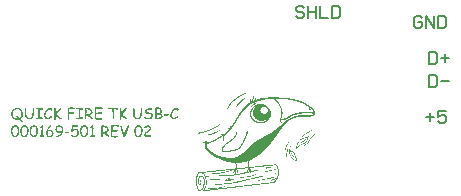
<source format=gto>
G04*
G04 #@! TF.GenerationSoftware,Altium Limited,Altium Designer,23.11.1 (41)*
G04*
G04 Layer_Color=65535*
%FSLAX25Y25*%
%MOIN*%
G70*
G04*
G04 #@! TF.SameCoordinates,84374296-2AA4-43A0-BDA8-580E4E68A88C*
G04*
G04*
G04 #@! TF.FilePolarity,Positive*
G04*
G01*
G75*
%ADD10C,0.00600*%
G36*
X87718Y36481D02*
X87769D01*
Y35518D01*
X87718D01*
Y35265D01*
X87668D01*
Y35113D01*
X87617D01*
Y34961D01*
X87566D01*
Y34910D01*
X87668D01*
Y34961D01*
X87769D01*
Y35011D01*
X87820D01*
Y35062D01*
X87921D01*
Y35113D01*
X87972D01*
Y35163D01*
X88023D01*
Y35214D01*
X88073D01*
Y35265D01*
X88124D01*
Y35366D01*
X88175D01*
Y35467D01*
X88225D01*
Y35569D01*
X88276D01*
Y35670D01*
X88327D01*
Y35822D01*
X88377D01*
Y35924D01*
X88428D01*
Y36025D01*
X88479D01*
Y36076D01*
X88529D01*
Y36127D01*
X88580D01*
Y36177D01*
X88631D01*
Y36076D01*
X88682D01*
Y35924D01*
X88631D01*
Y35620D01*
X88580D01*
Y35467D01*
X88529D01*
Y35315D01*
X88479D01*
Y35214D01*
X88580D01*
Y35265D01*
X88783D01*
Y35315D01*
X88935D01*
Y35366D01*
X89138D01*
Y35417D01*
X89290D01*
Y35467D01*
X89493D01*
Y35518D01*
X89645D01*
Y35569D01*
X89847D01*
Y35620D01*
X90000D01*
Y35670D01*
X90202D01*
Y35721D01*
X90405D01*
Y35772D01*
X90709D01*
Y35822D01*
X91115D01*
Y35873D01*
X91470D01*
Y35924D01*
X91875D01*
Y35974D01*
X92433D01*
Y36025D01*
X96336D01*
Y35974D01*
X97400D01*
Y35924D01*
X98059D01*
Y35873D01*
X98515D01*
Y35822D01*
X98921D01*
Y35772D01*
X99326D01*
Y35721D01*
X99630D01*
Y35670D01*
X99985D01*
Y35620D01*
X100289D01*
Y35569D01*
X100543D01*
Y35518D01*
X100796D01*
Y35467D01*
X101050D01*
Y35417D01*
X101252D01*
Y35366D01*
X101506D01*
Y35315D01*
X101709D01*
Y35265D01*
X101911D01*
Y35214D01*
X102114D01*
Y35163D01*
X102266D01*
Y35113D01*
X102469D01*
Y35062D01*
X102621D01*
Y35011D01*
X102773D01*
Y34961D01*
X102925D01*
Y34910D01*
X103077D01*
Y34859D01*
X103229D01*
Y34809D01*
X103381D01*
Y34758D01*
X103483D01*
Y34707D01*
X103635D01*
Y34657D01*
X103736D01*
Y34606D01*
X103888D01*
Y34555D01*
X103990D01*
Y34504D01*
X104091D01*
Y34454D01*
X104243D01*
Y34403D01*
X104344D01*
Y34352D01*
X104446D01*
Y34302D01*
X104547D01*
Y34251D01*
X104649D01*
Y34200D01*
X104750D01*
Y34150D01*
X104851D01*
Y34099D01*
X104953D01*
Y34048D01*
X105054D01*
Y33997D01*
X105156D01*
Y33947D01*
X105206D01*
Y33896D01*
X105308D01*
Y33845D01*
X105409D01*
Y33795D01*
X105460D01*
Y33744D01*
X105561D01*
Y33693D01*
X105662D01*
Y33643D01*
X105713D01*
Y33592D01*
X105815D01*
Y33541D01*
X105865D01*
Y33491D01*
X105966D01*
Y33440D01*
X106068D01*
Y33389D01*
X106119D01*
Y33339D01*
X106220D01*
Y33288D01*
X106271D01*
Y33237D01*
X106321D01*
Y33187D01*
X106423D01*
Y33136D01*
X106473D01*
Y33085D01*
X106575D01*
Y33034D01*
X106625D01*
Y32984D01*
X106676D01*
Y32933D01*
X106778D01*
Y32882D01*
X106828D01*
Y32832D01*
X106879D01*
Y32781D01*
X106980D01*
Y32730D01*
X107031D01*
Y32680D01*
X107082D01*
Y32629D01*
X107132D01*
Y32578D01*
X107183D01*
Y32528D01*
X107234D01*
Y32477D01*
X107335D01*
Y32426D01*
X107386D01*
Y32375D01*
X107437D01*
Y32325D01*
X107487D01*
Y32274D01*
X107538D01*
Y32223D01*
X107589D01*
Y32173D01*
X107639D01*
Y32071D01*
X107690D01*
Y32021D01*
X107741D01*
Y31970D01*
X107791D01*
Y31919D01*
X107842D01*
Y31869D01*
X107893D01*
Y31767D01*
X107943D01*
Y31716D01*
X107994D01*
Y31615D01*
X108045D01*
Y31514D01*
X108096D01*
Y31412D01*
X108146D01*
Y31311D01*
X108197D01*
Y31108D01*
X108247D01*
Y30551D01*
X108197D01*
Y30399D01*
X108146D01*
Y30297D01*
X108096D01*
Y30247D01*
X108045D01*
Y30196D01*
X107994D01*
Y30095D01*
X107943D01*
Y30044D01*
X107842D01*
Y29993D01*
X107791D01*
Y29942D01*
X107741D01*
Y29892D01*
X107639D01*
Y29841D01*
X107538D01*
Y29790D01*
X107386D01*
Y29740D01*
X107234D01*
Y29689D01*
X107031D01*
Y29638D01*
X106727D01*
Y29588D01*
X103280D01*
Y29537D01*
X102773D01*
Y29486D01*
X102469D01*
Y29436D01*
X102216D01*
Y29385D01*
X101962D01*
Y29334D01*
X101759D01*
Y29283D01*
X101607D01*
Y29233D01*
X101455D01*
Y29182D01*
X101303D01*
Y29131D01*
X101151D01*
Y29081D01*
X100999D01*
Y29030D01*
X100898D01*
Y28979D01*
X100796D01*
Y28929D01*
X100644D01*
Y28878D01*
X100543D01*
Y28827D01*
X100441D01*
Y28777D01*
X100340D01*
Y28726D01*
X100289D01*
Y28675D01*
X100188D01*
Y28624D01*
X100087D01*
Y28574D01*
X99985D01*
Y28523D01*
X99935D01*
Y28472D01*
X99833D01*
Y28422D01*
X99783D01*
Y28371D01*
X99681D01*
Y28320D01*
X99630D01*
Y28270D01*
X99529D01*
Y28219D01*
X99478D01*
Y28168D01*
X99428D01*
Y28118D01*
X99326D01*
Y28067D01*
X99276D01*
Y28016D01*
X99225D01*
Y27966D01*
X99174D01*
Y27915D01*
X99073D01*
Y27864D01*
X99022D01*
Y27814D01*
X98971D01*
Y27763D01*
X98921D01*
Y27712D01*
X98870D01*
Y27661D01*
X98819D01*
Y27611D01*
X98769D01*
Y27560D01*
X98718D01*
Y27509D01*
X98667D01*
Y27459D01*
X98566D01*
Y27408D01*
X98515D01*
Y27357D01*
X98465D01*
Y27256D01*
X98414D01*
Y27205D01*
X98363D01*
Y27154D01*
X98312D01*
Y27104D01*
X98262D01*
Y27053D01*
X98211D01*
Y27003D01*
X98160D01*
Y26952D01*
X98110D01*
Y26901D01*
X98059D01*
Y26850D01*
X98008D01*
Y26800D01*
X97958D01*
Y26698D01*
X97907D01*
Y26648D01*
X97856D01*
Y26597D01*
X97806D01*
Y26546D01*
X97755D01*
Y26496D01*
X97704D01*
Y26394D01*
X97654D01*
Y26344D01*
X97603D01*
Y26293D01*
X97552D01*
Y26242D01*
X97501D01*
Y26141D01*
X97451D01*
Y26090D01*
X97400D01*
Y26039D01*
X97349D01*
Y25938D01*
X97299D01*
Y25887D01*
X97248D01*
Y25837D01*
X97197D01*
Y25735D01*
X97147D01*
Y25685D01*
X97096D01*
Y25634D01*
X97045D01*
Y25532D01*
X96995D01*
Y25482D01*
X96944D01*
Y25431D01*
X96893D01*
Y25380D01*
X96842D01*
Y25279D01*
X96792D01*
Y25228D01*
X96741D01*
Y25178D01*
X96690D01*
Y25127D01*
X96640D01*
Y25076D01*
X96589D01*
Y24975D01*
X96538D01*
Y24924D01*
X96488D01*
Y24823D01*
X96437D01*
Y24772D01*
X96386D01*
Y24671D01*
X96336D01*
Y24620D01*
X96285D01*
Y24519D01*
X96234D01*
Y24468D01*
X96184D01*
Y24367D01*
X96133D01*
Y24316D01*
X96082D01*
Y24215D01*
X96031D01*
Y24164D01*
X95981D01*
Y24062D01*
X95930D01*
Y24012D01*
X95879D01*
Y23910D01*
X95829D01*
Y23860D01*
X95778D01*
Y23809D01*
X95727D01*
Y23708D01*
X95677D01*
Y23657D01*
X95626D01*
Y23556D01*
X95575D01*
Y23505D01*
X95525D01*
Y23404D01*
X95474D01*
Y23353D01*
X95423D01*
Y23302D01*
X95372D01*
Y23201D01*
X95322D01*
Y23150D01*
X95271D01*
Y23049D01*
X95221D01*
Y22998D01*
X95170D01*
Y22897D01*
X95119D01*
Y22846D01*
X95068D01*
Y22795D01*
X95018D01*
Y22694D01*
X94967D01*
Y22643D01*
X94916D01*
Y22592D01*
X94866D01*
Y22491D01*
X94815D01*
Y22441D01*
X94764D01*
Y22339D01*
X94714D01*
Y22288D01*
X94663D01*
Y22238D01*
X94612D01*
Y22136D01*
X94561D01*
Y22086D01*
X94511D01*
Y22035D01*
X94460D01*
Y21934D01*
X94410D01*
Y21883D01*
X94359D01*
Y21832D01*
X94308D01*
Y21731D01*
X94257D01*
Y21680D01*
X94207D01*
Y21629D01*
X94156D01*
Y21528D01*
X94105D01*
Y21477D01*
X94055D01*
Y21427D01*
X94004D01*
Y21325D01*
X93953D01*
Y21275D01*
X93903D01*
Y21224D01*
X93852D01*
Y21173D01*
X93801D01*
Y21072D01*
X93751D01*
Y21021D01*
X93700D01*
Y20970D01*
X93649D01*
Y20869D01*
X93598D01*
Y20818D01*
X93548D01*
Y20768D01*
X93497D01*
Y20717D01*
X93446D01*
Y20616D01*
X93396D01*
Y20565D01*
X93345D01*
Y20514D01*
X93294D01*
Y20464D01*
X93244D01*
Y20362D01*
X93193D01*
Y20312D01*
X93142D01*
Y20261D01*
X93091D01*
Y20210D01*
X93041D01*
Y20159D01*
X92990D01*
Y20058D01*
X92940D01*
Y20007D01*
X92889D01*
Y19957D01*
X92838D01*
Y19906D01*
X92787D01*
Y19855D01*
X92737D01*
Y19805D01*
X92686D01*
Y19703D01*
X92635D01*
Y19653D01*
X92585D01*
Y19602D01*
X92534D01*
Y19551D01*
X92483D01*
Y19500D01*
X92433D01*
Y19450D01*
X92382D01*
Y19399D01*
X92331D01*
Y19348D01*
X92281D01*
Y19247D01*
X92230D01*
Y19196D01*
X92179D01*
Y19146D01*
X92128D01*
Y19095D01*
X92078D01*
Y19044D01*
X92027D01*
Y18994D01*
X91976D01*
Y18943D01*
X91926D01*
Y18892D01*
X91875D01*
Y18842D01*
X91824D01*
Y18791D01*
X91774D01*
Y18740D01*
X91723D01*
Y18689D01*
X91672D01*
Y18639D01*
X91622D01*
Y18588D01*
X91571D01*
Y18537D01*
X91520D01*
Y18487D01*
X91470D01*
Y18436D01*
X91419D01*
Y18385D01*
X91368D01*
Y18335D01*
X91267D01*
Y18284D01*
X91216D01*
Y18233D01*
X91165D01*
Y18183D01*
X91115D01*
Y18132D01*
X91064D01*
Y18081D01*
X91013D01*
Y18031D01*
X90963D01*
Y17980D01*
X90861D01*
Y17929D01*
X90811D01*
Y17878D01*
X90760D01*
Y17828D01*
X90709D01*
Y17777D01*
X90658D01*
Y17726D01*
X90608D01*
Y17676D01*
X90557D01*
Y17625D01*
X90456D01*
Y17574D01*
X90405D01*
Y17524D01*
X90354D01*
Y17473D01*
X90304D01*
Y17422D01*
X90253D01*
Y17372D01*
X90202D01*
Y17321D01*
X90152D01*
Y17270D01*
X90101D01*
Y17220D01*
X90050D01*
Y17169D01*
X90000D01*
Y17118D01*
X89898D01*
Y17067D01*
X89847D01*
Y17017D01*
X89797D01*
Y16966D01*
X89746D01*
Y16915D01*
X89645D01*
Y16865D01*
X89594D01*
Y16814D01*
X89543D01*
Y16763D01*
X89442D01*
Y16713D01*
X89391D01*
Y16662D01*
X89341D01*
Y16611D01*
X89239D01*
Y16560D01*
X89188D01*
Y16510D01*
X89087D01*
Y16459D01*
X89036D01*
Y16409D01*
X88986D01*
Y16358D01*
X88884D01*
Y16307D01*
X88834D01*
Y16256D01*
X88732D01*
Y16206D01*
X88631D01*
Y16155D01*
X88580D01*
Y16104D01*
X88479D01*
Y16054D01*
X88428D01*
Y16003D01*
X88327D01*
Y15952D01*
X88225D01*
Y15902D01*
X88124D01*
Y15851D01*
X88073D01*
Y15800D01*
X87972D01*
Y15750D01*
X87871D01*
Y15699D01*
X87769D01*
Y15648D01*
X87668D01*
Y15597D01*
X87566D01*
Y15547D01*
X87465D01*
Y15496D01*
X87414D01*
Y15445D01*
X87313D01*
Y15395D01*
X87212D01*
Y15344D01*
X87110D01*
Y15293D01*
X87009D01*
Y15243D01*
X86908D01*
Y15192D01*
X86806D01*
Y15141D01*
X86705D01*
Y15090D01*
X86603D01*
Y15040D01*
X86502D01*
Y14989D01*
X86401D01*
Y14939D01*
X86248D01*
Y14888D01*
X86147D01*
Y14837D01*
X86097D01*
Y14786D01*
X86147D01*
Y12860D01*
X86097D01*
Y12759D01*
X86198D01*
Y12810D01*
X86705D01*
Y12860D01*
X87161D01*
Y12911D01*
X87668D01*
Y12962D01*
X88124D01*
Y13012D01*
X88631D01*
Y13063D01*
X89087D01*
Y13114D01*
X89594D01*
Y13164D01*
X90050D01*
Y13215D01*
X90557D01*
Y13266D01*
X91013D01*
Y13316D01*
X91520D01*
Y13367D01*
X91976D01*
Y13418D01*
X92483D01*
Y13468D01*
X92940D01*
Y13519D01*
X93446D01*
Y13570D01*
X93903D01*
Y13621D01*
X94410D01*
Y13671D01*
X94815D01*
Y13722D01*
X95119D01*
Y13671D01*
X95271D01*
Y13621D01*
X95372D01*
Y13519D01*
X95423D01*
Y13468D01*
X95474D01*
Y13418D01*
X95525D01*
Y13367D01*
X95575D01*
Y13316D01*
X95626D01*
Y13215D01*
X95677D01*
Y13164D01*
X95727D01*
Y13063D01*
X95778D01*
Y12962D01*
X95829D01*
Y12860D01*
X95879D01*
Y12759D01*
X95930D01*
Y12607D01*
X95981D01*
Y12455D01*
X96031D01*
Y12252D01*
X96082D01*
Y11897D01*
X96133D01*
Y11542D01*
X96184D01*
Y10326D01*
X96133D01*
Y10022D01*
X96082D01*
Y9768D01*
X96031D01*
Y9565D01*
X95981D01*
Y9413D01*
X95930D01*
Y9261D01*
X95879D01*
Y9160D01*
X95829D01*
Y9059D01*
X95778D01*
Y8957D01*
X95727D01*
Y8856D01*
X95677D01*
Y8754D01*
X95626D01*
Y8704D01*
X95575D01*
Y8602D01*
X95525D01*
Y8501D01*
X95474D01*
Y8450D01*
X95423D01*
Y8349D01*
X95372D01*
Y8298D01*
X95322D01*
Y8247D01*
X95271D01*
Y8146D01*
X95221D01*
Y8095D01*
X95170D01*
Y8045D01*
X95119D01*
Y7994D01*
X95068D01*
Y7943D01*
X95018D01*
Y7893D01*
X94967D01*
Y7842D01*
X94916D01*
Y7741D01*
X94967D01*
Y7690D01*
X94866D01*
Y7639D01*
X94764D01*
Y7589D01*
X94612D01*
Y7538D01*
X94410D01*
Y7487D01*
X94055D01*
Y7436D01*
X93649D01*
Y7386D01*
X93244D01*
Y7335D01*
X92838D01*
Y7284D01*
X92382D01*
Y7234D01*
X91976D01*
Y7183D01*
X91571D01*
Y7132D01*
X91115D01*
Y7082D01*
X90709D01*
Y7031D01*
X90253D01*
Y6980D01*
X89847D01*
Y6930D01*
X89442D01*
Y6879D01*
X88986D01*
Y6828D01*
X88580D01*
Y6778D01*
X88175D01*
Y6727D01*
X87718D01*
Y6676D01*
X87313D01*
Y6626D01*
X86857D01*
Y6575D01*
X86451D01*
Y6524D01*
X86046D01*
Y6473D01*
X85590D01*
Y6423D01*
X85184D01*
Y6372D01*
X84778D01*
Y6321D01*
X84322D01*
Y6271D01*
X83917D01*
Y6220D01*
X83511D01*
Y6169D01*
X83055D01*
Y6119D01*
X82650D01*
Y6068D01*
X82193D01*
Y6017D01*
X81788D01*
Y5966D01*
X81382D01*
Y5916D01*
X80926D01*
Y5865D01*
X80521D01*
Y5815D01*
X80064D01*
Y5764D01*
X79659D01*
Y5713D01*
X79253D01*
Y5662D01*
X78797D01*
Y5612D01*
X78392D01*
Y5561D01*
X77935D01*
Y5510D01*
X77530D01*
Y5460D01*
X77125D01*
Y5409D01*
X76668D01*
Y5358D01*
X76263D01*
Y5308D01*
X75857D01*
Y5257D01*
X75401D01*
Y5206D01*
X74996D01*
Y5156D01*
X74539D01*
Y5105D01*
X74134D01*
Y5054D01*
X73728D01*
Y5003D01*
X73272D01*
Y4953D01*
X72867D01*
Y4902D01*
X72461D01*
Y4851D01*
X72005D01*
Y4801D01*
X71599D01*
Y4750D01*
X71194D01*
Y4699D01*
X70586D01*
Y4750D01*
X70434D01*
Y4851D01*
X70484D01*
Y4902D01*
X70586D01*
Y4953D01*
X70738D01*
Y5003D01*
X70991D01*
Y5054D01*
X71092D01*
Y5156D01*
X71143D01*
Y5308D01*
X71194D01*
Y5409D01*
X71245D01*
Y5460D01*
X71295D01*
Y5561D01*
X71346D01*
Y5662D01*
X71397D01*
Y5764D01*
X71447D01*
Y5815D01*
X71498D01*
Y5966D01*
X71549D01*
Y6068D01*
X71599D01*
Y6220D01*
X71650D01*
Y6372D01*
X71701D01*
Y6524D01*
X71751D01*
Y6727D01*
X71802D01*
Y6980D01*
X71853D01*
Y7234D01*
X71904D01*
Y8045D01*
X71853D01*
Y8501D01*
X71802D01*
Y8754D01*
X71751D01*
Y8957D01*
X71701D01*
Y9160D01*
X71650D01*
Y9312D01*
X71599D01*
Y9413D01*
X71549D01*
Y9565D01*
X71498D01*
Y9667D01*
X71447D01*
Y9768D01*
X71397D01*
Y9870D01*
X71346D01*
Y9971D01*
X71295D01*
Y10072D01*
X71245D01*
Y10123D01*
X71194D01*
Y10224D01*
X71143D01*
Y10275D01*
X71092D01*
Y10326D01*
X71042D01*
Y10377D01*
X70991D01*
Y10427D01*
X70940D01*
Y10478D01*
X70890D01*
Y10528D01*
X70839D01*
Y10579D01*
X70788D01*
Y10630D01*
X70687D01*
Y10681D01*
X70636D01*
Y10731D01*
X70535D01*
Y10782D01*
X69775D01*
Y10833D01*
X69622D01*
Y10782D01*
X69572D01*
Y10731D01*
X69521D01*
Y10681D01*
X69471D01*
Y10579D01*
X69420D01*
Y10528D01*
X69369D01*
Y10427D01*
X69318D01*
Y10326D01*
X69268D01*
Y10224D01*
X69217D01*
Y10123D01*
X69166D01*
Y9971D01*
X69116D01*
Y9819D01*
X69065D01*
Y9616D01*
X69014D01*
Y9413D01*
X68964D01*
Y9109D01*
X68913D01*
Y8501D01*
X68862D01*
Y7994D01*
X68913D01*
Y7284D01*
X68964D01*
Y6879D01*
X69014D01*
Y6575D01*
X69065D01*
Y6321D01*
X69116D01*
Y6119D01*
X69166D01*
Y5966D01*
X69217D01*
Y5815D01*
X69268D01*
Y5662D01*
X69318D01*
Y5561D01*
X69369D01*
Y5460D01*
X69420D01*
Y5409D01*
X69471D01*
Y5308D01*
X69521D01*
Y5257D01*
X69572D01*
Y5206D01*
X69673D01*
Y5156D01*
X70079D01*
Y5206D01*
X70180D01*
Y5257D01*
X70281D01*
Y5308D01*
X70332D01*
Y5358D01*
X70383D01*
Y5409D01*
X70434D01*
Y5460D01*
X70484D01*
Y5561D01*
X70535D01*
Y5612D01*
X70586D01*
Y5713D01*
X70636D01*
Y5815D01*
X70687D01*
Y5916D01*
X70738D01*
Y6017D01*
X70788D01*
Y6169D01*
X70839D01*
Y6321D01*
X70890D01*
Y6473D01*
X70940D01*
Y6626D01*
X70991D01*
Y6828D01*
X71042D01*
Y7031D01*
X71092D01*
Y7335D01*
X71143D01*
Y8602D01*
X71092D01*
Y8856D01*
X71042D01*
Y9008D01*
X70991D01*
Y9160D01*
X70940D01*
Y9261D01*
X70890D01*
Y9312D01*
X70839D01*
Y9413D01*
X70788D01*
Y9464D01*
X70738D01*
Y9515D01*
X70687D01*
Y9565D01*
X70586D01*
Y9616D01*
X70129D01*
Y9565D01*
X70028D01*
Y9515D01*
X69977D01*
Y9464D01*
X69927D01*
Y9413D01*
X69876D01*
Y9363D01*
X69825D01*
Y9261D01*
X69775D01*
Y9160D01*
X69724D01*
Y9059D01*
X69673D01*
Y8907D01*
X69622D01*
Y8602D01*
X69572D01*
Y7589D01*
X69622D01*
Y7335D01*
X69673D01*
Y7234D01*
X69724D01*
Y7132D01*
X69775D01*
Y7082D01*
X69825D01*
Y7031D01*
X69977D01*
Y7082D01*
X70028D01*
Y7386D01*
X70079D01*
Y7791D01*
X70028D01*
Y8501D01*
X70079D01*
Y8552D01*
X70129D01*
Y8602D01*
X70231D01*
Y8552D01*
X70281D01*
Y8450D01*
X70332D01*
Y8197D01*
X70383D01*
Y7183D01*
X70332D01*
Y6980D01*
X70281D01*
Y6879D01*
X70231D01*
Y6828D01*
X70180D01*
Y6778D01*
X70129D01*
Y6727D01*
X69724D01*
Y6778D01*
X69622D01*
Y6828D01*
X69572D01*
Y6879D01*
X69521D01*
Y6930D01*
X69471D01*
Y7031D01*
X69420D01*
Y7132D01*
X69369D01*
Y7234D01*
X69318D01*
Y7436D01*
X69268D01*
Y8754D01*
X69318D01*
Y9008D01*
X69369D01*
Y9160D01*
X69420D01*
Y9312D01*
X69471D01*
Y9413D01*
X69521D01*
Y9464D01*
X69572D01*
Y9565D01*
X69622D01*
Y9616D01*
X69673D01*
Y9667D01*
X69724D01*
Y9718D01*
X69775D01*
Y9768D01*
X69825D01*
Y9819D01*
X69927D01*
Y9870D01*
X70028D01*
Y9920D01*
X70180D01*
Y9971D01*
X70535D01*
Y9920D01*
X70687D01*
Y9870D01*
X70788D01*
Y9819D01*
X70890D01*
Y9768D01*
X70940D01*
Y9718D01*
X70991D01*
Y9667D01*
X71042D01*
Y9616D01*
X71092D01*
Y9515D01*
X71143D01*
Y9464D01*
X71194D01*
Y9363D01*
X71245D01*
Y9261D01*
X71295D01*
Y9109D01*
X71346D01*
Y8957D01*
X71397D01*
Y8754D01*
X71447D01*
Y8349D01*
X71498D01*
Y7589D01*
X71447D01*
Y7183D01*
X71397D01*
Y6930D01*
X71346D01*
Y6727D01*
X71295D01*
Y6524D01*
X71245D01*
Y6372D01*
X71194D01*
Y6220D01*
X71143D01*
Y6068D01*
X71092D01*
Y5916D01*
X71042D01*
Y5815D01*
X70991D01*
Y5713D01*
X70940D01*
Y5612D01*
X70890D01*
Y5510D01*
X70839D01*
Y5409D01*
X70788D01*
Y5358D01*
X70738D01*
Y5257D01*
X70687D01*
Y5206D01*
X70636D01*
Y5156D01*
X70586D01*
Y5105D01*
X70535D01*
Y5054D01*
X70484D01*
Y5003D01*
X70383D01*
Y4953D01*
X70332D01*
Y4902D01*
X70180D01*
Y4851D01*
X70028D01*
Y4801D01*
X69724D01*
Y4851D01*
X69572D01*
Y4902D01*
X69471D01*
Y4953D01*
X69369D01*
Y5003D01*
X69318D01*
Y5054D01*
X69268D01*
Y5105D01*
X69217D01*
Y5206D01*
X69166D01*
Y5257D01*
X69116D01*
Y5358D01*
X69065D01*
Y5460D01*
X69014D01*
Y5561D01*
X68964D01*
Y5662D01*
X68913D01*
Y5815D01*
X68862D01*
Y6017D01*
X68812D01*
Y6220D01*
X68761D01*
Y6473D01*
X68710D01*
Y6727D01*
X68660D01*
Y7132D01*
X68609D01*
Y7639D01*
X68558D01*
Y8805D01*
X68609D01*
Y9261D01*
X68660D01*
Y9515D01*
X68710D01*
Y9768D01*
X68761D01*
Y9920D01*
X68812D01*
Y10072D01*
X68862D01*
Y10224D01*
X68913D01*
Y10326D01*
X68964D01*
Y10427D01*
X69014D01*
Y10528D01*
X69065D01*
Y10630D01*
X69116D01*
Y10731D01*
X69166D01*
Y10782D01*
X69217D01*
Y10833D01*
X69268D01*
Y10883D01*
X69318D01*
Y10934D01*
X69369D01*
Y10985D01*
X69420D01*
Y11035D01*
X69521D01*
Y11086D01*
X69673D01*
Y11137D01*
X70839D01*
Y11187D01*
X71295D01*
Y11238D01*
X71802D01*
Y11289D01*
X72258D01*
Y11340D01*
X72765D01*
Y11390D01*
X73221D01*
Y11441D01*
X73728D01*
Y11492D01*
X74185D01*
Y11542D01*
X74691D01*
Y11593D01*
X75148D01*
Y11644D01*
X75655D01*
Y11694D01*
X76111D01*
Y11745D01*
X76618D01*
Y11796D01*
X77074D01*
Y11846D01*
X77581D01*
Y11897D01*
X78037D01*
Y11948D01*
X78544D01*
Y11998D01*
X79000D01*
Y12049D01*
X79507D01*
Y12100D01*
X79963D01*
Y12151D01*
X80470D01*
Y12201D01*
X80926D01*
Y12252D01*
X81433D01*
Y12303D01*
X81636D01*
Y12353D01*
X81687D01*
Y12455D01*
X81737D01*
Y12708D01*
X81788D01*
Y13671D01*
X81737D01*
Y13874D01*
X81687D01*
Y14026D01*
X81636D01*
Y14077D01*
X81332D01*
Y14128D01*
X80825D01*
Y14178D01*
X80521D01*
Y14229D01*
X80267D01*
Y14279D01*
X80064D01*
Y14330D01*
X79862D01*
Y14381D01*
X79659D01*
Y14432D01*
X79456D01*
Y14482D01*
X79253D01*
Y14533D01*
X79051D01*
Y14584D01*
X78848D01*
Y14634D01*
X78696D01*
Y14685D01*
X78493D01*
Y14736D01*
X78290D01*
Y14786D01*
X78088D01*
Y14837D01*
X77935D01*
Y14888D01*
X77784D01*
Y14939D01*
X77631D01*
Y14989D01*
X77530D01*
Y15040D01*
X77378D01*
Y15090D01*
X77277D01*
Y15141D01*
X77125D01*
Y15192D01*
X77023D01*
Y15243D01*
X76922D01*
Y15293D01*
X76770D01*
Y15344D01*
X76668D01*
Y15395D01*
X76567D01*
Y15445D01*
X76465D01*
Y15496D01*
X76314D01*
Y15547D01*
X76212D01*
Y15597D01*
X76111D01*
Y15648D01*
X76009D01*
Y15699D01*
X75908D01*
Y15750D01*
X75756D01*
Y15800D01*
X75655D01*
Y15851D01*
X75553D01*
Y15902D01*
X75452D01*
Y15952D01*
X75350D01*
Y16003D01*
X75249D01*
Y16054D01*
X75148D01*
Y16104D01*
X75046D01*
Y16155D01*
X74945D01*
Y16206D01*
X74844D01*
Y16256D01*
X74742D01*
Y16307D01*
X74641D01*
Y16358D01*
X74539D01*
Y16409D01*
X74438D01*
Y16459D01*
X74337D01*
Y16510D01*
X74286D01*
Y16560D01*
X74185D01*
Y16611D01*
X74083D01*
Y16662D01*
X74032D01*
Y16713D01*
X73931D01*
Y16763D01*
X73880D01*
Y16814D01*
X73830D01*
Y16865D01*
X73728D01*
Y16915D01*
X73678D01*
Y16966D01*
X73627D01*
Y17017D01*
X73526D01*
Y17067D01*
X73475D01*
Y17118D01*
X73424D01*
Y17169D01*
X73374D01*
Y17220D01*
X73323D01*
Y17270D01*
X73272D01*
Y17321D01*
X73171D01*
Y17372D01*
X73120D01*
Y17422D01*
X73069D01*
Y17473D01*
X73019D01*
Y17524D01*
X72968D01*
Y17574D01*
X72917D01*
Y17625D01*
X72816D01*
Y17676D01*
X72765D01*
Y17726D01*
X72715D01*
Y17777D01*
X72664D01*
Y17828D01*
X72613D01*
Y17878D01*
X72562D01*
Y17929D01*
X72512D01*
Y17980D01*
X72461D01*
Y18031D01*
X72410D01*
Y18081D01*
X72360D01*
Y18132D01*
X72309D01*
Y18183D01*
X72258D01*
Y18233D01*
X72208D01*
Y18284D01*
X72157D01*
Y18335D01*
X72106D01*
Y18385D01*
X72056D01*
Y18436D01*
X72005D01*
Y18487D01*
X71954D01*
Y18537D01*
X71904D01*
Y18588D01*
X71853D01*
Y18689D01*
X71802D01*
Y18740D01*
X71751D01*
Y18842D01*
X71701D01*
Y18943D01*
X71650D01*
Y19044D01*
X71599D01*
Y19146D01*
X71549D01*
Y19298D01*
X71498D01*
Y20007D01*
X71549D01*
Y20159D01*
X71599D01*
Y20312D01*
X70890D01*
Y20362D01*
X70788D01*
Y20413D01*
X70738D01*
Y20514D01*
X70890D01*
Y20565D01*
X71143D01*
Y20616D01*
X71650D01*
Y20717D01*
X71498D01*
Y20768D01*
X71295D01*
Y20818D01*
X71194D01*
Y20869D01*
X71092D01*
Y20920D01*
X70991D01*
Y20970D01*
X70940D01*
Y21021D01*
X70890D01*
Y21072D01*
X70839D01*
Y21325D01*
X71042D01*
Y21275D01*
X71092D01*
Y21224D01*
X71194D01*
Y21173D01*
X71295D01*
Y21123D01*
X71397D01*
Y21072D01*
X71549D01*
Y21021D01*
X71904D01*
Y20970D01*
X71954D01*
Y21021D01*
X71904D01*
Y21072D01*
X71802D01*
Y21123D01*
X71751D01*
Y21173D01*
X71701D01*
Y21224D01*
X71650D01*
Y21275D01*
X71599D01*
Y21325D01*
X71549D01*
Y21376D01*
X71498D01*
Y21427D01*
X71447D01*
Y21528D01*
X71397D01*
Y21680D01*
X71346D01*
Y21883D01*
X71397D01*
Y21984D01*
X71447D01*
Y21934D01*
X71498D01*
Y21883D01*
X71549D01*
Y21832D01*
X71599D01*
Y21781D01*
X71650D01*
Y21731D01*
X71701D01*
Y21629D01*
X71751D01*
Y21579D01*
X71802D01*
Y21528D01*
X71853D01*
Y21477D01*
X71904D01*
Y21427D01*
X71954D01*
Y21376D01*
X72005D01*
Y21325D01*
X72106D01*
Y21275D01*
X72208D01*
Y21224D01*
X72360D01*
Y21173D01*
X72613D01*
Y21123D01*
X73019D01*
Y21173D01*
X73171D01*
Y21224D01*
X73272D01*
Y21275D01*
X73424D01*
Y21325D01*
X73526D01*
Y21376D01*
X73678D01*
Y21427D01*
X73779D01*
Y21477D01*
X73931D01*
Y21528D01*
X74032D01*
Y21579D01*
X74134D01*
Y21629D01*
X74235D01*
Y21680D01*
X74387D01*
Y21731D01*
X74489D01*
Y21781D01*
X74590D01*
Y21832D01*
X74691D01*
Y21883D01*
X74793D01*
Y21934D01*
X74894D01*
Y21984D01*
X74996D01*
Y22035D01*
X75097D01*
Y22086D01*
X75148D01*
Y22136D01*
X75249D01*
Y22187D01*
X75350D01*
Y22238D01*
X75401D01*
Y22288D01*
X75503D01*
Y22339D01*
X75604D01*
Y22390D01*
X75655D01*
Y22441D01*
X75756D01*
Y22491D01*
X75807D01*
Y22542D01*
X75908D01*
Y22592D01*
X76009D01*
Y22643D01*
X76111D01*
Y22694D01*
X76161D01*
Y22745D01*
X76263D01*
Y22795D01*
X76364D01*
Y22846D01*
X76415D01*
Y22897D01*
X76516D01*
Y22947D01*
X76618D01*
Y22998D01*
X76719D01*
Y23049D01*
X76770D01*
Y23099D01*
X76871D01*
Y23150D01*
X76972D01*
Y23201D01*
X77023D01*
Y23252D01*
X77125D01*
Y23302D01*
X77175D01*
Y23353D01*
X77277D01*
Y23404D01*
X77023D01*
Y23454D01*
X76871D01*
Y23505D01*
X76770D01*
Y23606D01*
X76820D01*
Y23657D01*
X76922D01*
Y23708D01*
X77175D01*
Y23758D01*
X77530D01*
Y23809D01*
X77784D01*
Y23860D01*
X77935D01*
Y23910D01*
X78138D01*
Y23961D01*
X78240D01*
Y24012D01*
X78341D01*
Y24062D01*
X78442D01*
Y24113D01*
X78493D01*
Y24164D01*
X78544D01*
Y24215D01*
X78594D01*
Y24265D01*
X78645D01*
Y24316D01*
X78696D01*
Y24367D01*
X78747D01*
Y24417D01*
X78848D01*
Y24468D01*
X78899D01*
Y24519D01*
X78949D01*
Y24569D01*
X79000D01*
Y24671D01*
X79051D01*
Y24722D01*
X79101D01*
Y24772D01*
X79152D01*
Y24823D01*
X79203D01*
Y24873D01*
X79253D01*
Y24924D01*
X79304D01*
Y24975D01*
X79355D01*
Y25026D01*
X79405D01*
Y25076D01*
X79456D01*
Y25127D01*
X79507D01*
Y25228D01*
X79558D01*
Y25279D01*
X79608D01*
Y25330D01*
X79659D01*
Y25380D01*
X79710D01*
Y25431D01*
X79760D01*
Y25532D01*
X79608D01*
Y25482D01*
X79405D01*
Y25431D01*
X79203D01*
Y25482D01*
X79101D01*
Y25532D01*
X79051D01*
Y25634D01*
X79152D01*
Y25685D01*
X79203D01*
Y25735D01*
X79355D01*
Y25786D01*
X79507D01*
Y25837D01*
X79608D01*
Y25887D01*
X79710D01*
Y25938D01*
X79811D01*
Y26039D01*
X79710D01*
Y26090D01*
X79659D01*
Y26191D01*
X79710D01*
Y26242D01*
X79760D01*
Y26293D01*
X79912D01*
Y26344D01*
X80216D01*
Y26394D01*
X80419D01*
Y26445D01*
X80470D01*
Y26496D01*
X80521D01*
Y26546D01*
X80571D01*
Y26648D01*
X80622D01*
Y26698D01*
X80673D01*
Y26800D01*
X80723D01*
Y26850D01*
X80774D01*
Y26952D01*
X80825D01*
Y27053D01*
X80875D01*
Y27104D01*
X80926D01*
Y27205D01*
X80977D01*
Y27256D01*
X81028D01*
Y27357D01*
X81078D01*
Y27459D01*
X81129D01*
Y27509D01*
X81180D01*
Y27611D01*
X81230D01*
Y27712D01*
X81281D01*
Y27814D01*
X81332D01*
Y27864D01*
X81382D01*
Y27966D01*
X81433D01*
Y28067D01*
X81484D01*
Y28118D01*
X81534D01*
Y28219D01*
X81585D01*
Y28320D01*
X81636D01*
Y28422D01*
X81687D01*
Y28472D01*
X81737D01*
Y28574D01*
X81788D01*
Y28675D01*
X81839D01*
Y28726D01*
X81889D01*
Y28827D01*
X81940D01*
Y28929D01*
X81991D01*
Y29030D01*
X82041D01*
Y29081D01*
X82092D01*
Y29182D01*
X82143D01*
Y29233D01*
X82193D01*
Y29334D01*
X82244D01*
Y29436D01*
X82295D01*
Y29486D01*
X82345D01*
Y29588D01*
X82396D01*
Y29638D01*
X82447D01*
Y29740D01*
X82498D01*
Y29790D01*
X82548D01*
Y29892D01*
X82599D01*
Y29942D01*
X82650D01*
Y30044D01*
X82700D01*
Y30095D01*
X82751D01*
Y30196D01*
X82802D01*
Y30247D01*
X82852D01*
Y30348D01*
X82903D01*
Y30399D01*
X82954D01*
Y30500D01*
X83004D01*
Y30551D01*
X83055D01*
Y30652D01*
X83106D01*
Y30703D01*
X83157D01*
Y30804D01*
X83207D01*
Y30855D01*
X83258D01*
Y30906D01*
X83309D01*
Y31007D01*
X83359D01*
Y31058D01*
X83410D01*
Y31159D01*
X83461D01*
Y31210D01*
X83511D01*
Y31311D01*
X83562D01*
Y31362D01*
X83613D01*
Y31412D01*
X83663D01*
Y31514D01*
X83714D01*
Y31565D01*
X83765D01*
Y31666D01*
X83815D01*
Y31716D01*
X83866D01*
Y31767D01*
X83917D01*
Y31869D01*
X83968D01*
Y31919D01*
X84018D01*
Y32021D01*
X84069D01*
Y32071D01*
X84120D01*
Y32122D01*
X84170D01*
Y32223D01*
X84221D01*
Y32274D01*
X84272D01*
Y32325D01*
X84322D01*
Y32426D01*
X84373D01*
Y32477D01*
X84424D01*
Y32528D01*
X84474D01*
Y32578D01*
X84525D01*
Y32680D01*
X84576D01*
Y32730D01*
X84627D01*
Y32781D01*
X84677D01*
Y32832D01*
X84728D01*
Y32882D01*
X84778D01*
Y32984D01*
X84829D01*
Y33034D01*
X84880D01*
Y33085D01*
X84931D01*
Y33136D01*
X84981D01*
Y33187D01*
X85032D01*
Y33237D01*
X85083D01*
Y33288D01*
X85133D01*
Y33339D01*
X85184D01*
Y33389D01*
X85235D01*
Y33440D01*
X85285D01*
Y33491D01*
X85336D01*
Y33541D01*
X85387D01*
Y33592D01*
X85438D01*
Y33643D01*
X85539D01*
Y33693D01*
X85590D01*
Y33744D01*
X85640D01*
Y33795D01*
X85691D01*
Y33845D01*
X85742D01*
Y33896D01*
X85843D01*
Y33947D01*
X85894D01*
Y33997D01*
X85944D01*
Y34048D01*
X86046D01*
Y34099D01*
X86097D01*
Y34150D01*
X86198D01*
Y34200D01*
X86248D01*
Y34251D01*
X86350D01*
Y34302D01*
X86451D01*
Y34352D01*
X86502D01*
Y34403D01*
X86603D01*
Y34758D01*
X86654D01*
Y35163D01*
X86705D01*
Y35366D01*
X86755D01*
Y35417D01*
X86806D01*
Y35467D01*
X86857D01*
Y35417D01*
X86908D01*
Y35265D01*
X86958D01*
Y34859D01*
X86908D01*
Y34657D01*
X86857D01*
Y34606D01*
X86958D01*
Y34657D01*
X87060D01*
Y34707D01*
X87110D01*
Y34758D01*
X87161D01*
Y34859D01*
X87212D01*
Y34961D01*
X87262D01*
Y35062D01*
X87313D01*
Y35214D01*
X87364D01*
Y35366D01*
X87414D01*
Y35670D01*
X87465D01*
Y36076D01*
X87516D01*
Y36380D01*
X87566D01*
Y36532D01*
X87617D01*
Y36633D01*
X87718D01*
Y36481D01*
D02*
G37*
G36*
X85184Y35772D02*
X85133D01*
Y35721D01*
X85083D01*
Y35670D01*
X84981D01*
Y35620D01*
X84880D01*
Y35569D01*
X84829D01*
Y35518D01*
X84778D01*
Y35467D01*
X84677D01*
Y35417D01*
X84627D01*
Y35366D01*
X84525D01*
Y35315D01*
X84474D01*
Y35265D01*
X84424D01*
Y35214D01*
X84373D01*
Y35163D01*
X84272D01*
Y35113D01*
X84221D01*
Y35062D01*
X84170D01*
Y35011D01*
X84120D01*
Y34961D01*
X84069D01*
Y34910D01*
X84018D01*
Y34859D01*
X83968D01*
Y34809D01*
X83917D01*
Y34758D01*
X83866D01*
Y34707D01*
X83815D01*
Y34657D01*
X83765D01*
Y34606D01*
X83714D01*
Y34555D01*
X83663D01*
Y34504D01*
X83613D01*
Y34454D01*
X83562D01*
Y34403D01*
X83511D01*
Y34352D01*
X83461D01*
Y34302D01*
X83410D01*
Y34251D01*
X83359D01*
Y34200D01*
X83309D01*
Y34150D01*
X83258D01*
Y34099D01*
X83207D01*
Y34048D01*
X83157D01*
Y33997D01*
X83106D01*
Y33947D01*
X83055D01*
Y33896D01*
X83004D01*
Y33845D01*
X82954D01*
Y33795D01*
X82903D01*
Y33744D01*
X82852D01*
Y33643D01*
X82802D01*
Y33592D01*
X82751D01*
Y33541D01*
X82700D01*
Y33491D01*
X82650D01*
Y33440D01*
X82599D01*
Y33389D01*
X82548D01*
Y33288D01*
X82498D01*
Y33237D01*
X82447D01*
Y33187D01*
X82396D01*
Y33085D01*
X82345D01*
Y33034D01*
X82295D01*
Y32984D01*
X82244D01*
Y32882D01*
X82193D01*
Y32832D01*
X82143D01*
Y32781D01*
X82092D01*
Y32680D01*
X82041D01*
Y32629D01*
X81991D01*
Y32578D01*
X81940D01*
Y32528D01*
X81889D01*
Y32477D01*
X81839D01*
Y32426D01*
X81737D01*
Y32680D01*
X81788D01*
Y32832D01*
X81839D01*
Y32933D01*
X81889D01*
Y33034D01*
X81940D01*
Y33085D01*
X81991D01*
Y33187D01*
X82041D01*
Y33237D01*
X82092D01*
Y33288D01*
X82143D01*
Y33389D01*
X82193D01*
Y33440D01*
X82244D01*
Y33491D01*
X82295D01*
Y33592D01*
X82345D01*
Y33643D01*
X82396D01*
Y33693D01*
X82447D01*
Y33744D01*
X82498D01*
Y33795D01*
X82548D01*
Y33845D01*
X82599D01*
Y33947D01*
X82650D01*
Y33997D01*
X82700D01*
Y34048D01*
X82751D01*
Y34099D01*
X82802D01*
Y34150D01*
X82852D01*
Y34200D01*
X82903D01*
Y34251D01*
X82954D01*
Y34302D01*
X83004D01*
Y34352D01*
X83055D01*
Y34403D01*
X83106D01*
Y34454D01*
X83157D01*
Y34504D01*
X83207D01*
Y34555D01*
X83258D01*
Y34606D01*
X83309D01*
Y34657D01*
X83359D01*
Y34707D01*
X83410D01*
Y34758D01*
X83461D01*
Y34809D01*
X83511D01*
Y34859D01*
X83562D01*
Y34910D01*
X83613D01*
Y34961D01*
X83663D01*
Y35011D01*
X83714D01*
Y35062D01*
X83765D01*
Y35113D01*
X83815D01*
Y35163D01*
X83866D01*
Y35214D01*
X83917D01*
Y35265D01*
X83968D01*
Y35315D01*
X84069D01*
Y35366D01*
X84120D01*
Y35417D01*
X84170D01*
Y35467D01*
X84272D01*
Y35518D01*
X84322D01*
Y35569D01*
X84373D01*
Y35620D01*
X84474D01*
Y35670D01*
X84576D01*
Y35721D01*
X84677D01*
Y35772D01*
X84829D01*
Y35822D01*
X85184D01*
Y35772D01*
D02*
G37*
G36*
Y37343D02*
X85235D01*
Y37292D01*
X85133D01*
Y37242D01*
X84981D01*
Y37191D01*
X84880D01*
Y37140D01*
X84778D01*
Y37090D01*
X84627D01*
Y37039D01*
X84525D01*
Y36988D01*
X84424D01*
Y36937D01*
X84322D01*
Y36887D01*
X84221D01*
Y36836D01*
X84120D01*
Y36785D01*
X84018D01*
Y36735D01*
X83917D01*
Y36684D01*
X83815D01*
Y36633D01*
X83765D01*
Y36583D01*
X83663D01*
Y36532D01*
X83613D01*
Y36481D01*
X83511D01*
Y36431D01*
X83410D01*
Y36380D01*
X83359D01*
Y36329D01*
X83258D01*
Y36279D01*
X83207D01*
Y36228D01*
X83106D01*
Y36177D01*
X83004D01*
Y36127D01*
X82954D01*
Y36076D01*
X82852D01*
Y36025D01*
X82802D01*
Y35974D01*
X82751D01*
Y35924D01*
X82650D01*
Y35873D01*
X82599D01*
Y35822D01*
X82498D01*
Y35772D01*
X82447D01*
Y35721D01*
X82345D01*
Y35670D01*
X82295D01*
Y35620D01*
X82193D01*
Y35569D01*
X82143D01*
Y35518D01*
X82092D01*
Y35467D01*
X81991D01*
Y35417D01*
X81940D01*
Y35366D01*
X81889D01*
Y35315D01*
X81788D01*
Y35265D01*
X81737D01*
Y35214D01*
X81687D01*
Y35163D01*
X81636D01*
Y35113D01*
X81534D01*
Y35062D01*
X81484D01*
Y35011D01*
X81433D01*
Y34961D01*
X81382D01*
Y34910D01*
X81332D01*
Y34859D01*
X81281D01*
Y34809D01*
X81180D01*
Y34758D01*
X81129D01*
Y34707D01*
X81078D01*
Y34657D01*
X81028D01*
Y34606D01*
X80977D01*
Y34555D01*
X80926D01*
Y34504D01*
X80875D01*
Y34454D01*
X80825D01*
Y34403D01*
X80774D01*
Y34352D01*
X80723D01*
Y34302D01*
X80673D01*
Y34251D01*
X80622D01*
Y34200D01*
X80571D01*
Y34150D01*
X80521D01*
Y34099D01*
X80470D01*
Y34048D01*
X80419D01*
Y33997D01*
X80369D01*
Y33896D01*
X80318D01*
Y33845D01*
X80267D01*
Y33795D01*
X80216D01*
Y33744D01*
X80166D01*
Y33643D01*
X80115D01*
Y33592D01*
X80064D01*
Y33541D01*
X80014D01*
Y33491D01*
X79963D01*
Y33389D01*
X79912D01*
Y33339D01*
X79862D01*
Y33288D01*
X79811D01*
Y33187D01*
X79760D01*
Y33136D01*
X79710D01*
Y33034D01*
X79659D01*
Y32984D01*
X79608D01*
Y32933D01*
X79558D01*
Y32832D01*
X79507D01*
Y32781D01*
X79456D01*
Y32730D01*
X79405D01*
Y32629D01*
X79355D01*
Y32578D01*
X79304D01*
Y32477D01*
X79253D01*
Y32426D01*
X79203D01*
Y32375D01*
X79152D01*
Y32274D01*
X79101D01*
Y32223D01*
X79051D01*
Y32173D01*
X79000D01*
Y32071D01*
X78899D01*
Y32122D01*
X78949D01*
Y32274D01*
X79000D01*
Y32426D01*
X79051D01*
Y32528D01*
X79101D01*
Y32629D01*
X79152D01*
Y32730D01*
X79203D01*
Y32832D01*
X79253D01*
Y32933D01*
X79304D01*
Y33034D01*
X79355D01*
Y33136D01*
X79405D01*
Y33187D01*
X79456D01*
Y33288D01*
X79507D01*
Y33339D01*
X79558D01*
Y33440D01*
X79608D01*
Y33491D01*
X79659D01*
Y33592D01*
X79710D01*
Y33643D01*
X79760D01*
Y33744D01*
X79811D01*
Y33795D01*
X79862D01*
Y33845D01*
X79912D01*
Y33947D01*
X79963D01*
Y33997D01*
X80014D01*
Y34048D01*
X80064D01*
Y34099D01*
X80115D01*
Y34150D01*
X80166D01*
Y34251D01*
X80216D01*
Y34302D01*
X80267D01*
Y34352D01*
X80318D01*
Y34403D01*
X80369D01*
Y34454D01*
X80419D01*
Y34504D01*
X80470D01*
Y34555D01*
X80521D01*
Y34606D01*
X80571D01*
Y34657D01*
X80622D01*
Y34707D01*
X80673D01*
Y34758D01*
X80723D01*
Y34809D01*
X80774D01*
Y34859D01*
X80825D01*
Y34910D01*
X80875D01*
Y34961D01*
X80926D01*
Y35011D01*
X80977D01*
Y35062D01*
X81078D01*
Y35113D01*
X81129D01*
Y35163D01*
X81180D01*
Y35214D01*
X81230D01*
Y35265D01*
X81281D01*
Y35315D01*
X81332D01*
Y35366D01*
X81433D01*
Y35417D01*
X81484D01*
Y35467D01*
X81534D01*
Y35518D01*
X81636D01*
Y35569D01*
X81687D01*
Y35620D01*
X81737D01*
Y35670D01*
X81788D01*
Y35721D01*
X81889D01*
Y35772D01*
X81940D01*
Y35822D01*
X82041D01*
Y35873D01*
X82092D01*
Y35924D01*
X82143D01*
Y35974D01*
X82244D01*
Y36025D01*
X82295D01*
Y36076D01*
X82396D01*
Y36127D01*
X82447D01*
Y36177D01*
X82548D01*
Y36228D01*
X82599D01*
Y36279D01*
X82650D01*
Y36329D01*
X82751D01*
Y36380D01*
X82852D01*
Y36431D01*
X82903D01*
Y36481D01*
X83004D01*
Y36532D01*
X83055D01*
Y36583D01*
X83157D01*
Y36633D01*
X83207D01*
Y36684D01*
X83309D01*
Y36735D01*
X83410D01*
Y36785D01*
X83461D01*
Y36836D01*
X83562D01*
Y36887D01*
X83663D01*
Y36937D01*
X83765D01*
Y36988D01*
X83815D01*
Y37039D01*
X83917D01*
Y37090D01*
X84018D01*
Y37140D01*
X84120D01*
Y37191D01*
X84272D01*
Y37242D01*
X84373D01*
Y37292D01*
X84525D01*
Y37343D01*
X84728D01*
Y37394D01*
X85184D01*
Y37343D01*
D02*
G37*
G36*
X76415Y26952D02*
X76465D01*
Y26800D01*
X76415D01*
Y26749D01*
X76314D01*
Y26698D01*
X76263D01*
Y26648D01*
X76161D01*
Y26597D01*
X76111D01*
Y26546D01*
X76009D01*
Y26496D01*
X75959D01*
Y26445D01*
X75908D01*
Y26394D01*
X75807D01*
Y26344D01*
X75756D01*
Y26293D01*
X75655D01*
Y26242D01*
X75604D01*
Y26191D01*
X75503D01*
Y26141D01*
X75401D01*
Y26090D01*
X75350D01*
Y26039D01*
X75249D01*
Y25989D01*
X75148D01*
Y25938D01*
X75097D01*
Y25887D01*
X74996D01*
Y25837D01*
X74894D01*
Y25786D01*
X74793D01*
Y25735D01*
X74742D01*
Y25685D01*
X74641D01*
Y25634D01*
X74539D01*
Y25583D01*
X74438D01*
Y25532D01*
X74337D01*
Y25482D01*
X74235D01*
Y25431D01*
X74134D01*
Y25380D01*
X74032D01*
Y25330D01*
X73931D01*
Y25279D01*
X73830D01*
Y25228D01*
X73728D01*
Y25178D01*
X73627D01*
Y25127D01*
X73526D01*
Y25076D01*
X73374D01*
Y25026D01*
X73272D01*
Y24975D01*
X73171D01*
Y24924D01*
X73019D01*
Y24873D01*
X72917D01*
Y24823D01*
X72765D01*
Y24772D01*
X72664D01*
Y24722D01*
X72512D01*
Y24671D01*
X72360D01*
Y24620D01*
X72258D01*
Y24569D01*
X72106D01*
Y24519D01*
X71954D01*
Y24468D01*
X71802D01*
Y24417D01*
X71650D01*
Y24367D01*
X71447D01*
Y24316D01*
X71295D01*
Y24265D01*
X71143D01*
Y24215D01*
X70940D01*
Y24164D01*
X70738D01*
Y24113D01*
X70484D01*
Y24062D01*
X70180D01*
Y24012D01*
X69825D01*
Y23961D01*
X69268D01*
Y24012D01*
X69166D01*
Y24164D01*
X69268D01*
Y24215D01*
X69369D01*
Y24265D01*
X69572D01*
Y24316D01*
X69825D01*
Y24367D01*
X70079D01*
Y24417D01*
X70332D01*
Y24468D01*
X70535D01*
Y24519D01*
X70738D01*
Y24569D01*
X70940D01*
Y24620D01*
X71143D01*
Y24671D01*
X71295D01*
Y24722D01*
X71498D01*
Y24772D01*
X71650D01*
Y24823D01*
X71802D01*
Y24873D01*
X71954D01*
Y24924D01*
X72106D01*
Y24975D01*
X72258D01*
Y25026D01*
X72410D01*
Y25076D01*
X72512D01*
Y25127D01*
X72664D01*
Y25178D01*
X72816D01*
Y25228D01*
X72917D01*
Y25279D01*
X73069D01*
Y25330D01*
X73171D01*
Y25380D01*
X73272D01*
Y25431D01*
X73424D01*
Y25482D01*
X73526D01*
Y25532D01*
X73627D01*
Y25583D01*
X73728D01*
Y25634D01*
X73830D01*
Y25685D01*
X73982D01*
Y25735D01*
X74083D01*
Y25786D01*
X74185D01*
Y25837D01*
X74286D01*
Y25887D01*
X74387D01*
Y25938D01*
X74489D01*
Y25989D01*
X74590D01*
Y26039D01*
X74691D01*
Y26090D01*
X74793D01*
Y26141D01*
X74894D01*
Y26191D01*
X74996D01*
Y26242D01*
X75097D01*
Y26293D01*
X75198D01*
Y26344D01*
X75249D01*
Y26394D01*
X75350D01*
Y26445D01*
X75452D01*
Y26496D01*
X75553D01*
Y26546D01*
X75655D01*
Y26597D01*
X75756D01*
Y26648D01*
X75807D01*
Y26698D01*
X75908D01*
Y26749D01*
X76009D01*
Y26800D01*
X76060D01*
Y26850D01*
X76161D01*
Y26901D01*
X76212D01*
Y26952D01*
X76314D01*
Y27003D01*
X76415D01*
Y26952D01*
D02*
G37*
G36*
Y24873D02*
X76364D01*
Y24823D01*
X76263D01*
Y24772D01*
X76212D01*
Y24722D01*
X76111D01*
Y24671D01*
X76060D01*
Y24620D01*
X76009D01*
Y24569D01*
X75908D01*
Y24519D01*
X75857D01*
Y24468D01*
X75756D01*
Y24417D01*
X75655D01*
Y24367D01*
X75604D01*
Y24316D01*
X75503D01*
Y24265D01*
X75401D01*
Y24215D01*
X75300D01*
Y24164D01*
X75198D01*
Y24113D01*
X75097D01*
Y24062D01*
X74945D01*
Y24012D01*
X74844D01*
Y23961D01*
X74742D01*
Y23910D01*
X74590D01*
Y23860D01*
X74489D01*
Y23809D01*
X74337D01*
Y23758D01*
X74185D01*
Y23708D01*
X74083D01*
Y23657D01*
X73931D01*
Y23606D01*
X73728D01*
Y23556D01*
X73526D01*
Y23505D01*
X73221D01*
Y23454D01*
X72867D01*
Y23505D01*
X72765D01*
Y23556D01*
X72715D01*
Y23657D01*
X72765D01*
Y23708D01*
X72867D01*
Y23758D01*
X73019D01*
Y23809D01*
X73221D01*
Y23860D01*
X73475D01*
Y23910D01*
X73627D01*
Y23961D01*
X73830D01*
Y24012D01*
X73982D01*
Y24062D01*
X74134D01*
Y24113D01*
X74286D01*
Y24164D01*
X74387D01*
Y24215D01*
X74539D01*
Y24265D01*
X74641D01*
Y24316D01*
X74793D01*
Y24367D01*
X74945D01*
Y24417D01*
X75046D01*
Y24468D01*
X75198D01*
Y24519D01*
X75300D01*
Y24569D01*
X75401D01*
Y24620D01*
X75503D01*
Y24671D01*
X75655D01*
Y24722D01*
X75756D01*
Y24772D01*
X75857D01*
Y24823D01*
X75959D01*
Y24873D01*
X76009D01*
Y24924D01*
X76111D01*
Y24975D01*
X76212D01*
Y25026D01*
X76415D01*
Y24873D01*
D02*
G37*
G36*
X107639Y25127D02*
X107589D01*
Y25076D01*
X107487D01*
Y25026D01*
X107437D01*
Y24975D01*
X107335D01*
Y24924D01*
X107234D01*
Y24873D01*
X107132D01*
Y24823D01*
X107031D01*
Y24772D01*
X106930D01*
Y24722D01*
X106828D01*
Y24671D01*
X106727D01*
Y24620D01*
X106625D01*
Y24569D01*
X106524D01*
Y24519D01*
X106423D01*
Y24468D01*
X106372D01*
Y24417D01*
X106271D01*
Y24367D01*
X106169D01*
Y24316D01*
X106068D01*
Y24265D01*
X105966D01*
Y24215D01*
X105916D01*
Y24164D01*
X105815D01*
Y24113D01*
X105713D01*
Y24062D01*
X105662D01*
Y24012D01*
X105561D01*
Y23961D01*
X105460D01*
Y23910D01*
X105409D01*
Y23860D01*
X105308D01*
Y23809D01*
X105257D01*
Y23758D01*
X105156D01*
Y23708D01*
X105105D01*
Y23657D01*
X105003D01*
Y23606D01*
X104953D01*
Y23556D01*
X104902D01*
Y23505D01*
X104801D01*
Y23454D01*
X104750D01*
Y23404D01*
X104649D01*
Y23353D01*
X104598D01*
Y23302D01*
X104497D01*
Y23252D01*
X104446D01*
Y23201D01*
X104395D01*
Y23150D01*
X104294D01*
Y23099D01*
X104243D01*
Y23049D01*
X104192D01*
Y22998D01*
X104142D01*
Y22947D01*
X104040D01*
Y22998D01*
X104091D01*
Y23049D01*
X104142D01*
Y23099D01*
X104192D01*
Y23150D01*
X104243D01*
Y23201D01*
X104294D01*
Y23252D01*
X104344D01*
Y23302D01*
X104395D01*
Y23353D01*
X104446D01*
Y23404D01*
X104497D01*
Y23454D01*
X104547D01*
Y23505D01*
X104598D01*
Y23556D01*
X104649D01*
Y23606D01*
X104699D01*
Y23657D01*
X104801D01*
Y23708D01*
X104851D01*
Y23758D01*
X104902D01*
Y23809D01*
X105003D01*
Y23860D01*
X105054D01*
Y23910D01*
X105156D01*
Y23961D01*
X105206D01*
Y24012D01*
X105308D01*
Y24062D01*
X105358D01*
Y24113D01*
X105460D01*
Y24164D01*
X105510D01*
Y24215D01*
X105612D01*
Y24265D01*
X105662D01*
Y24316D01*
X105764D01*
Y24367D01*
X105815D01*
Y24417D01*
X105916D01*
Y24468D01*
X106017D01*
Y24519D01*
X106068D01*
Y24569D01*
X106169D01*
Y24620D01*
X106271D01*
Y24671D01*
X106372D01*
Y24722D01*
X106473D01*
Y24772D01*
X106575D01*
Y24823D01*
X106676D01*
Y24873D01*
X106778D01*
Y24924D01*
X106879D01*
Y24975D01*
X106980D01*
Y25026D01*
X107132D01*
Y25076D01*
X107234D01*
Y25127D01*
X107437D01*
Y25178D01*
X107639D01*
Y25127D01*
D02*
G37*
G36*
X104040Y22897D02*
X103990D01*
Y22947D01*
X104040D01*
Y22897D01*
D02*
G37*
G36*
X103990Y22846D02*
X103939D01*
Y22897D01*
X103990D01*
Y22846D01*
D02*
G37*
G36*
X103939Y22795D02*
X103888D01*
Y22846D01*
X103939D01*
Y22795D01*
D02*
G37*
G36*
X108146Y23657D02*
X108096D01*
Y23606D01*
X108045D01*
Y23556D01*
X107994D01*
Y23505D01*
X107943D01*
Y23404D01*
X107893D01*
Y23353D01*
X107842D01*
Y23302D01*
X107791D01*
Y23252D01*
X107741D01*
Y23201D01*
X107690D01*
Y23099D01*
X107639D01*
Y23049D01*
X107589D01*
Y22998D01*
X107538D01*
Y22947D01*
X107487D01*
Y22897D01*
X107437D01*
Y22795D01*
X107386D01*
Y22745D01*
X107335D01*
Y22694D01*
X107284D01*
Y22643D01*
X107234D01*
Y22592D01*
X107183D01*
Y22491D01*
X107132D01*
Y22441D01*
X107082D01*
Y22390D01*
X107031D01*
Y22288D01*
X106980D01*
Y22238D01*
X106930D01*
Y22187D01*
X106879D01*
Y22086D01*
X106828D01*
Y22035D01*
X106778D01*
Y21984D01*
X106727D01*
Y21883D01*
X106676D01*
Y21832D01*
X106625D01*
Y21731D01*
X106575D01*
Y21680D01*
X106524D01*
Y21629D01*
X106473D01*
Y21528D01*
X106423D01*
Y21477D01*
X106372D01*
Y21376D01*
X106321D01*
Y21325D01*
X106271D01*
Y21224D01*
X106220D01*
Y21173D01*
X106169D01*
Y21072D01*
X106119D01*
Y21021D01*
X106068D01*
Y20970D01*
X106017D01*
Y20869D01*
X105966D01*
Y20818D01*
X105916D01*
Y20768D01*
X105865D01*
Y20717D01*
X105815D01*
Y20666D01*
X105764D01*
Y20616D01*
X105713D01*
Y20565D01*
X105662D01*
Y20514D01*
X105612D01*
Y20464D01*
X105561D01*
Y20413D01*
X105510D01*
Y20362D01*
X105460D01*
Y20312D01*
X105358D01*
Y20261D01*
X105308D01*
Y20210D01*
X105206D01*
Y20159D01*
X105105D01*
Y20109D01*
X105003D01*
Y20058D01*
X104902D01*
Y20007D01*
X104801D01*
Y19957D01*
X104598D01*
Y19906D01*
X104497D01*
Y19957D01*
X104547D01*
Y20007D01*
X104598D01*
Y20058D01*
X104649D01*
Y20109D01*
X104699D01*
Y20159D01*
X104801D01*
Y20210D01*
X104851D01*
Y20261D01*
X104953D01*
Y20312D01*
X105054D01*
Y20362D01*
X105105D01*
Y20413D01*
X105206D01*
Y20464D01*
X105257D01*
Y20514D01*
X105358D01*
Y20565D01*
X105409D01*
Y20616D01*
X105460D01*
Y20666D01*
X105510D01*
Y20717D01*
X105561D01*
Y20768D01*
X105612D01*
Y20818D01*
X105662D01*
Y20869D01*
X105713D01*
Y20920D01*
X105764D01*
Y20970D01*
X105815D01*
Y21072D01*
X105865D01*
Y21123D01*
X105916D01*
Y21173D01*
X105966D01*
Y21275D01*
X106017D01*
Y21325D01*
X106068D01*
Y21376D01*
X106119D01*
Y21477D01*
X106169D01*
Y21528D01*
X106220D01*
Y21629D01*
X106271D01*
Y21680D01*
X106321D01*
Y21781D01*
X106372D01*
Y21832D01*
X106423D01*
Y21934D01*
X106473D01*
Y21984D01*
X106524D01*
Y22035D01*
X106575D01*
Y22136D01*
X106625D01*
Y22187D01*
X106676D01*
Y22288D01*
X106727D01*
Y22339D01*
X106778D01*
Y22390D01*
X106828D01*
Y22491D01*
X106879D01*
Y22542D01*
X106930D01*
Y22592D01*
X106980D01*
Y22643D01*
X107031D01*
Y22745D01*
X107082D01*
Y22795D01*
X107132D01*
Y22846D01*
X107183D01*
Y22897D01*
X107234D01*
Y22947D01*
X107284D01*
Y23049D01*
X107335D01*
Y23099D01*
X107386D01*
Y23150D01*
X107437D01*
Y23201D01*
X107487D01*
Y23252D01*
X107538D01*
Y23302D01*
X107589D01*
Y23353D01*
X107639D01*
Y23404D01*
X107690D01*
Y23454D01*
X107741D01*
Y23505D01*
X107791D01*
Y23556D01*
X107893D01*
Y23606D01*
X107943D01*
Y23657D01*
X107994D01*
Y23708D01*
X108045D01*
Y23758D01*
X108146D01*
Y23657D01*
D02*
G37*
G36*
X106321Y23404D02*
X106271D01*
Y23150D01*
X106220D01*
Y22998D01*
X106169D01*
Y22897D01*
X106119D01*
Y22795D01*
X106068D01*
Y22694D01*
X106017D01*
Y22592D01*
X105966D01*
Y22491D01*
X105916D01*
Y22390D01*
X105865D01*
Y22238D01*
X105815D01*
Y22035D01*
X105764D01*
Y21781D01*
X105713D01*
Y21629D01*
X105662D01*
Y21477D01*
X105612D01*
Y21376D01*
X105561D01*
Y21275D01*
X105510D01*
Y21224D01*
X105460D01*
Y21173D01*
X105409D01*
Y21072D01*
X105358D01*
Y21021D01*
X105308D01*
Y20970D01*
X105206D01*
Y20920D01*
X105156D01*
Y20869D01*
X105105D01*
Y20818D01*
X105003D01*
Y20768D01*
X104902D01*
Y20717D01*
X104851D01*
Y20666D01*
X104750D01*
Y20616D01*
X104649D01*
Y20565D01*
X104547D01*
Y20514D01*
X104395D01*
Y20464D01*
X104294D01*
Y20413D01*
X104192D01*
Y20362D01*
X104091D01*
Y20312D01*
X103939D01*
Y20261D01*
X103838D01*
Y20210D01*
X103736D01*
Y20159D01*
X103635D01*
Y20109D01*
X103533D01*
Y20058D01*
X103432D01*
Y20007D01*
X103331D01*
Y19957D01*
X103229D01*
Y19906D01*
X103128D01*
Y19855D01*
X103077D01*
Y19805D01*
X102976D01*
Y19754D01*
X102925D01*
Y19703D01*
X102824D01*
Y19653D01*
X102773D01*
Y19602D01*
X102722D01*
Y19551D01*
X102672D01*
Y19500D01*
X102621D01*
Y19450D01*
X102570D01*
Y19399D01*
X102469D01*
Y19298D01*
X102418D01*
Y19247D01*
X102368D01*
Y19196D01*
X102317D01*
Y19146D01*
X102266D01*
Y19095D01*
X102216D01*
Y19044D01*
X102165D01*
Y18994D01*
X102114D01*
Y18943D01*
X102064D01*
Y18892D01*
X101962D01*
Y18842D01*
X101911D01*
Y18892D01*
X101861D01*
Y18842D01*
X101810D01*
Y18791D01*
X101759D01*
Y19146D01*
X101810D01*
Y19298D01*
X101861D01*
Y19450D01*
X101911D01*
Y19602D01*
X101962D01*
Y19754D01*
X102013D01*
Y19855D01*
X102064D01*
Y20007D01*
X102114D01*
Y20109D01*
X102165D01*
Y20261D01*
X102216D01*
Y20362D01*
X102266D01*
Y20464D01*
X102317D01*
Y20514D01*
Y20565D01*
X102368D01*
Y20666D01*
X102418D01*
Y20768D01*
X102469D01*
Y20869D01*
X102520D01*
Y20970D01*
X102570D01*
Y21021D01*
X102621D01*
Y21123D01*
X102672D01*
Y21173D01*
X102722D01*
Y21275D01*
X102773D01*
Y21325D01*
X102824D01*
Y21376D01*
X102875D01*
Y21477D01*
X102925D01*
Y21528D01*
X102976D01*
Y21579D01*
X103027D01*
Y21629D01*
X103077D01*
Y21680D01*
X103128D01*
Y21731D01*
X103179D01*
Y21781D01*
X103229D01*
Y21832D01*
X103280D01*
Y21883D01*
X103331D01*
Y21934D01*
X103381D01*
Y21984D01*
X103432D01*
Y22035D01*
X103533D01*
Y22086D01*
X103584D01*
Y22136D01*
X103635D01*
Y22187D01*
X103736D01*
Y22238D01*
X103787D01*
Y22288D01*
X103888D01*
Y22339D01*
X103990D01*
Y22390D01*
X104091D01*
Y22441D01*
X104243D01*
Y22491D01*
X104395D01*
Y22542D01*
X104547D01*
Y22592D01*
X104801D01*
Y22643D01*
X105003D01*
Y22694D01*
X105257D01*
Y22745D01*
X105460D01*
Y22795D01*
X105612D01*
Y22846D01*
X105764D01*
Y22897D01*
X105865D01*
Y22947D01*
X105966D01*
Y22998D01*
X106017D01*
Y23099D01*
X106068D01*
Y23150D01*
X106119D01*
Y23252D01*
X106169D01*
Y23353D01*
X106220D01*
Y23454D01*
X106321D01*
Y23404D01*
D02*
G37*
G36*
X99985Y21629D02*
X99935D01*
Y21579D01*
X99884D01*
Y21528D01*
X99833D01*
Y21477D01*
X99783D01*
Y21427D01*
X99732D01*
Y21325D01*
X99681D01*
Y21275D01*
X99630D01*
Y21173D01*
X99580D01*
Y21123D01*
X99529D01*
Y21021D01*
X99478D01*
Y20920D01*
X99428D01*
Y20869D01*
X99377D01*
Y20768D01*
X99326D01*
Y20666D01*
X99276D01*
Y20616D01*
X99225D01*
Y20514D01*
X99174D01*
Y20413D01*
X99124D01*
Y20312D01*
X99073D01*
Y20210D01*
X99022D01*
Y20109D01*
X98971D01*
Y20007D01*
X98921D01*
Y19906D01*
X98870D01*
Y19805D01*
X98819D01*
Y19653D01*
X98769D01*
Y19551D01*
X98718D01*
Y19399D01*
X98667D01*
Y19247D01*
X98617D01*
Y19095D01*
X98566D01*
Y18994D01*
X98515D01*
Y18842D01*
X98465D01*
Y18689D01*
X98414D01*
Y18639D01*
X98363D01*
Y19095D01*
X98414D01*
Y19298D01*
X98465D01*
Y19450D01*
X98515D01*
Y19602D01*
X98566D01*
Y19703D01*
X98617D01*
Y19805D01*
X98667D01*
Y19957D01*
X98718D01*
Y20058D01*
X98769D01*
Y20159D01*
X98819D01*
Y20261D01*
X98870D01*
Y20362D01*
X98921D01*
Y20464D01*
X98971D01*
Y20514D01*
X99022D01*
Y20616D01*
X99073D01*
Y20717D01*
X99124D01*
Y20768D01*
X99174D01*
Y20869D01*
X99225D01*
Y20920D01*
X99276D01*
Y21021D01*
X99326D01*
Y21072D01*
X99377D01*
Y21123D01*
X99428D01*
Y21173D01*
X99478D01*
Y21224D01*
Y21275D01*
X99529D01*
Y21325D01*
X99580D01*
Y21376D01*
X99630D01*
Y21427D01*
X99681D01*
Y21477D01*
X99732D01*
Y21528D01*
X99783D01*
Y21579D01*
X99833D01*
Y21629D01*
X99884D01*
Y21680D01*
X99985D01*
Y21629D01*
D02*
G37*
G36*
X99428Y19500D02*
X99377D01*
Y19247D01*
X99326D01*
Y18994D01*
X99276D01*
Y18740D01*
X99225D01*
Y18537D01*
X99174D01*
Y18335D01*
X99124D01*
Y18132D01*
X99073D01*
Y17878D01*
X99022D01*
Y17676D01*
X98971D01*
Y17422D01*
X98921D01*
Y17067D01*
X98870D01*
Y16713D01*
X98819D01*
Y16307D01*
X98769D01*
Y16054D01*
X98718D01*
Y16104D01*
X98667D01*
Y16307D01*
X98617D01*
Y16510D01*
Y16560D01*
X98667D01*
Y17118D01*
X98718D01*
Y17422D01*
X98769D01*
Y17676D01*
X98819D01*
Y17878D01*
X98870D01*
Y18081D01*
X98921D01*
Y18284D01*
X98971D01*
Y18487D01*
X99022D01*
Y18689D01*
X99073D01*
Y18842D01*
X99124D01*
Y18943D01*
X99174D01*
Y19095D01*
X99225D01*
Y19247D01*
X99276D01*
Y19399D01*
X99326D01*
Y19551D01*
X99377D01*
Y19602D01*
X99428D01*
Y19500D01*
D02*
G37*
G36*
X100087Y19602D02*
X100036D01*
Y19298D01*
X99985D01*
Y18537D01*
X100137D01*
Y18487D01*
X100188D01*
Y18436D01*
X100239D01*
Y18385D01*
X100289D01*
Y18284D01*
X100340D01*
Y18233D01*
X100391D01*
Y18183D01*
X100492D01*
Y18132D01*
X100543D01*
Y18081D01*
X100593D01*
Y18031D01*
X100644D01*
Y17980D01*
X100746D01*
Y17929D01*
X100796D01*
Y17878D01*
X100847D01*
Y17828D01*
X100948D01*
Y17777D01*
X100999D01*
Y17726D01*
X101050D01*
Y17676D01*
X101100D01*
Y17625D01*
X101151D01*
Y17574D01*
X101202D01*
Y17524D01*
X101252D01*
Y17473D01*
X101303D01*
Y17422D01*
X101354D01*
Y17321D01*
X101405D01*
Y17270D01*
X101455D01*
Y17169D01*
X101506D01*
Y17067D01*
X101557D01*
Y16966D01*
X101607D01*
Y16865D01*
X101658D01*
Y16763D01*
X101709D01*
Y16611D01*
X101759D01*
Y16510D01*
X101810D01*
Y16358D01*
X101861D01*
Y16206D01*
X101911D01*
Y16003D01*
X101962D01*
Y15851D01*
X102013D01*
Y15648D01*
X102064D01*
Y15445D01*
X102114D01*
Y15243D01*
X102165D01*
Y15040D01*
X102216D01*
Y14837D01*
X102266D01*
Y14381D01*
X102216D01*
Y14432D01*
X102165D01*
Y14482D01*
X102114D01*
Y14584D01*
X102064D01*
Y14685D01*
X101861D01*
Y14736D01*
X101759D01*
Y14786D01*
X101709D01*
Y14837D01*
X101607D01*
Y14888D01*
X101506D01*
Y14939D01*
X101455D01*
Y14989D01*
X101354D01*
Y15040D01*
X101303D01*
Y15090D01*
X101252D01*
Y15141D01*
X101151D01*
Y15192D01*
X101100D01*
Y15243D01*
X101050D01*
Y15293D01*
X100948D01*
Y15344D01*
X100898D01*
Y15395D01*
X100847D01*
Y15445D01*
X100796D01*
Y15496D01*
X100746D01*
Y15547D01*
X100695D01*
Y15597D01*
X100644D01*
Y15648D01*
X100593D01*
Y15699D01*
X100543D01*
Y15750D01*
X100492D01*
Y15800D01*
X100441D01*
Y15902D01*
X100391D01*
Y15952D01*
X100340D01*
Y16003D01*
X100289D01*
Y16104D01*
X100239D01*
Y16155D01*
X100188D01*
Y16256D01*
X100137D01*
Y16307D01*
X100087D01*
Y16409D01*
X100036D01*
Y16459D01*
X99985D01*
Y16560D01*
X99935D01*
Y16662D01*
X99884D01*
Y16763D01*
X99833D01*
Y16865D01*
X99783D01*
Y17017D01*
X99732D01*
Y17118D01*
X99681D01*
Y17321D01*
X99630D01*
Y17524D01*
X99580D01*
Y18284D01*
X99630D01*
Y18537D01*
X99681D01*
Y18740D01*
X99732D01*
Y19044D01*
X99783D01*
Y19298D01*
X99833D01*
Y19500D01*
X99884D01*
Y19602D01*
X99935D01*
Y19703D01*
X99985D01*
Y19805D01*
X100036D01*
Y19855D01*
X100087D01*
Y19602D01*
D02*
G37*
G36*
X36439Y32783D02*
X36498Y32778D01*
X36562D01*
X36636Y32768D01*
X36789Y32753D01*
X36951Y32724D01*
X37108Y32689D01*
X37182Y32665D01*
X37251Y32640D01*
X37256Y32635D01*
X37276Y32625D01*
X37305Y32611D01*
X37335Y32586D01*
X37364Y32557D01*
X37394Y32512D01*
X37413Y32463D01*
X37418Y32404D01*
Y32399D01*
Y32389D01*
X37413Y32370D01*
X37409Y32345D01*
X37389Y32291D01*
X37374Y32261D01*
X37350Y32232D01*
X37345Y32227D01*
X37340Y32217D01*
X37320Y32207D01*
X37300Y32192D01*
X37276Y32173D01*
X37246Y32163D01*
X37212Y32153D01*
X37172Y32148D01*
X37148D01*
X37123Y32153D01*
X37094Y32158D01*
X37089D01*
X37074Y32163D01*
X37054Y32168D01*
X37025Y32178D01*
X36985Y32188D01*
X36941Y32197D01*
X36892Y32207D01*
X36838Y32217D01*
X36715Y32237D01*
X36577Y32256D01*
X36434Y32271D01*
X36287Y32276D01*
X36208D01*
X36154Y32271D01*
X36090Y32266D01*
X36016Y32261D01*
X35932Y32252D01*
X35844Y32237D01*
X35834D01*
X35819Y32232D01*
X35805D01*
X35755Y32222D01*
X35691Y32212D01*
X35613Y32197D01*
X35524Y32178D01*
X35431Y32153D01*
X35327Y32129D01*
Y32124D01*
X35332Y32104D01*
X35337Y32074D01*
X35342Y32035D01*
X35347Y31951D01*
X35352Y31907D01*
Y31868D01*
Y31863D01*
Y31853D01*
Y31833D01*
Y31804D01*
Y31769D01*
Y31725D01*
X35347Y31676D01*
Y31622D01*
X35342Y31558D01*
Y31484D01*
X35337Y31405D01*
X35332Y31322D01*
X35327Y31233D01*
X35322Y31135D01*
X35318Y31026D01*
X35308Y30918D01*
X36390Y31021D01*
X36410D01*
X36434Y31026D01*
X36469Y31031D01*
X36503D01*
X36547Y31036D01*
X36646Y31046D01*
X36744Y31056D01*
X36843Y31061D01*
X36887Y31066D01*
X36926Y31071D01*
X37000D01*
X37020Y31066D01*
X37044Y31061D01*
X37074Y31051D01*
X37104Y31041D01*
X37133Y31021D01*
X37163Y30997D01*
X37167Y30992D01*
X37177Y30982D01*
X37187Y30967D01*
X37202Y30948D01*
X37217Y30923D01*
X37231Y30894D01*
X37236Y30854D01*
X37241Y30815D01*
Y30805D01*
X37236Y30780D01*
X37231Y30741D01*
X37212Y30697D01*
X37187Y30652D01*
X37143Y30613D01*
X37089Y30584D01*
X37049Y30569D01*
X37010Y30564D01*
X36420Y30510D01*
X35278Y30406D01*
Y30397D01*
Y30377D01*
X35273Y30343D01*
X35268Y30298D01*
Y30249D01*
X35263Y30190D01*
X35258Y30072D01*
Y30067D01*
Y30047D01*
Y30013D01*
Y29978D01*
X35254Y29929D01*
Y29880D01*
Y29777D01*
Y29772D01*
Y29752D01*
Y29728D01*
Y29688D01*
X35258Y29644D01*
Y29600D01*
X35263Y29491D01*
X35273Y29378D01*
X35288Y29275D01*
X35298Y29226D01*
X35308Y29186D01*
X35318Y29157D01*
X35332Y29132D01*
X35337Y29127D01*
X35347Y29122D01*
X35367Y29112D01*
X35401Y29098D01*
X35455Y29083D01*
X35485Y29078D01*
X35519Y29073D01*
X35563Y29068D01*
X35608D01*
X35662Y29063D01*
X35834D01*
X35898Y29068D01*
X36070D01*
X36178Y29073D01*
X36228D01*
X36287Y29078D01*
X36429D01*
X36508Y29083D01*
X36685D01*
X36730Y29088D01*
X36794Y29098D01*
X36798D01*
X36808Y29103D01*
X36828D01*
X36848Y29108D01*
X36897Y29112D01*
X36917Y29117D01*
X36946D01*
X36976Y29112D01*
X37020Y29103D01*
X37069Y29083D01*
X37118Y29054D01*
X37163Y29009D01*
X37177Y28980D01*
X37192Y28945D01*
X37197Y28901D01*
X37202Y28857D01*
Y28847D01*
X37197Y28822D01*
X37192Y28788D01*
X37177Y28748D01*
X37153Y28704D01*
X37113Y28665D01*
X37059Y28630D01*
X37030Y28616D01*
X36990Y28606D01*
X36981D01*
X36966Y28601D01*
X36941Y28596D01*
X36912D01*
X36877Y28591D01*
X36828Y28586D01*
X36774Y28581D01*
X36715Y28576D01*
X36641Y28571D01*
X36557Y28566D01*
X36464D01*
X36361Y28561D01*
X36247Y28557D01*
X35908D01*
X35859Y28561D01*
X35795D01*
X35726Y28566D01*
X35647Y28576D01*
X35568Y28581D01*
X35401Y28606D01*
X35318Y28625D01*
X35239Y28645D01*
X35165Y28670D01*
X35096Y28694D01*
X35042Y28729D01*
X34993Y28763D01*
X34988Y28768D01*
X34983Y28773D01*
X34973Y28788D01*
X34958Y28808D01*
X34939Y28837D01*
X34919Y28871D01*
X34899Y28916D01*
X34875Y28970D01*
X34855Y29034D01*
X34830Y29108D01*
X34811Y29186D01*
X34796Y29285D01*
X34776Y29388D01*
X34767Y29506D01*
X34762Y29634D01*
X34757Y29777D01*
Y29782D01*
Y29806D01*
Y29836D01*
Y29880D01*
Y29929D01*
Y29988D01*
X34762Y30052D01*
Y30121D01*
Y30131D01*
Y30156D01*
X34767Y30195D01*
Y30244D01*
X34771Y30303D01*
X34776Y30377D01*
X34781Y30451D01*
X34786Y30529D01*
Y30534D01*
X34781Y30539D01*
X34771Y30569D01*
X34762Y30608D01*
X34757Y30652D01*
Y30657D01*
Y30667D01*
X34762Y30682D01*
Y30702D01*
X34776Y30751D01*
X34806Y30805D01*
Y30815D01*
Y30834D01*
X34811Y30874D01*
X34816Y30923D01*
Y30982D01*
X34821Y31051D01*
X34826Y31125D01*
X34830Y31203D01*
X34840Y31376D01*
X34845Y31553D01*
X34850Y31637D01*
X34855Y31720D01*
Y31794D01*
Y31863D01*
Y31868D01*
Y31883D01*
Y31902D01*
X34850Y31932D01*
Y31971D01*
X34845Y32015D01*
X34840Y32069D01*
X34830Y32133D01*
Y32143D01*
X34826Y32163D01*
X34821Y32192D01*
Y32232D01*
X34811Y32320D01*
X34806Y32365D01*
Y32399D01*
Y32404D01*
Y32414D01*
Y32429D01*
X34811Y32448D01*
X34821Y32493D01*
X34835Y32552D01*
X34865Y32606D01*
X34909Y32655D01*
X34939Y32670D01*
X34973Y32684D01*
X35008Y32694D01*
X35052Y32699D01*
X35072D01*
X35086Y32694D01*
X35111Y32689D01*
X35140Y32680D01*
X35170Y32670D01*
X35199Y32650D01*
X35229Y32625D01*
X35234D01*
X35244Y32630D01*
X35258Y32635D01*
X35278Y32640D01*
X35308Y32645D01*
X35337Y32655D01*
X35411Y32670D01*
X35500Y32689D01*
X35593Y32709D01*
X35790Y32743D01*
X35800D01*
X35814Y32748D01*
X35834D01*
X35888Y32758D01*
X35952Y32768D01*
X36026Y32773D01*
X36110Y32783D01*
X36287Y32788D01*
X36385D01*
X36439Y32783D01*
D02*
G37*
G36*
X27293Y32699D02*
X27372Y32694D01*
X27470Y32684D01*
X27583Y32670D01*
X27706Y32650D01*
X27839Y32620D01*
X27844D01*
X27859Y32616D01*
X27883Y32611D01*
X27918Y32601D01*
X27957Y32591D01*
X27997Y32576D01*
X28090Y32542D01*
X28183Y32498D01*
X28223Y32473D01*
X28262Y32448D01*
X28297Y32419D01*
X28321Y32389D01*
X28336Y32360D01*
X28341Y32325D01*
Y32320D01*
Y32311D01*
X28336Y32291D01*
X28331Y32266D01*
X28311Y32207D01*
X28297Y32178D01*
X28272Y32148D01*
X28267Y32143D01*
X28262Y32133D01*
X28243Y32124D01*
X28223Y32109D01*
X28198Y32089D01*
X28169Y32079D01*
X28134Y32069D01*
X28095Y32065D01*
X28085D01*
X28065Y32069D01*
X28036Y32074D01*
X28001Y32084D01*
X27997D01*
X27987Y32089D01*
X27972Y32094D01*
X27947Y32104D01*
X27913Y32109D01*
X27878Y32119D01*
X27834Y32129D01*
X27785Y32143D01*
X27731Y32153D01*
X27667Y32163D01*
X27598Y32173D01*
X27529Y32178D01*
X27450Y32188D01*
X27367Y32192D01*
X27190Y32197D01*
X27126D01*
X27077Y32192D01*
X27022D01*
X26954Y32188D01*
X26880Y32183D01*
X26801Y32173D01*
X26791D01*
X26762Y32168D01*
X26717Y32163D01*
X26658Y32153D01*
X26589Y32143D01*
X26506Y32133D01*
X26412Y32119D01*
X26314Y32099D01*
X26309Y31026D01*
X26314D01*
X26329Y31031D01*
X26353Y31036D01*
X26388Y31046D01*
X26427Y31056D01*
X26471Y31066D01*
X26580Y31090D01*
X26693Y31115D01*
X26816Y31135D01*
X26929Y31149D01*
X26978Y31154D01*
X27170D01*
X27214Y31149D01*
X27268D01*
X27387Y31144D01*
X27519Y31135D01*
X27662Y31125D01*
X27814Y31110D01*
X27824D01*
X27854Y31100D01*
X27888Y31090D01*
X27933Y31066D01*
X27977Y31036D01*
X28016Y30992D01*
X28041Y30928D01*
X28046Y30894D01*
X28051Y30854D01*
Y30849D01*
Y30834D01*
X28046Y30815D01*
X28041Y30790D01*
X28031Y30761D01*
X28021Y30726D01*
X28001Y30697D01*
X27977Y30667D01*
X27972Y30662D01*
X27962Y30657D01*
X27947Y30648D01*
X27928Y30633D01*
X27874Y30608D01*
X27839Y30603D01*
X27800Y30598D01*
X27746D01*
X27701Y30603D01*
X27647D01*
X27578Y30608D01*
X27500Y30613D01*
X27411Y30618D01*
X27401D01*
X27372Y30623D01*
X27323Y30628D01*
X27268Y30633D01*
X27204D01*
X27141Y30638D01*
X27081Y30643D01*
X26993D01*
X26968Y30638D01*
X26944D01*
X26909Y30633D01*
X26870Y30623D01*
X26826Y30618D01*
X26776Y30608D01*
X26712Y30598D01*
X26649Y30584D01*
X26575Y30564D01*
X26491Y30549D01*
X26398Y30525D01*
X26299Y30500D01*
X26275Y28798D01*
Y28793D01*
Y28778D01*
X26270Y28758D01*
X26265Y28734D01*
X26255Y28704D01*
X26245Y28675D01*
X26225Y28645D01*
X26201Y28616D01*
X26196Y28611D01*
X26191Y28606D01*
X26171Y28591D01*
X26152Y28581D01*
X26097Y28552D01*
X26068Y28547D01*
X26029Y28542D01*
X26009D01*
X25989Y28547D01*
X25965Y28552D01*
X25940Y28561D01*
X25910Y28571D01*
X25881Y28591D01*
X25851Y28616D01*
X25846Y28620D01*
X25842Y28630D01*
X25832Y28645D01*
X25817Y28665D01*
X25802Y28694D01*
X25792Y28724D01*
X25787Y28758D01*
X25783Y28798D01*
Y28803D01*
Y28822D01*
Y28847D01*
Y28886D01*
Y28940D01*
Y28999D01*
Y29073D01*
Y29162D01*
X25787Y29255D01*
Y29363D01*
Y29486D01*
Y29614D01*
X25792Y29757D01*
Y29910D01*
X25797Y30077D01*
Y30254D01*
Y30259D01*
Y30264D01*
Y30279D01*
Y30298D01*
Y30347D01*
X25802Y30416D01*
Y30495D01*
Y30588D01*
X25807Y30692D01*
Y30805D01*
Y30923D01*
X25812Y31041D01*
Y31287D01*
X25817Y31405D01*
Y31518D01*
Y31627D01*
Y31725D01*
Y31730D01*
Y31745D01*
Y31769D01*
Y31809D01*
Y31853D01*
Y31907D01*
X25812Y31976D01*
Y32050D01*
Y32055D01*
Y32060D01*
Y32084D01*
Y32124D01*
Y32173D01*
Y32227D01*
Y32281D01*
Y32335D01*
Y32379D01*
Y32384D01*
Y32399D01*
X25817Y32419D01*
X25822Y32443D01*
X25842Y32502D01*
X25856Y32532D01*
X25876Y32561D01*
X25881Y32566D01*
X25891Y32576D01*
X25906Y32586D01*
X25925Y32601D01*
X25950Y32616D01*
X25979Y32630D01*
X26014Y32635D01*
X26053Y32640D01*
X26083D01*
X26102Y32635D01*
X26152Y32620D01*
X26201Y32591D01*
X26206D01*
X26215Y32596D01*
X26230D01*
X26255Y32601D01*
X26280Y32606D01*
X26314Y32611D01*
X26388Y32625D01*
X26471Y32635D01*
X26565Y32650D01*
X26663Y32665D01*
X26757Y32675D01*
X26767D01*
X26796Y32680D01*
X26845Y32684D01*
X26904Y32689D01*
X26968Y32694D01*
X27042Y32699D01*
X27116Y32704D01*
X27264D01*
X27293Y32699D01*
D02*
G37*
G36*
X62515Y32576D02*
X62545Y32571D01*
X62579Y32552D01*
X62614Y32527D01*
X62653Y32488D01*
X62683Y32429D01*
X62692Y32394D01*
X62702Y32355D01*
Y32345D01*
X62707Y32320D01*
X62717Y32276D01*
X62727Y32217D01*
X62732Y32143D01*
X62742Y32060D01*
X62747Y31966D01*
Y31858D01*
Y31853D01*
Y31843D01*
X62742Y31823D01*
Y31799D01*
X62722Y31740D01*
X62707Y31710D01*
X62687Y31681D01*
X62683Y31676D01*
X62678Y31666D01*
X62663Y31651D01*
X62638Y31637D01*
X62614Y31617D01*
X62584Y31602D01*
X62545Y31592D01*
X62501Y31587D01*
X62496D01*
X62476Y31592D01*
X62446Y31597D01*
X62412Y31612D01*
X62373Y31632D01*
X62333Y31666D01*
X62299Y31710D01*
X62264Y31769D01*
X62259Y31774D01*
X62255Y31794D01*
X62240Y31823D01*
X62220Y31853D01*
X62200Y31887D01*
X62176Y31922D01*
X62156Y31946D01*
X62132Y31966D01*
X62122Y31971D01*
X62107Y31976D01*
X62082Y31981D01*
X62048Y31986D01*
X62004Y31991D01*
X61945Y31996D01*
X61861D01*
X61841Y31991D01*
X61812Y31986D01*
X61777Y31981D01*
X61738Y31966D01*
X61694Y31951D01*
X61639Y31927D01*
X61585Y31897D01*
X61521Y31858D01*
X61458Y31814D01*
X61389Y31760D01*
X61315Y31696D01*
X61241Y31622D01*
X61162Y31538D01*
X61079Y31440D01*
X61074Y31430D01*
X61054Y31405D01*
X61024Y31366D01*
X60985Y31312D01*
X60941Y31248D01*
X60892Y31169D01*
X60838Y31085D01*
X60783Y30987D01*
X60724Y30884D01*
X60670Y30775D01*
X60621Y30657D01*
X60577Y30539D01*
X60537Y30411D01*
X60508Y30288D01*
X60488Y30160D01*
X60483Y30038D01*
Y30033D01*
Y30023D01*
Y30008D01*
X60488Y29983D01*
Y29959D01*
X60493Y29924D01*
X60508Y29851D01*
X60532Y29762D01*
X60567Y29669D01*
X60616Y29575D01*
X60685Y29486D01*
X60690Y29482D01*
X60695Y29477D01*
X60724Y29452D01*
X60769Y29413D01*
X60828Y29368D01*
X60901Y29324D01*
X60990Y29290D01*
X61089Y29260D01*
X61143Y29255D01*
X61197Y29250D01*
X61241D01*
X61290Y29255D01*
X61354Y29265D01*
X61433Y29280D01*
X61516Y29304D01*
X61610Y29334D01*
X61708Y29378D01*
X61713Y29383D01*
X61738Y29393D01*
X61767Y29413D01*
X61817Y29442D01*
X61881Y29482D01*
X61954Y29531D01*
X62043Y29595D01*
X62146Y29669D01*
X62151Y29673D01*
X62171Y29683D01*
X62195Y29703D01*
X62225Y29723D01*
X62264Y29742D01*
X62299Y29762D01*
X62333Y29772D01*
X62363Y29777D01*
X62382D01*
X62397Y29772D01*
X62422Y29767D01*
X62451Y29757D01*
X62481Y29742D01*
X62510Y29723D01*
X62540Y29693D01*
X62545Y29688D01*
X62550Y29678D01*
X62564Y29664D01*
X62579Y29644D01*
X62604Y29585D01*
X62609Y29550D01*
X62614Y29516D01*
Y29511D01*
Y29496D01*
X62609Y29477D01*
X62604Y29447D01*
X62589Y29418D01*
X62574Y29383D01*
X62550Y29354D01*
X62515Y29319D01*
X62510Y29314D01*
X62486Y29295D01*
X62451Y29265D01*
X62402Y29231D01*
X62343Y29186D01*
X62274Y29137D01*
X62195Y29083D01*
X62107Y29034D01*
X62009Y28980D01*
X61905Y28926D01*
X61797Y28876D01*
X61679Y28832D01*
X61561Y28798D01*
X61443Y28768D01*
X61315Y28748D01*
X61192Y28743D01*
X61167D01*
X61143Y28748D01*
X61108D01*
X61064Y28753D01*
X61010Y28763D01*
X60956Y28778D01*
X60892Y28793D01*
X60828Y28812D01*
X60754Y28842D01*
X60685Y28871D01*
X60611Y28911D01*
X60537Y28955D01*
X60464Y29009D01*
X60395Y29068D01*
X60326Y29137D01*
X60321Y29142D01*
X60311Y29157D01*
X60296Y29177D01*
X60272Y29206D01*
X60247Y29240D01*
X60218Y29285D01*
X60188Y29334D01*
X60159Y29393D01*
X60124Y29457D01*
X60095Y29526D01*
X60065Y29600D01*
X60040Y29678D01*
X60016Y29762D01*
X60001Y29851D01*
X59991Y29944D01*
X59986Y30038D01*
Y30042D01*
Y30047D01*
Y30077D01*
X59991Y30121D01*
X59996Y30185D01*
X60006Y30259D01*
X60026Y30352D01*
X60045Y30456D01*
X60075Y30569D01*
X60109Y30697D01*
X60159Y30830D01*
X60213Y30972D01*
X60282Y31120D01*
X60365Y31277D01*
X60459Y31435D01*
X60567Y31597D01*
X60690Y31764D01*
X60695Y31774D01*
X60715Y31794D01*
X60749Y31833D01*
X60793Y31878D01*
X60843Y31937D01*
X60906Y31996D01*
X60980Y32065D01*
X61059Y32133D01*
X61143Y32202D01*
X61236Y32271D01*
X61335Y32330D01*
X61438Y32389D01*
X61541Y32434D01*
X61654Y32473D01*
X61762Y32493D01*
X61876Y32502D01*
X61949D01*
X62018Y32498D01*
X62092Y32488D01*
X62107D01*
X62127Y32483D01*
X62151Y32478D01*
X62205Y32468D01*
X62264Y32453D01*
X62269Y32458D01*
X62279Y32473D01*
X62299Y32493D01*
X62323Y32517D01*
X62358Y32542D01*
X62397Y32561D01*
X62441Y32576D01*
X62491Y32581D01*
X62501D01*
X62515Y32576D01*
D02*
G37*
G36*
X20420D02*
X20449Y32571D01*
X20484Y32552D01*
X20518Y32527D01*
X20558Y32488D01*
X20587Y32429D01*
X20597Y32394D01*
X20607Y32355D01*
Y32345D01*
X20612Y32320D01*
X20621Y32276D01*
X20631Y32217D01*
X20636Y32143D01*
X20646Y32060D01*
X20651Y31966D01*
Y31858D01*
Y31853D01*
Y31843D01*
X20646Y31823D01*
Y31799D01*
X20626Y31740D01*
X20612Y31710D01*
X20592Y31681D01*
X20587Y31676D01*
X20582Y31666D01*
X20567Y31651D01*
X20543Y31637D01*
X20518Y31617D01*
X20489Y31602D01*
X20449Y31592D01*
X20405Y31587D01*
X20400D01*
X20380Y31592D01*
X20351Y31597D01*
X20316Y31612D01*
X20277Y31632D01*
X20238Y31666D01*
X20203Y31710D01*
X20169Y31769D01*
X20164Y31774D01*
X20159Y31794D01*
X20144Y31823D01*
X20125Y31853D01*
X20105Y31887D01*
X20080Y31922D01*
X20061Y31946D01*
X20036Y31966D01*
X20026Y31971D01*
X20011Y31976D01*
X19987Y31981D01*
X19952Y31986D01*
X19908Y31991D01*
X19849Y31996D01*
X19765D01*
X19746Y31991D01*
X19716Y31986D01*
X19682Y31981D01*
X19642Y31966D01*
X19598Y31951D01*
X19544Y31927D01*
X19490Y31897D01*
X19426Y31858D01*
X19362Y31814D01*
X19293Y31760D01*
X19219Y31696D01*
X19146Y31622D01*
X19067Y31538D01*
X18983Y31440D01*
X18978Y31430D01*
X18959Y31405D01*
X18929Y31366D01*
X18890Y31312D01*
X18845Y31248D01*
X18796Y31169D01*
X18742Y31085D01*
X18688Y30987D01*
X18629Y30884D01*
X18575Y30775D01*
X18526Y30657D01*
X18481Y30539D01*
X18442Y30411D01*
X18412Y30288D01*
X18393Y30160D01*
X18388Y30038D01*
Y30033D01*
Y30023D01*
Y30008D01*
X18393Y29983D01*
Y29959D01*
X18398Y29924D01*
X18412Y29851D01*
X18437Y29762D01*
X18471Y29669D01*
X18521Y29575D01*
X18589Y29486D01*
X18594Y29482D01*
X18599Y29477D01*
X18629Y29452D01*
X18673Y29413D01*
X18732Y29368D01*
X18806Y29324D01*
X18895Y29290D01*
X18993Y29260D01*
X19047Y29255D01*
X19101Y29250D01*
X19146D01*
X19195Y29255D01*
X19259Y29265D01*
X19337Y29280D01*
X19421Y29304D01*
X19514Y29334D01*
X19613Y29378D01*
X19618Y29383D01*
X19642Y29393D01*
X19672Y29413D01*
X19721Y29442D01*
X19785Y29482D01*
X19859Y29531D01*
X19947Y29595D01*
X20051Y29669D01*
X20056Y29673D01*
X20075Y29683D01*
X20100Y29703D01*
X20130Y29723D01*
X20169Y29742D01*
X20203Y29762D01*
X20238Y29772D01*
X20267Y29777D01*
X20287D01*
X20302Y29772D01*
X20326Y29767D01*
X20356Y29757D01*
X20385Y29742D01*
X20415Y29723D01*
X20444Y29693D01*
X20449Y29688D01*
X20454Y29678D01*
X20469Y29664D01*
X20484Y29644D01*
X20508Y29585D01*
X20513Y29550D01*
X20518Y29516D01*
Y29511D01*
Y29496D01*
X20513Y29477D01*
X20508Y29447D01*
X20494Y29418D01*
X20479Y29383D01*
X20454Y29354D01*
X20420Y29319D01*
X20415Y29314D01*
X20390Y29295D01*
X20356Y29265D01*
X20307Y29231D01*
X20248Y29186D01*
X20179Y29137D01*
X20100Y29083D01*
X20011Y29034D01*
X19913Y28980D01*
X19810Y28926D01*
X19701Y28876D01*
X19583Y28832D01*
X19465Y28798D01*
X19347Y28768D01*
X19219Y28748D01*
X19096Y28743D01*
X19072D01*
X19047Y28748D01*
X19013D01*
X18968Y28753D01*
X18914Y28763D01*
X18860Y28778D01*
X18796Y28793D01*
X18732Y28812D01*
X18658Y28842D01*
X18589Y28871D01*
X18516Y28911D01*
X18442Y28955D01*
X18368Y29009D01*
X18299Y29068D01*
X18230Y29137D01*
X18225Y29142D01*
X18216Y29157D01*
X18201Y29177D01*
X18176Y29206D01*
X18152Y29240D01*
X18122Y29285D01*
X18093Y29334D01*
X18063Y29393D01*
X18029Y29457D01*
X17999Y29526D01*
X17970Y29600D01*
X17945Y29678D01*
X17920Y29762D01*
X17906Y29851D01*
X17896Y29944D01*
X17891Y30038D01*
Y30042D01*
Y30047D01*
Y30077D01*
X17896Y30121D01*
X17901Y30185D01*
X17911Y30259D01*
X17930Y30352D01*
X17950Y30456D01*
X17979Y30569D01*
X18014Y30697D01*
X18063Y30830D01*
X18117Y30972D01*
X18186Y31120D01*
X18270Y31277D01*
X18363Y31435D01*
X18471Y31597D01*
X18594Y31764D01*
X18599Y31774D01*
X18619Y31794D01*
X18654Y31833D01*
X18698Y31878D01*
X18747Y31937D01*
X18811Y31996D01*
X18885Y32065D01*
X18963Y32133D01*
X19047Y32202D01*
X19141Y32271D01*
X19239Y32330D01*
X19342Y32389D01*
X19446Y32434D01*
X19559Y32473D01*
X19667Y32493D01*
X19780Y32502D01*
X19854D01*
X19923Y32498D01*
X19997Y32488D01*
X20011D01*
X20031Y32483D01*
X20056Y32478D01*
X20110Y32468D01*
X20169Y32453D01*
X20174Y32458D01*
X20184Y32473D01*
X20203Y32493D01*
X20228Y32517D01*
X20262Y32542D01*
X20302Y32561D01*
X20346Y32576D01*
X20395Y32581D01*
X20405D01*
X20420Y32576D01*
D02*
G37*
G36*
X39687Y32557D02*
X39726D01*
X39780Y32547D01*
X39849Y32542D01*
X39933Y32532D01*
X39987Y32522D01*
X40041Y32517D01*
X40051D01*
X40080Y32512D01*
X40124Y32507D01*
X40183Y32502D01*
X40247Y32498D01*
X40311Y32493D01*
X40380Y32488D01*
X40695D01*
X40789Y32493D01*
X40941D01*
X40995Y32498D01*
X41133D01*
X41212Y32502D01*
X41423D01*
X41487Y32498D01*
X41566D01*
X41659Y32493D01*
X41773Y32483D01*
X41905Y32473D01*
X41920D01*
X41940Y32468D01*
X41999D01*
X42033Y32463D01*
X42117Y32458D01*
X42210Y32453D01*
X42304Y32448D01*
X42397Y32443D01*
X42496D01*
X42511Y32438D01*
X42535Y32434D01*
X42565Y32424D01*
X42594Y32414D01*
X42624Y32394D01*
X42653Y32370D01*
X42658Y32365D01*
X42663Y32360D01*
X42678Y32340D01*
X42693Y32320D01*
X42702Y32296D01*
X42717Y32266D01*
X42722Y32232D01*
X42727Y32192D01*
Y32188D01*
Y32173D01*
X42722Y32153D01*
X42717Y32129D01*
X42707Y32099D01*
X42698Y32069D01*
X42678Y32040D01*
X42653Y32010D01*
X42648Y32006D01*
X42638Y32001D01*
X42624Y31986D01*
X42604Y31976D01*
X42550Y31946D01*
X42516Y31942D01*
X42476Y31937D01*
X42397D01*
X42333Y31942D01*
X42255D01*
X42156Y31951D01*
X42043Y31956D01*
X41910Y31966D01*
X41896D01*
X41876Y31971D01*
X41817D01*
X41782Y31976D01*
X41699Y31981D01*
X41610Y31986D01*
X41512Y31991D01*
X41423Y31996D01*
X41172D01*
Y31991D01*
Y31981D01*
Y31961D01*
Y31932D01*
X41177Y31892D01*
Y31848D01*
Y31789D01*
X41182Y31725D01*
X41187Y31656D01*
X41192Y31572D01*
X41197Y31479D01*
X41202Y31381D01*
X41207Y31267D01*
X41217Y31149D01*
X41226Y31017D01*
X41236Y30879D01*
Y30869D01*
X41241Y30849D01*
Y30810D01*
X41246Y30761D01*
X41251Y30702D01*
X41256Y30633D01*
X41261Y30554D01*
X41266Y30470D01*
X41276Y30288D01*
X41281Y30106D01*
X41290Y29924D01*
Y29841D01*
Y29762D01*
Y29757D01*
Y29747D01*
Y29728D01*
Y29698D01*
X41295Y29664D01*
Y29619D01*
X41300Y29565D01*
X41305Y29501D01*
Y29491D01*
X41310Y29472D01*
Y29442D01*
X41315Y29403D01*
X41320Y29314D01*
X41325Y29275D01*
Y29236D01*
Y29231D01*
Y29206D01*
X41320Y29177D01*
Y29137D01*
X41310Y29093D01*
X41300Y29044D01*
X41285Y28994D01*
X41266Y28945D01*
X41261Y28940D01*
X41251Y28921D01*
X41236Y28896D01*
X41212Y28866D01*
X41182Y28832D01*
X41148Y28808D01*
X41103Y28788D01*
X41054Y28783D01*
X41039D01*
X41020Y28788D01*
X40995Y28793D01*
X40936Y28812D01*
X40907Y28827D01*
X40877Y28852D01*
X40872Y28857D01*
X40867Y28866D01*
X40852Y28881D01*
X40838Y28901D01*
X40823Y28926D01*
X40813Y28955D01*
X40803Y28989D01*
X40798Y29029D01*
Y29039D01*
Y29058D01*
X40803Y29093D01*
X40808Y29142D01*
Y29147D01*
X40813Y29152D01*
X40818Y29181D01*
X40823Y29221D01*
Y29250D01*
Y29255D01*
Y29275D01*
Y29304D01*
Y29344D01*
X40818Y29393D01*
X40813Y29457D01*
X40808Y29531D01*
X40803Y29614D01*
Y29619D01*
Y29624D01*
Y29654D01*
X40798Y29698D01*
Y29752D01*
X40793Y29811D01*
Y29875D01*
X40789Y29934D01*
Y29983D01*
Y29988D01*
Y29998D01*
Y30023D01*
Y30047D01*
Y30087D01*
X40784Y30131D01*
Y30185D01*
Y30244D01*
X40779Y30308D01*
X40774Y30387D01*
X40769Y30465D01*
X40764Y30554D01*
X40759Y30652D01*
X40754Y30756D01*
X40744Y30864D01*
X40734Y30982D01*
Y30992D01*
Y31012D01*
X40729Y31051D01*
X40725Y31095D01*
X40720Y31154D01*
X40715Y31218D01*
X40710Y31292D01*
X40705Y31371D01*
X40695Y31533D01*
X40680Y31700D01*
Y31779D01*
X40675Y31853D01*
X40670Y31927D01*
Y31986D01*
X40444Y31981D01*
X40356D01*
X40306Y31986D01*
X40198D01*
X40134Y31991D01*
X39996Y32001D01*
X39854Y32015D01*
X39716Y32035D01*
X39647Y32045D01*
X39588Y32060D01*
X39578Y32065D01*
X39559Y32069D01*
X39524Y32089D01*
X39490Y32109D01*
X39455Y32143D01*
X39421Y32188D01*
X39401Y32242D01*
X39391Y32306D01*
Y32311D01*
Y32320D01*
X39396Y32340D01*
X39401Y32365D01*
X39421Y32424D01*
X39436Y32453D01*
X39455Y32483D01*
X39460Y32488D01*
X39470Y32498D01*
X39485Y32512D01*
X39504Y32527D01*
X39534Y32542D01*
X39564Y32552D01*
X39603Y32561D01*
X39662D01*
X39687Y32557D01*
D02*
G37*
G36*
X29748Y32507D02*
X29807D01*
X29871Y32502D01*
X29950Y32498D01*
X30033Y32493D01*
X30132Y32488D01*
X30230Y32478D01*
X30343Y32468D01*
X30457Y32453D01*
X30584Y32438D01*
X30712Y32424D01*
X30850Y32404D01*
X30860D01*
X30885Y32394D01*
X30919Y32379D01*
X30963Y32360D01*
X31003Y32325D01*
X31037Y32276D01*
X31062Y32217D01*
X31072Y32178D01*
Y32138D01*
Y32133D01*
Y32119D01*
X31067Y32099D01*
X31062Y32069D01*
X31052Y32040D01*
X31032Y32010D01*
X31012Y31981D01*
X30983Y31951D01*
X30978D01*
X30968Y31942D01*
X30953Y31932D01*
X30934Y31922D01*
X30880Y31902D01*
X30850Y31897D01*
X30816Y31892D01*
X30752D01*
X30703Y31897D01*
X30648Y31902D01*
X30580Y31907D01*
X30501Y31917D01*
X30412Y31927D01*
X30014Y31981D01*
Y31971D01*
Y31946D01*
X30009Y31912D01*
X30004Y31858D01*
X29999Y31794D01*
Y31715D01*
X29994Y31632D01*
X29989Y31538D01*
X29984Y31435D01*
X29979Y31326D01*
X29974Y31213D01*
X29969Y31090D01*
X29965Y30849D01*
X29960Y30598D01*
Y30588D01*
Y30569D01*
Y30529D01*
Y30480D01*
X29965Y30416D01*
Y30347D01*
Y30264D01*
X29969Y30170D01*
Y30165D01*
Y30160D01*
Y30146D01*
Y30126D01*
X29974Y30082D01*
Y30023D01*
Y29954D01*
X29979Y29880D01*
Y29811D01*
Y29742D01*
Y29737D01*
Y29732D01*
Y29703D01*
Y29659D01*
Y29600D01*
X29974Y29536D01*
X29969Y29467D01*
X29960Y29319D01*
X30742Y29329D01*
X30762D01*
X30776Y29324D01*
X30801Y29319D01*
X30830Y29309D01*
X30860Y29300D01*
X30889Y29280D01*
X30914Y29255D01*
X30919Y29250D01*
X30924Y29240D01*
X30939Y29226D01*
X30953Y29206D01*
X30963Y29177D01*
X30978Y29147D01*
X30983Y29112D01*
X30988Y29073D01*
Y29068D01*
Y29054D01*
X30983Y29034D01*
X30978Y29009D01*
X30968Y28980D01*
X30958Y28945D01*
X30939Y28916D01*
X30914Y28886D01*
X30909Y28881D01*
X30904Y28876D01*
X30885Y28866D01*
X30865Y28852D01*
X30811Y28827D01*
X30781Y28822D01*
X30742Y28817D01*
X30506D01*
X30417Y28812D01*
X30166D01*
X30097Y28808D01*
X29837D01*
X29783Y28803D01*
X29714Y28798D01*
X29630Y28788D01*
X29532Y28778D01*
X29414Y28763D01*
X29399D01*
X29384Y28758D01*
X29359D01*
X29300Y28748D01*
X29232Y28743D01*
X29153Y28734D01*
X29069Y28724D01*
X28990Y28719D01*
X28907D01*
X28887Y28724D01*
X28863Y28729D01*
X28833Y28739D01*
X28803Y28748D01*
X28779Y28768D01*
X28749Y28793D01*
X28744Y28798D01*
X28740Y28808D01*
X28730Y28822D01*
X28715Y28842D01*
X28700Y28866D01*
X28690Y28896D01*
X28685Y28931D01*
X28680Y28970D01*
Y28975D01*
Y28989D01*
X28685Y29004D01*
X28690Y29029D01*
X28710Y29088D01*
X28725Y29117D01*
X28749Y29147D01*
X28754Y29152D01*
X28764Y29157D01*
X28779Y29172D01*
X28798Y29186D01*
X28853Y29211D01*
X28882Y29216D01*
X28921Y29221D01*
X28951D01*
X28990Y29226D01*
X29049D01*
X29123Y29236D01*
X29217Y29245D01*
X29330Y29255D01*
X29389Y29265D01*
X29458Y29275D01*
Y29285D01*
X29463Y29309D01*
X29468Y29349D01*
X29473Y29408D01*
Y29472D01*
X29478Y29550D01*
X29482Y29639D01*
Y29732D01*
Y29742D01*
Y29762D01*
Y29801D01*
Y29851D01*
X29478Y29910D01*
Y29983D01*
X29473Y30062D01*
X29468Y30151D01*
Y30156D01*
Y30160D01*
Y30190D01*
X29463Y30239D01*
Y30293D01*
X29458Y30362D01*
Y30431D01*
X29453Y30500D01*
Y30564D01*
Y30569D01*
Y30588D01*
Y30623D01*
Y30667D01*
Y30726D01*
X29458Y30790D01*
Y30869D01*
X29463Y30957D01*
X29468Y31061D01*
Y31169D01*
X29478Y31287D01*
X29482Y31415D01*
X29492Y31548D01*
X29497Y31691D01*
X29512Y31843D01*
X29522Y32001D01*
X29197Y31986D01*
X28872Y31981D01*
X28858D01*
X28838Y31986D01*
X28813Y31991D01*
X28754Y32010D01*
X28725Y32025D01*
X28695Y32050D01*
X28690Y32055D01*
X28685Y32065D01*
X28675Y32079D01*
X28661Y32099D01*
X28646Y32129D01*
X28636Y32158D01*
X28631Y32197D01*
X28626Y32237D01*
Y32242D01*
Y32247D01*
X28631Y32271D01*
X28641Y32311D01*
X28656Y32355D01*
X28685Y32399D01*
X28725Y32438D01*
X28784Y32473D01*
X28818Y32483D01*
X28858Y32488D01*
X28882D01*
X28897Y32493D01*
X28921D01*
X28951Y32498D01*
X28986D01*
X29030Y32502D01*
X29128D01*
X29192Y32507D01*
X29261D01*
X29335Y32512D01*
X29699D01*
X29748Y32507D01*
D02*
G37*
G36*
X16203D02*
X16262D01*
X16326Y32502D01*
X16405Y32498D01*
X16489Y32493D01*
X16587Y32488D01*
X16686Y32478D01*
X16799Y32468D01*
X16912Y32453D01*
X17040Y32438D01*
X17168Y32424D01*
X17305Y32404D01*
X17315D01*
X17340Y32394D01*
X17374Y32379D01*
X17419Y32360D01*
X17458Y32325D01*
X17492Y32276D01*
X17517Y32217D01*
X17527Y32178D01*
Y32138D01*
Y32133D01*
Y32119D01*
X17522Y32099D01*
X17517Y32069D01*
X17507Y32040D01*
X17487Y32010D01*
X17468Y31981D01*
X17438Y31951D01*
X17433D01*
X17424Y31942D01*
X17409Y31932D01*
X17389Y31922D01*
X17335Y31902D01*
X17305Y31897D01*
X17271Y31892D01*
X17207D01*
X17158Y31897D01*
X17104Y31902D01*
X17035Y31907D01*
X16956Y31917D01*
X16868Y31927D01*
X16469Y31981D01*
Y31971D01*
Y31946D01*
X16464Y31912D01*
X16459Y31858D01*
X16454Y31794D01*
Y31715D01*
X16449Y31632D01*
X16444Y31538D01*
X16440Y31435D01*
X16435Y31326D01*
X16430Y31213D01*
X16425Y31090D01*
X16420Y30849D01*
X16415Y30598D01*
Y30588D01*
Y30569D01*
Y30529D01*
Y30480D01*
X16420Y30416D01*
Y30347D01*
Y30264D01*
X16425Y30170D01*
Y30165D01*
Y30160D01*
Y30146D01*
Y30126D01*
X16430Y30082D01*
Y30023D01*
Y29954D01*
X16435Y29880D01*
Y29811D01*
Y29742D01*
Y29737D01*
Y29732D01*
Y29703D01*
Y29659D01*
Y29600D01*
X16430Y29536D01*
X16425Y29467D01*
X16415Y29319D01*
X17197Y29329D01*
X17217D01*
X17232Y29324D01*
X17256Y29319D01*
X17286Y29309D01*
X17315Y29300D01*
X17345Y29280D01*
X17369Y29255D01*
X17374Y29250D01*
X17379Y29240D01*
X17394Y29226D01*
X17409Y29206D01*
X17419Y29177D01*
X17433Y29147D01*
X17438Y29112D01*
X17443Y29073D01*
Y29068D01*
Y29054D01*
X17438Y29034D01*
X17433Y29009D01*
X17424Y28980D01*
X17414Y28945D01*
X17394Y28916D01*
X17369Y28886D01*
X17364Y28881D01*
X17359Y28876D01*
X17340Y28866D01*
X17320Y28852D01*
X17266Y28827D01*
X17236Y28822D01*
X17197Y28817D01*
X16961D01*
X16872Y28812D01*
X16622D01*
X16553Y28808D01*
X16292D01*
X16238Y28803D01*
X16169Y28798D01*
X16085Y28788D01*
X15987Y28778D01*
X15869Y28763D01*
X15854D01*
X15839Y28758D01*
X15815D01*
X15756Y28748D01*
X15687Y28743D01*
X15608Y28734D01*
X15524Y28724D01*
X15446Y28719D01*
X15362D01*
X15342Y28724D01*
X15318Y28729D01*
X15288Y28739D01*
X15259Y28748D01*
X15234Y28768D01*
X15205Y28793D01*
X15200Y28798D01*
X15195Y28808D01*
X15185Y28822D01*
X15170Y28842D01*
X15155Y28866D01*
X15146Y28896D01*
X15141Y28931D01*
X15136Y28970D01*
Y28975D01*
Y28989D01*
X15141Y29004D01*
X15146Y29029D01*
X15165Y29088D01*
X15180Y29117D01*
X15205Y29147D01*
X15210Y29152D01*
X15219Y29157D01*
X15234Y29172D01*
X15254Y29186D01*
X15308Y29211D01*
X15337Y29216D01*
X15377Y29221D01*
X15406D01*
X15446Y29226D01*
X15505D01*
X15578Y29236D01*
X15672Y29245D01*
X15785Y29255D01*
X15844Y29265D01*
X15913Y29275D01*
Y29285D01*
X15918Y29309D01*
X15923Y29349D01*
X15928Y29408D01*
Y29472D01*
X15933Y29550D01*
X15938Y29639D01*
Y29732D01*
Y29742D01*
Y29762D01*
Y29801D01*
Y29851D01*
X15933Y29910D01*
Y29983D01*
X15928Y30062D01*
X15923Y30151D01*
Y30156D01*
Y30160D01*
Y30190D01*
X15918Y30239D01*
Y30293D01*
X15913Y30362D01*
Y30431D01*
X15908Y30500D01*
Y30564D01*
Y30569D01*
Y30588D01*
Y30623D01*
Y30667D01*
Y30726D01*
X15913Y30790D01*
Y30869D01*
X15918Y30957D01*
X15923Y31061D01*
Y31169D01*
X15933Y31287D01*
X15938Y31415D01*
X15947Y31548D01*
X15952Y31691D01*
X15967Y31843D01*
X15977Y32001D01*
X15652Y31986D01*
X15328Y31981D01*
X15313D01*
X15293Y31986D01*
X15269Y31991D01*
X15210Y32010D01*
X15180Y32025D01*
X15150Y32050D01*
X15146Y32055D01*
X15141Y32065D01*
X15131Y32079D01*
X15116Y32099D01*
X15101Y32129D01*
X15091Y32158D01*
X15087Y32197D01*
X15082Y32237D01*
Y32242D01*
Y32247D01*
X15087Y32271D01*
X15096Y32311D01*
X15111Y32355D01*
X15141Y32399D01*
X15180Y32438D01*
X15239Y32473D01*
X15273Y32483D01*
X15313Y32488D01*
X15337D01*
X15352Y32493D01*
X15377D01*
X15406Y32498D01*
X15441D01*
X15485Y32502D01*
X15583D01*
X15647Y32507D01*
X15716D01*
X15790Y32512D01*
X16154D01*
X16203Y32507D01*
D02*
G37*
G36*
X53157Y32438D02*
X53221Y32434D01*
X53305Y32424D01*
X53399Y32409D01*
X53497Y32389D01*
X53610Y32360D01*
X53615D01*
X53630Y32355D01*
X53649Y32350D01*
X53674Y32340D01*
X53738Y32315D01*
X53812Y32286D01*
X53886Y32247D01*
X53950Y32202D01*
X53974Y32173D01*
X53999Y32148D01*
X54009Y32119D01*
X54014Y32089D01*
Y32079D01*
X54009Y32055D01*
X54004Y32020D01*
X53984Y31981D01*
X53959Y31942D01*
X53920Y31907D01*
X53861Y31883D01*
X53827Y31878D01*
X53787Y31873D01*
X53768D01*
X53743Y31878D01*
X53708D01*
X53659Y31883D01*
X53600Y31892D01*
X53526Y31907D01*
X53438Y31922D01*
X53433D01*
X53428Y31927D01*
X53399Y31932D01*
X53354Y31942D01*
X53300Y31951D01*
X53236Y31961D01*
X53172Y31966D01*
X53108Y31976D01*
X53015D01*
X52990Y31971D01*
X52956Y31966D01*
X52916Y31961D01*
X52828Y31946D01*
X52724Y31927D01*
X52616Y31892D01*
X52508Y31843D01*
X52400Y31784D01*
X52395D01*
X52390Y31774D01*
X52355Y31750D01*
X52311Y31710D01*
X52262Y31656D01*
X52213Y31587D01*
X52169Y31509D01*
X52134Y31415D01*
X52129Y31366D01*
X52124Y31317D01*
Y31307D01*
X52129Y31282D01*
X52144Y31248D01*
X52169Y31203D01*
X52188Y31179D01*
X52213Y31154D01*
X52242Y31130D01*
X52277Y31105D01*
X52321Y31085D01*
X52370Y31061D01*
X52424Y31041D01*
X52488Y31026D01*
X52493D01*
X52518Y31021D01*
X52552Y31017D01*
X52606Y31007D01*
X52641Y31002D01*
X52680Y30997D01*
X52724Y30992D01*
X52769Y30987D01*
X52823Y30982D01*
X52882Y30977D01*
X52951Y30972D01*
X53020Y30967D01*
X53044D01*
X53074Y30962D01*
X53113Y30957D01*
X53162Y30948D01*
X53216Y30938D01*
X53276Y30923D01*
X53344Y30908D01*
X53487Y30859D01*
X53556Y30830D01*
X53630Y30795D01*
X53704Y30761D01*
X53777Y30716D01*
X53841Y30662D01*
X53905Y30608D01*
X53910Y30603D01*
X53920Y30593D01*
X53935Y30579D01*
X53950Y30559D01*
X53974Y30529D01*
X53999Y30495D01*
X54023Y30456D01*
X54053Y30411D01*
X54107Y30308D01*
X54156Y30190D01*
X54171Y30121D01*
X54186Y30052D01*
X54196Y29978D01*
X54201Y29905D01*
Y29900D01*
Y29880D01*
X54196Y29846D01*
X54191Y29806D01*
X54186Y29757D01*
X54171Y29698D01*
X54156Y29634D01*
X54132Y29565D01*
X54102Y29491D01*
X54068Y29418D01*
X54023Y29339D01*
X53969Y29260D01*
X53905Y29181D01*
X53831Y29108D01*
X53748Y29034D01*
X53649Y28965D01*
X53645Y28960D01*
X53630Y28950D01*
X53600Y28935D01*
X53566Y28916D01*
X53522Y28896D01*
X53467Y28866D01*
X53403Y28842D01*
X53335Y28812D01*
X53256Y28783D01*
X53172Y28758D01*
X53084Y28729D01*
X52985Y28709D01*
X52887Y28689D01*
X52779Y28675D01*
X52665Y28665D01*
X52552Y28660D01*
X52508D01*
X52474Y28665D01*
X52434D01*
X52390Y28670D01*
X52336Y28675D01*
X52277Y28680D01*
X52149Y28704D01*
X52011Y28734D01*
X51863Y28773D01*
X51721Y28832D01*
X51716Y28837D01*
X51701Y28842D01*
X51676Y28857D01*
X51647Y28871D01*
X51613Y28891D01*
X51573Y28921D01*
X51490Y28985D01*
X51406Y29068D01*
X51367Y29117D01*
X51327Y29167D01*
X51298Y29226D01*
X51273Y29285D01*
X51258Y29349D01*
X51253Y29418D01*
Y29423D01*
Y29437D01*
X51258Y29452D01*
Y29477D01*
X51268Y29506D01*
X51283Y29531D01*
X51298Y29560D01*
X51322Y29585D01*
X51327Y29590D01*
X51337Y29595D01*
X51352Y29605D01*
X51372Y29619D01*
X51430Y29644D01*
X51460Y29649D01*
X51499Y29654D01*
X51519D01*
X51544Y29649D01*
X51573Y29634D01*
X51608Y29619D01*
X51642Y29595D01*
X51681Y29560D01*
X51716Y29511D01*
X51721Y29501D01*
X51736Y29482D01*
X51760Y29447D01*
X51790Y29408D01*
X51863Y29324D01*
X51898Y29290D01*
X51937Y29260D01*
X51942D01*
X51947Y29255D01*
X51977Y29240D01*
X52026Y29216D01*
X52095Y29191D01*
X52178Y29167D01*
X52287Y29142D01*
X52410Y29127D01*
X52552Y29122D01*
X52592D01*
X52616Y29127D01*
X52651D01*
X52690Y29132D01*
X52734Y29137D01*
X52788Y29142D01*
X52897Y29162D01*
X53020Y29191D01*
X53143Y29231D01*
X53271Y29285D01*
X53276Y29290D01*
X53290Y29295D01*
X53310Y29309D01*
X53335Y29324D01*
X53369Y29349D01*
X53403Y29373D01*
X53482Y29442D01*
X53561Y29526D01*
X53595Y29575D01*
X53630Y29629D01*
X53654Y29683D01*
X53674Y29747D01*
X53689Y29811D01*
X53694Y29880D01*
Y29885D01*
Y29895D01*
Y29910D01*
X53689Y29929D01*
X53674Y29988D01*
X53649Y30057D01*
X53630Y30097D01*
X53605Y30136D01*
X53576Y30175D01*
X53541Y30220D01*
X53502Y30259D01*
X53453Y30298D01*
X53399Y30338D01*
X53335Y30372D01*
X53330D01*
X53320Y30377D01*
X53305Y30387D01*
X53280Y30397D01*
X53251Y30411D01*
X53216Y30421D01*
X53177Y30436D01*
X53128Y30451D01*
X53079Y30470D01*
X53025Y30485D01*
X52897Y30510D01*
X52754Y30534D01*
X52597Y30544D01*
X52577D01*
X52557Y30549D01*
X52533D01*
X52498Y30554D01*
X52459Y30559D01*
X52365Y30569D01*
X52262Y30593D01*
X52149Y30623D01*
X52036Y30662D01*
X51927Y30711D01*
X51923Y30716D01*
X51913Y30721D01*
X51893Y30731D01*
X51873Y30751D01*
X51819Y30795D01*
X51755Y30859D01*
X51686Y30943D01*
X51632Y31041D01*
X51613Y31095D01*
X51593Y31154D01*
X51583Y31218D01*
X51578Y31287D01*
Y31292D01*
Y31307D01*
X51583Y31331D01*
X51588Y31361D01*
X51593Y31400D01*
X51603Y31445D01*
X51617Y31499D01*
X51642Y31553D01*
X51667Y31617D01*
X51701Y31681D01*
X51740Y31745D01*
X51790Y31814D01*
X51844Y31883D01*
X51913Y31956D01*
X51986Y32025D01*
X52075Y32094D01*
X52080Y32099D01*
X52095Y32109D01*
X52124Y32129D01*
X52159Y32148D01*
X52203Y32173D01*
X52252Y32202D01*
X52316Y32237D01*
X52380Y32271D01*
X52454Y32301D01*
X52528Y32335D01*
X52695Y32389D01*
X52784Y32409D01*
X52877Y32429D01*
X52970Y32438D01*
X53064Y32443D01*
X53108D01*
X53157Y32438D01*
D02*
G37*
G36*
X59342Y30367D02*
X59376Y30362D01*
X59421Y30347D01*
X59460Y30323D01*
X59494Y30288D01*
X59519Y30239D01*
X59529Y30210D01*
Y30175D01*
Y30170D01*
X59524Y30151D01*
X59519Y30121D01*
X59504Y30087D01*
X59480Y30052D01*
X59445Y30023D01*
X59396Y29998D01*
X59332Y29983D01*
X59317D01*
X59298Y29978D01*
X59268D01*
X59229Y29974D01*
X59180D01*
X59121Y29969D01*
X59057D01*
X58978Y29964D01*
X58889Y29959D01*
X58791D01*
X58683Y29954D01*
X58565D01*
X58432Y29949D01*
X58122D01*
X58097Y29954D01*
X58068Y29959D01*
X58028Y29974D01*
X57989Y29998D01*
X57959Y30028D01*
X57935Y30077D01*
X57925Y30141D01*
Y30151D01*
X57930Y30170D01*
X57935Y30205D01*
X57950Y30239D01*
X57974Y30274D01*
X58013Y30308D01*
X58063Y30328D01*
X58132Y30338D01*
X58279D01*
X58363Y30343D01*
X58461D01*
X58579Y30347D01*
X58717Y30352D01*
X58756D01*
X58781Y30357D01*
X58850D01*
X58938Y30362D01*
X59032Y30367D01*
X59130D01*
X59224Y30372D01*
X59317D01*
X59342Y30367D01*
D02*
G37*
G36*
X50412Y32527D02*
X50451Y32512D01*
X50501Y32488D01*
X50520Y32473D01*
X50545Y32448D01*
X50565Y32419D01*
X50584Y32389D01*
X50599Y32345D01*
X50614Y32301D01*
X50619Y32247D01*
X50624Y32188D01*
Y32183D01*
Y32168D01*
Y32143D01*
Y32114D01*
Y32069D01*
Y32015D01*
Y31956D01*
Y31883D01*
Y31873D01*
Y31848D01*
Y31814D01*
Y31764D01*
Y31666D01*
Y31617D01*
Y31572D01*
Y31563D01*
Y31538D01*
Y31504D01*
X50619Y31449D01*
Y31386D01*
X50614Y31307D01*
X50609Y31223D01*
X50599Y31125D01*
X50589Y31021D01*
X50579Y30908D01*
X50565Y30790D01*
X50545Y30667D01*
X50501Y30406D01*
X50437Y30141D01*
X50358Y29870D01*
X50314Y29742D01*
X50260Y29609D01*
X50205Y29486D01*
X50142Y29368D01*
X50073Y29255D01*
X49999Y29152D01*
X49915Y29058D01*
X49827Y28970D01*
X49733Y28891D01*
X49630Y28827D01*
X49517Y28773D01*
X49399Y28739D01*
X49271Y28714D01*
X49138Y28704D01*
X49103D01*
X49064Y28709D01*
X49010D01*
X48946Y28719D01*
X48872Y28729D01*
X48793Y28743D01*
X48705Y28758D01*
X48611Y28783D01*
X48518Y28812D01*
X48419Y28847D01*
X48326Y28891D01*
X48232Y28940D01*
X48144Y28999D01*
X48060Y29068D01*
X47987Y29147D01*
X47982Y29152D01*
X47972Y29162D01*
X47957Y29186D01*
X47937Y29216D01*
X47913Y29250D01*
X47883Y29295D01*
X47854Y29349D01*
X47824Y29413D01*
X47790Y29482D01*
X47755Y29560D01*
X47721Y29649D01*
X47691Y29742D01*
X47662Y29846D01*
X47637Y29959D01*
X47618Y30077D01*
X47598Y30205D01*
Y30210D01*
Y30220D01*
X47593Y30239D01*
Y30269D01*
X47588Y30308D01*
Y30352D01*
X47583Y30411D01*
X47578Y30480D01*
X47573Y30559D01*
Y30652D01*
X47568Y30756D01*
X47563Y30869D01*
Y30997D01*
X47559Y31140D01*
Y31297D01*
Y31464D01*
Y31469D01*
Y31479D01*
Y31499D01*
Y31523D01*
Y31553D01*
Y31587D01*
X47563Y31666D01*
Y31755D01*
X47568Y31848D01*
X47573Y31942D01*
X47578Y32025D01*
Y32030D01*
Y32035D01*
X47583Y32065D01*
Y32104D01*
X47588Y32148D01*
X47603Y32252D01*
X47613Y32301D01*
X47622Y32340D01*
X47627Y32350D01*
X47632Y32370D01*
X47652Y32399D01*
X47672Y32434D01*
X47701Y32463D01*
X47741Y32493D01*
X47790Y32512D01*
X47844Y32522D01*
X47854D01*
X47878Y32517D01*
X47918Y32498D01*
X47937Y32488D01*
X47962Y32468D01*
X47982Y32448D01*
X48001Y32419D01*
X48021Y32384D01*
X48041Y32345D01*
X48055Y32296D01*
X48065Y32237D01*
X48075Y32173D01*
Y32099D01*
Y30643D01*
Y30638D01*
Y30628D01*
Y30603D01*
Y30579D01*
X48080Y30544D01*
Y30505D01*
X48085Y30461D01*
X48090Y30406D01*
X48109Y30293D01*
X48129Y30170D01*
X48164Y30033D01*
X48208Y29895D01*
X48262Y29752D01*
X48331Y29619D01*
X48419Y29491D01*
X48518Y29378D01*
X48577Y29324D01*
X48641Y29280D01*
X48710Y29240D01*
X48779Y29206D01*
X48857Y29181D01*
X48941Y29157D01*
X49035Y29147D01*
X49128Y29142D01*
X49153D01*
X49172Y29147D01*
X49221Y29157D01*
X49281Y29181D01*
X49359Y29221D01*
X49399Y29245D01*
X49443Y29275D01*
X49487Y29309D01*
X49531Y29354D01*
X49576Y29403D01*
X49625Y29457D01*
X49669Y29521D01*
X49713Y29595D01*
X49758Y29673D01*
X49802Y29762D01*
X49846Y29855D01*
X49886Y29964D01*
X49925Y30082D01*
X49964Y30210D01*
X49994Y30347D01*
X50023Y30500D01*
X50053Y30662D01*
X50073Y30834D01*
X50092Y31026D01*
X50107Y31228D01*
X50112Y31440D01*
X50117Y31671D01*
Y31676D01*
Y31686D01*
Y31710D01*
Y31735D01*
Y31769D01*
Y31814D01*
Y31858D01*
Y31912D01*
Y31917D01*
Y31937D01*
Y31961D01*
Y31991D01*
Y32060D01*
Y32084D01*
Y32109D01*
Y32114D01*
Y32133D01*
X50122Y32163D01*
Y32202D01*
X50132Y32247D01*
X50142Y32291D01*
X50151Y32335D01*
X50171Y32379D01*
X50176Y32384D01*
X50186Y32404D01*
X50200Y32429D01*
X50220Y32458D01*
X50250Y32483D01*
X50284Y32507D01*
X50328Y32527D01*
X50373Y32532D01*
X50383D01*
X50412Y32527D01*
D02*
G37*
G36*
X14383D02*
X14422Y32512D01*
X14471Y32488D01*
X14491Y32473D01*
X14516Y32448D01*
X14535Y32419D01*
X14555Y32389D01*
X14570Y32345D01*
X14585Y32301D01*
X14590Y32247D01*
X14594Y32188D01*
Y32183D01*
Y32168D01*
Y32143D01*
Y32114D01*
Y32069D01*
Y32015D01*
Y31956D01*
Y31883D01*
Y31873D01*
Y31848D01*
Y31814D01*
Y31764D01*
Y31666D01*
Y31617D01*
Y31572D01*
Y31563D01*
Y31538D01*
Y31504D01*
X14590Y31449D01*
Y31386D01*
X14585Y31307D01*
X14580Y31223D01*
X14570Y31125D01*
X14560Y31021D01*
X14550Y30908D01*
X14535Y30790D01*
X14516Y30667D01*
X14471Y30406D01*
X14408Y30141D01*
X14329Y29870D01*
X14285Y29742D01*
X14230Y29609D01*
X14176Y29486D01*
X14112Y29368D01*
X14043Y29255D01*
X13970Y29152D01*
X13886Y29058D01*
X13797Y28970D01*
X13704Y28891D01*
X13601Y28827D01*
X13487Y28773D01*
X13369Y28739D01*
X13241Y28714D01*
X13109Y28704D01*
X13074D01*
X13035Y28709D01*
X12981D01*
X12917Y28719D01*
X12843Y28729D01*
X12764Y28743D01*
X12676Y28758D01*
X12582Y28783D01*
X12489Y28812D01*
X12390Y28847D01*
X12297Y28891D01*
X12203Y28940D01*
X12115Y28999D01*
X12031Y29068D01*
X11957Y29147D01*
X11952Y29152D01*
X11943Y29162D01*
X11928Y29186D01*
X11908Y29216D01*
X11884Y29250D01*
X11854Y29295D01*
X11824Y29349D01*
X11795Y29413D01*
X11761Y29482D01*
X11726Y29560D01*
X11692Y29649D01*
X11662Y29742D01*
X11633Y29846D01*
X11608Y29959D01*
X11588Y30077D01*
X11569Y30205D01*
Y30210D01*
Y30220D01*
X11564Y30239D01*
Y30269D01*
X11559Y30308D01*
Y30352D01*
X11554Y30411D01*
X11549Y30480D01*
X11544Y30559D01*
Y30652D01*
X11539Y30756D01*
X11534Y30869D01*
Y30997D01*
X11529Y31140D01*
Y31297D01*
Y31464D01*
Y31469D01*
Y31479D01*
Y31499D01*
Y31523D01*
Y31553D01*
Y31587D01*
X11534Y31666D01*
Y31755D01*
X11539Y31848D01*
X11544Y31942D01*
X11549Y32025D01*
Y32030D01*
Y32035D01*
X11554Y32065D01*
Y32104D01*
X11559Y32148D01*
X11574Y32252D01*
X11583Y32301D01*
X11593Y32340D01*
X11598Y32350D01*
X11603Y32370D01*
X11623Y32399D01*
X11643Y32434D01*
X11672Y32463D01*
X11711Y32493D01*
X11761Y32512D01*
X11815Y32522D01*
X11824D01*
X11849Y32517D01*
X11889Y32498D01*
X11908Y32488D01*
X11933Y32468D01*
X11952Y32448D01*
X11972Y32419D01*
X11992Y32384D01*
X12011Y32345D01*
X12026Y32296D01*
X12036Y32237D01*
X12046Y32173D01*
Y32099D01*
Y30643D01*
Y30638D01*
Y30628D01*
Y30603D01*
Y30579D01*
X12051Y30544D01*
Y30505D01*
X12056Y30461D01*
X12061Y30406D01*
X12080Y30293D01*
X12100Y30170D01*
X12134Y30033D01*
X12179Y29895D01*
X12233Y29752D01*
X12302Y29619D01*
X12390Y29491D01*
X12489Y29378D01*
X12548Y29324D01*
X12612Y29280D01*
X12681Y29240D01*
X12750Y29206D01*
X12828Y29181D01*
X12912Y29157D01*
X13005Y29147D01*
X13099Y29142D01*
X13123D01*
X13143Y29147D01*
X13192Y29157D01*
X13251Y29181D01*
X13330Y29221D01*
X13369Y29245D01*
X13414Y29275D01*
X13458Y29309D01*
X13502Y29354D01*
X13546Y29403D01*
X13596Y29457D01*
X13640Y29521D01*
X13684Y29595D01*
X13729Y29673D01*
X13773Y29762D01*
X13817Y29855D01*
X13857Y29964D01*
X13896Y30082D01*
X13935Y30210D01*
X13965Y30347D01*
X13994Y30500D01*
X14024Y30662D01*
X14043Y30834D01*
X14063Y31026D01*
X14078Y31228D01*
X14083Y31440D01*
X14088Y31671D01*
Y31676D01*
Y31686D01*
Y31710D01*
Y31735D01*
Y31769D01*
Y31814D01*
Y31858D01*
Y31912D01*
Y31917D01*
Y31937D01*
Y31961D01*
Y31991D01*
Y32060D01*
Y32084D01*
Y32109D01*
Y32114D01*
Y32133D01*
X14093Y32163D01*
Y32202D01*
X14103Y32247D01*
X14112Y32291D01*
X14122Y32335D01*
X14142Y32379D01*
X14147Y32384D01*
X14157Y32404D01*
X14171Y32429D01*
X14191Y32458D01*
X14221Y32483D01*
X14255Y32507D01*
X14299Y32527D01*
X14344Y32532D01*
X14353D01*
X14383Y32527D01*
D02*
G37*
G36*
X32493Y32566D02*
X32508D01*
X32528Y32561D01*
X32552Y32557D01*
X32577Y32552D01*
X32612Y32547D01*
X32690Y32527D01*
X32784Y32507D01*
X32877Y32478D01*
X32976Y32443D01*
X33064Y32399D01*
X33069D01*
X33074Y32394D01*
X33089Y32384D01*
X33108Y32375D01*
X33158Y32345D01*
X33222Y32306D01*
X33300Y32252D01*
X33384Y32192D01*
X33472Y32119D01*
X33571Y32035D01*
X33664Y31946D01*
X33753Y31848D01*
X33837Y31740D01*
X33915Y31627D01*
X33979Y31504D01*
X34029Y31371D01*
X34048Y31307D01*
X34063Y31238D01*
X34068Y31169D01*
X34073Y31095D01*
Y31090D01*
Y31080D01*
Y31061D01*
X34068Y31031D01*
X34063Y30997D01*
X34053Y30962D01*
X34029Y30869D01*
X34014Y30820D01*
X33989Y30766D01*
X33960Y30711D01*
X33930Y30652D01*
X33886Y30593D01*
X33841Y30539D01*
X33787Y30480D01*
X33728Y30426D01*
X33723Y30421D01*
X33714Y30416D01*
X33699Y30406D01*
X33679Y30387D01*
X33655Y30367D01*
X33620Y30347D01*
X33581Y30323D01*
X33541Y30293D01*
X33438Y30239D01*
X33325Y30180D01*
X33192Y30121D01*
X33044Y30072D01*
X33054Y30067D01*
X33079Y30052D01*
X33118Y30033D01*
X33172Y29998D01*
X33236Y29964D01*
X33305Y29915D01*
X33389Y29865D01*
X33477Y29806D01*
X33566Y29742D01*
X33659Y29678D01*
X33851Y29531D01*
X33945Y29447D01*
X34033Y29368D01*
X34117Y29285D01*
X34191Y29196D01*
X34196Y29191D01*
X34201Y29181D01*
X34211Y29167D01*
X34225Y29147D01*
X34250Y29093D01*
X34255Y29063D01*
X34260Y29029D01*
Y29024D01*
Y29014D01*
X34255Y28994D01*
X34250Y28970D01*
X34240Y28940D01*
X34225Y28911D01*
X34206Y28876D01*
X34181Y28847D01*
X34176Y28842D01*
X34166Y28837D01*
X34152Y28822D01*
X34132Y28812D01*
X34078Y28783D01*
X34043Y28778D01*
X34004Y28773D01*
X33989D01*
X33969Y28778D01*
X33945Y28783D01*
X33920Y28793D01*
X33891Y28808D01*
X33856Y28827D01*
X33827Y28852D01*
X33817Y28862D01*
X33787Y28886D01*
X33743Y28931D01*
X33684Y28985D01*
X33605Y29049D01*
X33512Y29122D01*
X33409Y29206D01*
X33290Y29295D01*
X33158Y29383D01*
X33015Y29477D01*
X32867Y29565D01*
X32705Y29654D01*
X32538Y29737D01*
X32366Y29816D01*
X32184Y29885D01*
X31997Y29944D01*
X32021Y29457D01*
X32036Y28970D01*
Y28965D01*
Y28950D01*
X32031Y28931D01*
X32026Y28906D01*
X32016Y28876D01*
X32006Y28847D01*
X31987Y28817D01*
X31962Y28788D01*
X31957Y28783D01*
X31952Y28778D01*
X31933Y28763D01*
X31913Y28753D01*
X31859Y28724D01*
X31829Y28719D01*
X31790Y28714D01*
X31770D01*
X31751Y28719D01*
X31726Y28724D01*
X31701Y28734D01*
X31672Y28743D01*
X31642Y28763D01*
X31613Y28788D01*
X31608Y28793D01*
X31603Y28803D01*
X31593Y28817D01*
X31578Y28837D01*
X31564Y28862D01*
X31554Y28891D01*
X31549Y28926D01*
X31544Y28965D01*
Y28975D01*
Y29004D01*
Y29049D01*
Y29112D01*
X31539Y29196D01*
X31534Y29295D01*
X31529Y29413D01*
X31524Y29550D01*
Y29555D01*
Y29570D01*
Y29590D01*
X31519Y29614D01*
Y29649D01*
Y29683D01*
X31514Y29772D01*
X31509Y29865D01*
Y29964D01*
X31504Y30052D01*
Y30136D01*
Y30141D01*
Y30146D01*
Y30160D01*
Y30180D01*
Y30205D01*
X31509Y30234D01*
Y30269D01*
Y30308D01*
X31514Y30352D01*
Y30402D01*
X31519Y30461D01*
X31524Y30520D01*
X31529Y30588D01*
X31539Y30657D01*
X31544Y30731D01*
X31554Y30815D01*
Y30820D01*
X31559Y30834D01*
Y30859D01*
X31564Y30889D01*
X31569Y30928D01*
X31573Y30972D01*
X31583Y31071D01*
X31593Y31179D01*
X31598Y31292D01*
X31608Y31400D01*
Y31449D01*
Y31494D01*
Y31499D01*
Y31518D01*
Y31548D01*
X31603Y31587D01*
Y31641D01*
X31598Y31705D01*
X31593Y31779D01*
X31583Y31868D01*
Y31873D01*
Y31878D01*
X31578Y31907D01*
X31573Y31956D01*
Y32010D01*
X31569Y32069D01*
X31564Y32133D01*
X31559Y32192D01*
Y32247D01*
Y32252D01*
Y32271D01*
X31564Y32296D01*
X31569Y32330D01*
X31578Y32370D01*
X31593Y32409D01*
X31613Y32453D01*
X31637Y32493D01*
X31642Y32498D01*
X31657Y32512D01*
X31677Y32532D01*
X31706Y32557D01*
X31741Y32581D01*
X31785Y32601D01*
X31839Y32616D01*
X31898D01*
X32493Y32566D01*
D02*
G37*
G36*
X43435Y32596D02*
X43460Y32591D01*
X43485Y32581D01*
X43519Y32566D01*
X43544Y32547D01*
X43573Y32522D01*
X43578Y32517D01*
X43583Y32507D01*
X43598Y32493D01*
X43613Y32473D01*
X43637Y32419D01*
X43642Y32384D01*
X43647Y32345D01*
Y32340D01*
Y32335D01*
Y32320D01*
Y32301D01*
Y32271D01*
Y32242D01*
Y32202D01*
X43642Y32163D01*
Y32109D01*
Y32055D01*
X43637Y31996D01*
Y31927D01*
X43632Y31853D01*
X43627Y31769D01*
X43622Y31686D01*
X43618Y31592D01*
Y31587D01*
Y31572D01*
X43613Y31548D01*
Y31514D01*
Y31469D01*
X43608Y31425D01*
Y31371D01*
X43603Y31317D01*
X43598Y31194D01*
X43593Y31071D01*
Y30953D01*
Y30894D01*
Y30844D01*
X43598Y30849D01*
X43608Y30859D01*
X43627Y30879D01*
X43652Y30903D01*
X43681Y30933D01*
X43721Y30967D01*
X43760Y31012D01*
X43809Y31061D01*
X43864Y31115D01*
X43923Y31174D01*
X43982Y31243D01*
X44046Y31312D01*
X44188Y31464D01*
X44341Y31637D01*
X45054Y32463D01*
X45059Y32468D01*
X45069Y32478D01*
X45089Y32493D01*
X45108Y32512D01*
X45167Y32547D01*
X45202Y32557D01*
X45241Y32561D01*
X45256D01*
X45276Y32557D01*
X45300Y32552D01*
X45330Y32542D01*
X45359Y32527D01*
X45389Y32507D01*
X45418Y32483D01*
X45423Y32478D01*
X45433Y32468D01*
X45443Y32453D01*
X45458Y32434D01*
X45487Y32379D01*
X45492Y32345D01*
X45497Y32306D01*
Y32296D01*
X45492Y32286D01*
X45487Y32266D01*
X45477Y32247D01*
X45463Y32217D01*
X45443Y32178D01*
X45418Y32133D01*
X45384Y32079D01*
X45340Y32020D01*
X45285Y31946D01*
X45226Y31868D01*
X45153Y31774D01*
X45064Y31671D01*
X44966Y31558D01*
X44853Y31430D01*
X44848Y31425D01*
X44833Y31410D01*
X44808Y31381D01*
X44779Y31346D01*
X44734Y31302D01*
X44690Y31253D01*
X44636Y31194D01*
X44577Y31130D01*
X44508Y31061D01*
X44439Y30982D01*
X44282Y30825D01*
X44119Y30652D01*
X43942Y30480D01*
X43947Y30475D01*
X43957Y30465D01*
X43977Y30446D01*
X44001Y30421D01*
X44031Y30392D01*
X44070Y30352D01*
X44119Y30303D01*
X44173Y30249D01*
X44233Y30190D01*
X44301Y30121D01*
X44380Y30047D01*
X44464Y29969D01*
X44557Y29880D01*
X44656Y29787D01*
X44764Y29688D01*
X44877Y29580D01*
X45138Y29363D01*
X45143Y29359D01*
X45162Y29344D01*
X45192Y29324D01*
X45226Y29304D01*
X45271Y29275D01*
X45325Y29250D01*
X45384Y29226D01*
X45443Y29201D01*
X45453Y29196D01*
X45472Y29186D01*
X45507Y29172D01*
X45541Y29147D01*
X45576Y29112D01*
X45610Y29068D01*
X45630Y29019D01*
X45640Y28955D01*
Y28950D01*
Y28940D01*
X45635Y28926D01*
Y28901D01*
X45615Y28852D01*
X45605Y28822D01*
X45586Y28798D01*
X45581Y28793D01*
X45576Y28783D01*
X45561Y28768D01*
X45541Y28748D01*
X45517Y28729D01*
X45487Y28714D01*
X45453Y28704D01*
X45413Y28699D01*
X45394D01*
X45374Y28704D01*
X45344Y28709D01*
X45305Y28719D01*
X45256Y28734D01*
X45202Y28753D01*
X45138Y28783D01*
X45064Y28817D01*
X44985Y28862D01*
X44897Y28916D01*
X44798Y28980D01*
X44695Y29054D01*
X44582Y29142D01*
X44464Y29240D01*
X44336Y29359D01*
X43598Y30111D01*
Y30072D01*
Y28778D01*
Y28773D01*
Y28768D01*
X43593Y28739D01*
X43588Y28699D01*
X43573Y28655D01*
X43544Y28611D01*
X43504Y28571D01*
X43455Y28542D01*
X43421Y28537D01*
X43381Y28532D01*
X43357D01*
X43332Y28537D01*
X43298Y28547D01*
X43263Y28561D01*
X43224Y28586D01*
X43189Y28616D01*
X43155Y28660D01*
X43150Y28665D01*
X43145Y28680D01*
X43135Y28699D01*
X43121Y28724D01*
X43106Y28758D01*
X43096Y28793D01*
X43091Y28832D01*
X43086Y28876D01*
Y28881D01*
Y28906D01*
Y28935D01*
Y28985D01*
Y29044D01*
Y29117D01*
X43091Y29206D01*
Y29309D01*
Y29423D01*
X43096Y29550D01*
Y29693D01*
X43101Y29851D01*
X43106Y30018D01*
X43111Y30200D01*
X43116Y30397D01*
X43121Y30608D01*
Y30613D01*
Y30623D01*
Y30638D01*
Y30657D01*
Y30687D01*
X43126Y30716D01*
Y30800D01*
X43130Y30894D01*
Y31007D01*
X43135Y31125D01*
X43140Y31258D01*
Y31395D01*
X43145Y31538D01*
X43150Y31828D01*
Y31971D01*
X43155Y32104D01*
Y32232D01*
Y32345D01*
Y32350D01*
Y32365D01*
X43160Y32379D01*
X43165Y32404D01*
X43185Y32463D01*
X43199Y32493D01*
X43224Y32522D01*
X43229Y32527D01*
X43239Y32537D01*
X43253Y32547D01*
X43273Y32561D01*
X43327Y32591D01*
X43357Y32596D01*
X43396Y32601D01*
X43416D01*
X43435Y32596D01*
D02*
G37*
G36*
X21610D02*
X21635Y32591D01*
X21660Y32581D01*
X21694Y32566D01*
X21719Y32547D01*
X21748Y32522D01*
X21753Y32517D01*
X21758Y32507D01*
X21773Y32493D01*
X21788Y32473D01*
X21812Y32419D01*
X21817Y32384D01*
X21822Y32345D01*
Y32340D01*
Y32335D01*
Y32320D01*
Y32301D01*
Y32271D01*
Y32242D01*
Y32202D01*
X21817Y32163D01*
Y32109D01*
Y32055D01*
X21812Y31996D01*
Y31927D01*
X21807Y31853D01*
X21802Y31769D01*
X21797Y31686D01*
X21792Y31592D01*
Y31587D01*
Y31572D01*
X21788Y31548D01*
Y31514D01*
Y31469D01*
X21783Y31425D01*
Y31371D01*
X21778Y31317D01*
X21773Y31194D01*
X21768Y31071D01*
Y30953D01*
Y30894D01*
Y30844D01*
X21773Y30849D01*
X21783Y30859D01*
X21802Y30879D01*
X21827Y30903D01*
X21856Y30933D01*
X21896Y30967D01*
X21935Y31012D01*
X21984Y31061D01*
X22038Y31115D01*
X22097Y31174D01*
X22156Y31243D01*
X22220Y31312D01*
X22363Y31464D01*
X22516Y31637D01*
X23229Y32463D01*
X23234Y32468D01*
X23244Y32478D01*
X23264Y32493D01*
X23283Y32512D01*
X23342Y32547D01*
X23377Y32557D01*
X23416Y32561D01*
X23431D01*
X23450Y32557D01*
X23475Y32552D01*
X23505Y32542D01*
X23534Y32527D01*
X23564Y32507D01*
X23593Y32483D01*
X23598Y32478D01*
X23608Y32468D01*
X23618Y32453D01*
X23632Y32434D01*
X23662Y32379D01*
X23667Y32345D01*
X23672Y32306D01*
Y32296D01*
X23667Y32286D01*
X23662Y32266D01*
X23652Y32247D01*
X23637Y32217D01*
X23618Y32178D01*
X23593Y32133D01*
X23559Y32079D01*
X23514Y32020D01*
X23460Y31946D01*
X23401Y31868D01*
X23327Y31774D01*
X23239Y31671D01*
X23141Y31558D01*
X23027Y31430D01*
X23022Y31425D01*
X23008Y31410D01*
X22983Y31381D01*
X22954Y31346D01*
X22909Y31302D01*
X22865Y31253D01*
X22811Y31194D01*
X22752Y31130D01*
X22683Y31061D01*
X22614Y30982D01*
X22457Y30825D01*
X22294Y30652D01*
X22117Y30480D01*
X22122Y30475D01*
X22132Y30465D01*
X22152Y30446D01*
X22176Y30421D01*
X22206Y30392D01*
X22245Y30352D01*
X22294Y30303D01*
X22348Y30249D01*
X22407Y30190D01*
X22476Y30121D01*
X22555Y30047D01*
X22639Y29969D01*
X22732Y29880D01*
X22831Y29787D01*
X22939Y29688D01*
X23052Y29580D01*
X23313Y29363D01*
X23318Y29359D01*
X23337Y29344D01*
X23367Y29324D01*
X23401Y29304D01*
X23446Y29275D01*
X23500Y29250D01*
X23559Y29226D01*
X23618Y29201D01*
X23628Y29196D01*
X23647Y29186D01*
X23682Y29172D01*
X23716Y29147D01*
X23751Y29112D01*
X23785Y29068D01*
X23805Y29019D01*
X23815Y28955D01*
Y28950D01*
Y28940D01*
X23810Y28926D01*
Y28901D01*
X23790Y28852D01*
X23780Y28822D01*
X23760Y28798D01*
X23755Y28793D01*
X23751Y28783D01*
X23736Y28768D01*
X23716Y28748D01*
X23692Y28729D01*
X23662Y28714D01*
X23628Y28704D01*
X23588Y28699D01*
X23569D01*
X23549Y28704D01*
X23519Y28709D01*
X23480Y28719D01*
X23431Y28734D01*
X23377Y28753D01*
X23313Y28783D01*
X23239Y28817D01*
X23160Y28862D01*
X23072Y28916D01*
X22973Y28980D01*
X22870Y29054D01*
X22757Y29142D01*
X22639Y29240D01*
X22511Y29359D01*
X21773Y30111D01*
Y30072D01*
Y28778D01*
Y28773D01*
Y28768D01*
X21768Y28739D01*
X21763Y28699D01*
X21748Y28655D01*
X21719Y28611D01*
X21679Y28571D01*
X21630Y28542D01*
X21596Y28537D01*
X21556Y28532D01*
X21532D01*
X21507Y28537D01*
X21473Y28547D01*
X21438Y28561D01*
X21399Y28586D01*
X21364Y28616D01*
X21330Y28660D01*
X21325Y28665D01*
X21320Y28680D01*
X21310Y28699D01*
X21295Y28724D01*
X21281Y28758D01*
X21271Y28793D01*
X21266Y28832D01*
X21261Y28876D01*
Y28881D01*
Y28906D01*
Y28935D01*
Y28985D01*
Y29044D01*
Y29117D01*
X21266Y29206D01*
Y29309D01*
Y29423D01*
X21271Y29550D01*
Y29693D01*
X21276Y29851D01*
X21281Y30018D01*
X21286Y30200D01*
X21291Y30397D01*
X21295Y30608D01*
Y30613D01*
Y30623D01*
Y30638D01*
Y30657D01*
Y30687D01*
X21300Y30716D01*
Y30800D01*
X21305Y30894D01*
Y31007D01*
X21310Y31125D01*
X21315Y31258D01*
Y31395D01*
X21320Y31538D01*
X21325Y31828D01*
Y31971D01*
X21330Y32104D01*
Y32232D01*
Y32345D01*
Y32350D01*
Y32365D01*
X21335Y32379D01*
X21340Y32404D01*
X21360Y32463D01*
X21374Y32493D01*
X21399Y32522D01*
X21404Y32527D01*
X21414Y32537D01*
X21428Y32547D01*
X21448Y32561D01*
X21502Y32591D01*
X21532Y32596D01*
X21571Y32601D01*
X21591D01*
X21610Y32596D01*
D02*
G37*
G36*
X55962Y32694D02*
X56001Y32689D01*
X56050Y32684D01*
X56100Y32675D01*
X56159Y32660D01*
X56287Y32625D01*
X56355Y32601D01*
X56429Y32571D01*
X56503Y32537D01*
X56577Y32498D01*
X56656Y32453D01*
X56729Y32399D01*
X56734Y32394D01*
X56749Y32384D01*
X56774Y32365D01*
X56803Y32340D01*
X56838Y32306D01*
X56877Y32266D01*
X56921Y32217D01*
X56966Y32163D01*
X57005Y32104D01*
X57049Y32040D01*
X57089Y31971D01*
X57123Y31897D01*
X57152Y31819D01*
X57177Y31735D01*
X57192Y31646D01*
X57197Y31553D01*
Y31548D01*
Y31523D01*
X57192Y31494D01*
X57187Y31449D01*
X57182Y31395D01*
X57172Y31331D01*
X57157Y31263D01*
X57133Y31189D01*
X57108Y31110D01*
X57074Y31031D01*
X57034Y30948D01*
X56985Y30864D01*
X56931Y30780D01*
X56862Y30697D01*
X56788Y30623D01*
X56700Y30549D01*
X56705D01*
X56715Y30544D01*
X56734Y30534D01*
X56759Y30520D01*
X56793Y30505D01*
X56828Y30490D01*
X56906Y30446D01*
X57000Y30392D01*
X57089Y30333D01*
X57177Y30269D01*
X57256Y30195D01*
X57266Y30185D01*
X57285Y30160D01*
X57315Y30121D01*
X57349Y30072D01*
X57384Y30008D01*
X57413Y29939D01*
X57433Y29860D01*
X57443Y29777D01*
Y29772D01*
Y29762D01*
Y29747D01*
X57438Y29728D01*
X57433Y29698D01*
X57423Y29669D01*
X57403Y29590D01*
X57364Y29501D01*
X57335Y29457D01*
X57305Y29408D01*
X57266Y29354D01*
X57221Y29300D01*
X57172Y29250D01*
X57113Y29196D01*
X57103Y29186D01*
X57074Y29162D01*
X57029Y29127D01*
X56970Y29088D01*
X56902Y29039D01*
X56823Y28989D01*
X56734Y28940D01*
X56641Y28901D01*
X56636D01*
X56616Y28891D01*
X56582Y28881D01*
X56542Y28866D01*
X56483Y28852D01*
X56419Y28832D01*
X56341Y28812D01*
X56252Y28793D01*
X56154Y28773D01*
X56050Y28753D01*
X55932Y28734D01*
X55804Y28719D01*
X55672Y28704D01*
X55524Y28694D01*
X55371Y28689D01*
X55214Y28684D01*
X55194D01*
X55175Y28689D01*
X55150Y28699D01*
X55116Y28709D01*
X55081Y28724D01*
X55047Y28748D01*
X55012Y28783D01*
X55007Y28788D01*
X54997Y28803D01*
X54983Y28822D01*
X54968Y28847D01*
X54948Y28876D01*
X54934Y28911D01*
X54924Y28950D01*
X54919Y28989D01*
Y29713D01*
Y29718D01*
Y29728D01*
Y29752D01*
Y29777D01*
Y29816D01*
Y29860D01*
X54924Y29910D01*
Y29974D01*
Y30038D01*
X54929Y30116D01*
X54934Y30200D01*
Y30288D01*
X54939Y30387D01*
X54943Y30490D01*
X54953Y30603D01*
X54958Y30721D01*
Y30731D01*
Y30751D01*
X54963Y30790D01*
X54968Y30839D01*
Y30894D01*
X54973Y30962D01*
X54978Y31036D01*
X54983Y31115D01*
X54993Y31282D01*
X55002Y31454D01*
X55007Y31538D01*
Y31612D01*
X55012Y31686D01*
Y31750D01*
Y31755D01*
Y31760D01*
Y31774D01*
Y31794D01*
Y31819D01*
Y31843D01*
X55017Y31878D01*
Y31922D01*
Y31966D01*
Y32015D01*
X55022Y32069D01*
X55027Y32133D01*
Y32197D01*
X55032Y32271D01*
X55037Y32345D01*
X55042Y32429D01*
Y32434D01*
X55047Y32448D01*
X55052Y32468D01*
X55057Y32498D01*
X55081Y32552D01*
X55101Y32571D01*
X55120Y32591D01*
X55125D01*
X55135Y32596D01*
X55155Y32601D01*
X55180Y32606D01*
X55214Y32616D01*
X55248Y32625D01*
X55293Y32635D01*
X55342Y32645D01*
X55396Y32655D01*
X55455Y32665D01*
X55588Y32684D01*
X55731Y32694D01*
X55888Y32699D01*
X55932D01*
X55962Y32694D01*
D02*
G37*
G36*
X9163Y32557D02*
X9227Y32552D01*
X9306Y32542D01*
X9394Y32527D01*
X9492Y32502D01*
X9596Y32473D01*
X9709Y32438D01*
X9822Y32389D01*
X9940Y32335D01*
X10058Y32266D01*
X10171Y32188D01*
X10285Y32094D01*
X10388Y31986D01*
X10481Y31863D01*
X10486Y31858D01*
X10501Y31833D01*
X10521Y31804D01*
X10545Y31755D01*
X10575Y31696D01*
X10609Y31627D01*
X10649Y31543D01*
X10688Y31449D01*
X10722Y31341D01*
X10762Y31223D01*
X10796Y31100D01*
X10826Y30962D01*
X10850Y30815D01*
X10870Y30662D01*
X10885Y30495D01*
X10890Y30323D01*
Y30313D01*
Y30288D01*
X10885Y30244D01*
X10875Y30185D01*
X10865Y30116D01*
X10845Y30033D01*
X10821Y29944D01*
X10791Y29841D01*
X10747Y29737D01*
X10693Y29624D01*
X10629Y29511D01*
X10550Y29393D01*
X10457Y29275D01*
X10349Y29162D01*
X10226Y29049D01*
X10083Y28940D01*
X10624Y28443D01*
X10944Y28173D01*
X10949Y28168D01*
X10959Y28158D01*
X10973Y28138D01*
X10993Y28114D01*
X11023Y28055D01*
X11032Y28020D01*
X11037Y27981D01*
Y27976D01*
Y27966D01*
X11032Y27946D01*
X11028Y27922D01*
X11018Y27892D01*
X11003Y27863D01*
X10983Y27828D01*
X10959Y27799D01*
X10954Y27794D01*
X10944Y27784D01*
X10929Y27774D01*
X10909Y27760D01*
X10855Y27730D01*
X10821Y27720D01*
X10781Y27715D01*
X10777D01*
X10757Y27720D01*
X10722Y27740D01*
X10698Y27750D01*
X10668Y27769D01*
X10634Y27794D01*
X10590Y27819D01*
X10540Y27853D01*
X10486Y27897D01*
X10422Y27946D01*
X10353Y28001D01*
X10280Y28069D01*
X10191Y28143D01*
X9596Y28684D01*
X9591D01*
X9576Y28680D01*
X9556Y28670D01*
X9522Y28660D01*
X9488Y28645D01*
X9443Y28630D01*
X9394Y28616D01*
X9335Y28601D01*
X9212Y28566D01*
X9069Y28542D01*
X8922Y28522D01*
X8769Y28512D01*
X8735D01*
X8695Y28517D01*
X8641Y28522D01*
X8577Y28532D01*
X8504Y28542D01*
X8420Y28561D01*
X8326Y28586D01*
X8223Y28620D01*
X8120Y28660D01*
X8011Y28704D01*
X7898Y28763D01*
X7785Y28832D01*
X7677Y28911D01*
X7564Y29004D01*
X7456Y29108D01*
X7451Y29112D01*
X7431Y29137D01*
X7401Y29167D01*
X7367Y29211D01*
X7323Y29270D01*
X7278Y29334D01*
X7224Y29413D01*
X7175Y29501D01*
X7121Y29595D01*
X7067Y29698D01*
X7023Y29811D01*
X6978Y29929D01*
X6944Y30052D01*
X6914Y30180D01*
X6895Y30318D01*
X6890Y30456D01*
Y30461D01*
Y30465D01*
Y30495D01*
X6895Y30539D01*
X6900Y30603D01*
X6909Y30682D01*
X6924Y30771D01*
X6944Y30869D01*
X6973Y30977D01*
X7008Y31090D01*
X7052Y31213D01*
X7106Y31336D01*
X7170Y31464D01*
X7244Y31587D01*
X7333Y31715D01*
X7431Y31838D01*
X7549Y31956D01*
X7559Y31961D01*
X7579Y31981D01*
X7613Y32010D01*
X7662Y32050D01*
X7726Y32099D01*
X7800Y32148D01*
X7884Y32202D01*
X7982Y32261D01*
X8090Y32315D01*
X8203Y32370D01*
X8331Y32424D01*
X8464Y32468D01*
X8607Y32507D01*
X8754Y32537D01*
X8912Y32557D01*
X9074Y32561D01*
X9114D01*
X9163Y32557D01*
D02*
G37*
G36*
X41871Y26864D02*
X41930Y26859D01*
X41994D01*
X42068Y26849D01*
X42220Y26835D01*
X42383Y26805D01*
X42540Y26771D01*
X42614Y26746D01*
X42683Y26721D01*
X42688Y26717D01*
X42707Y26707D01*
X42737Y26692D01*
X42766Y26667D01*
X42796Y26638D01*
X42825Y26594D01*
X42845Y26544D01*
X42850Y26485D01*
Y26480D01*
Y26471D01*
X42845Y26451D01*
X42840Y26426D01*
X42821Y26372D01*
X42806Y26343D01*
X42781Y26313D01*
X42776Y26308D01*
X42771Y26298D01*
X42752Y26288D01*
X42732Y26274D01*
X42707Y26254D01*
X42678Y26244D01*
X42643Y26234D01*
X42604Y26229D01*
X42579D01*
X42555Y26234D01*
X42525Y26239D01*
X42520D01*
X42506Y26244D01*
X42486Y26249D01*
X42456Y26259D01*
X42417Y26269D01*
X42373Y26279D01*
X42324Y26288D01*
X42270Y26298D01*
X42147Y26318D01*
X42009Y26338D01*
X41866Y26352D01*
X41718Y26357D01*
X41640D01*
X41586Y26352D01*
X41522Y26348D01*
X41448Y26343D01*
X41364Y26333D01*
X41276Y26318D01*
X41266D01*
X41251Y26313D01*
X41236D01*
X41187Y26303D01*
X41123Y26293D01*
X41044Y26279D01*
X40956Y26259D01*
X40862Y26234D01*
X40759Y26210D01*
Y26205D01*
X40764Y26185D01*
X40769Y26156D01*
X40774Y26116D01*
X40779Y26033D01*
X40784Y25988D01*
Y25949D01*
Y25944D01*
Y25934D01*
Y25914D01*
Y25885D01*
Y25851D01*
Y25806D01*
X40779Y25757D01*
Y25703D01*
X40774Y25639D01*
Y25565D01*
X40769Y25486D01*
X40764Y25403D01*
X40759Y25314D01*
X40754Y25216D01*
X40749Y25108D01*
X40739Y24999D01*
X41822Y25103D01*
X41841D01*
X41866Y25108D01*
X41901Y25113D01*
X41935D01*
X41979Y25117D01*
X42078Y25127D01*
X42176Y25137D01*
X42274Y25142D01*
X42319Y25147D01*
X42358Y25152D01*
X42432D01*
X42452Y25147D01*
X42476Y25142D01*
X42506Y25132D01*
X42535Y25122D01*
X42565Y25103D01*
X42594Y25078D01*
X42599Y25073D01*
X42609Y25063D01*
X42619Y25049D01*
X42634Y25029D01*
X42648Y25004D01*
X42663Y24975D01*
X42668Y24935D01*
X42673Y24896D01*
Y24886D01*
X42668Y24862D01*
X42663Y24822D01*
X42643Y24778D01*
X42619Y24734D01*
X42575Y24694D01*
X42520Y24665D01*
X42481Y24650D01*
X42442Y24645D01*
X41851Y24591D01*
X40710Y24488D01*
Y24478D01*
Y24458D01*
X40705Y24424D01*
X40700Y24379D01*
Y24330D01*
X40695Y24271D01*
X40690Y24153D01*
Y24148D01*
Y24129D01*
Y24094D01*
Y24060D01*
X40685Y24011D01*
Y23961D01*
Y23858D01*
Y23853D01*
Y23833D01*
Y23809D01*
Y23769D01*
X40690Y23725D01*
Y23681D01*
X40695Y23573D01*
X40705Y23459D01*
X40720Y23356D01*
X40729Y23307D01*
X40739Y23268D01*
X40749Y23238D01*
X40764Y23213D01*
X40769Y23209D01*
X40779Y23204D01*
X40798Y23194D01*
X40833Y23179D01*
X40887Y23164D01*
X40916Y23159D01*
X40951Y23154D01*
X40995Y23149D01*
X41039D01*
X41094Y23145D01*
X41266D01*
X41330Y23149D01*
X41502D01*
X41610Y23154D01*
X41659D01*
X41718Y23159D01*
X41861D01*
X41940Y23164D01*
X42117D01*
X42161Y23169D01*
X42225Y23179D01*
X42230D01*
X42240Y23184D01*
X42260D01*
X42279Y23189D01*
X42329Y23194D01*
X42348Y23199D01*
X42378D01*
X42407Y23194D01*
X42452Y23184D01*
X42501Y23164D01*
X42550Y23135D01*
X42594Y23090D01*
X42609Y23061D01*
X42624Y23027D01*
X42629Y22982D01*
X42634Y22938D01*
Y22928D01*
X42629Y22904D01*
X42624Y22869D01*
X42609Y22830D01*
X42584Y22785D01*
X42545Y22746D01*
X42491Y22712D01*
X42461Y22697D01*
X42422Y22687D01*
X42412D01*
X42397Y22682D01*
X42373Y22677D01*
X42343D01*
X42309Y22672D01*
X42260Y22667D01*
X42206Y22662D01*
X42147Y22658D01*
X42073Y22653D01*
X41989Y22648D01*
X41896D01*
X41792Y22643D01*
X41679Y22638D01*
X41340D01*
X41290Y22643D01*
X41226D01*
X41158Y22648D01*
X41079Y22658D01*
X41000Y22662D01*
X40833Y22687D01*
X40749Y22707D01*
X40670Y22726D01*
X40597Y22751D01*
X40528Y22776D01*
X40474Y22810D01*
X40424Y22844D01*
X40420Y22849D01*
X40415Y22854D01*
X40405Y22869D01*
X40390Y22889D01*
X40370Y22918D01*
X40351Y22953D01*
X40331Y22997D01*
X40306Y23051D01*
X40287Y23115D01*
X40262Y23189D01*
X40242Y23268D01*
X40228Y23366D01*
X40208Y23469D01*
X40198Y23587D01*
X40193Y23715D01*
X40188Y23858D01*
Y23863D01*
Y23888D01*
Y23917D01*
Y23961D01*
Y24011D01*
Y24069D01*
X40193Y24134D01*
Y24202D01*
Y24212D01*
Y24237D01*
X40198Y24276D01*
Y24325D01*
X40203Y24384D01*
X40208Y24458D01*
X40213Y24532D01*
X40218Y24611D01*
Y24616D01*
X40213Y24621D01*
X40203Y24650D01*
X40193Y24689D01*
X40188Y24734D01*
Y24739D01*
Y24748D01*
X40193Y24763D01*
Y24783D01*
X40208Y24832D01*
X40238Y24886D01*
Y24896D01*
Y24916D01*
X40242Y24955D01*
X40247Y25004D01*
Y25063D01*
X40252Y25132D01*
X40257Y25206D01*
X40262Y25285D01*
X40272Y25457D01*
X40277Y25634D01*
X40282Y25718D01*
X40287Y25801D01*
Y25875D01*
Y25944D01*
Y25949D01*
Y25964D01*
Y25983D01*
X40282Y26013D01*
Y26052D01*
X40277Y26097D01*
X40272Y26151D01*
X40262Y26215D01*
Y26224D01*
X40257Y26244D01*
X40252Y26274D01*
Y26313D01*
X40242Y26402D01*
X40238Y26446D01*
Y26480D01*
Y26485D01*
Y26495D01*
Y26510D01*
X40242Y26529D01*
X40252Y26574D01*
X40267Y26633D01*
X40297Y26687D01*
X40341Y26736D01*
X40370Y26751D01*
X40405Y26766D01*
X40439Y26776D01*
X40483Y26780D01*
X40503D01*
X40518Y26776D01*
X40543Y26771D01*
X40572Y26761D01*
X40602Y26751D01*
X40631Y26731D01*
X40661Y26707D01*
X40666D01*
X40675Y26712D01*
X40690Y26717D01*
X40710Y26721D01*
X40739Y26726D01*
X40769Y26736D01*
X40843Y26751D01*
X40931Y26771D01*
X41025Y26790D01*
X41221Y26825D01*
X41231D01*
X41246Y26830D01*
X41266D01*
X41320Y26840D01*
X41384Y26849D01*
X41458Y26854D01*
X41541Y26864D01*
X41718Y26869D01*
X41817D01*
X41871Y26864D01*
D02*
G37*
G36*
X29163Y26707D02*
X29182Y26702D01*
X29212Y26692D01*
X29236Y26682D01*
X29266Y26662D01*
X29295Y26638D01*
X29300Y26633D01*
X29310Y26628D01*
X29320Y26613D01*
X29335Y26594D01*
X29364Y26539D01*
X29369Y26510D01*
X29374Y26475D01*
Y26471D01*
Y26466D01*
X29369Y26451D01*
X29364Y26431D01*
X29355Y26411D01*
X29345Y26387D01*
X29325Y26362D01*
X29300Y26338D01*
X29271Y26308D01*
X29232Y26283D01*
X29182Y26259D01*
X29123Y26239D01*
X29059Y26220D01*
X28981Y26205D01*
X28887Y26200D01*
X28784Y26195D01*
X28666D01*
X28587Y26200D01*
X28567D01*
X28548Y26205D01*
X28528D01*
X28484Y26210D01*
X28449D01*
X28026Y26200D01*
X27608Y26185D01*
Y26180D01*
Y26170D01*
Y26156D01*
X27603Y26141D01*
Y26111D01*
X27598Y26082D01*
Y26042D01*
X27593Y25993D01*
X27583Y25939D01*
X27578Y25870D01*
X27569Y25791D01*
X27559Y25703D01*
X27544Y25605D01*
X27529Y25491D01*
X27514Y25363D01*
X27519Y25368D01*
X27529Y25373D01*
X27549Y25388D01*
X27578Y25408D01*
X27613Y25427D01*
X27652Y25447D01*
X27701Y25472D01*
X27755Y25501D01*
X27819Y25526D01*
X27888Y25550D01*
X27962Y25570D01*
X28046Y25590D01*
X28129Y25609D01*
X28223Y25624D01*
X28321Y25629D01*
X28425Y25634D01*
X28449D01*
X28479Y25629D01*
X28513D01*
X28562Y25619D01*
X28612Y25609D01*
X28671Y25600D01*
X28735Y25580D01*
X28798Y25560D01*
X28867Y25531D01*
X28936Y25496D01*
X29005Y25452D01*
X29074Y25403D01*
X29138Y25349D01*
X29202Y25280D01*
X29256Y25206D01*
X29261Y25201D01*
X29266Y25191D01*
X29281Y25167D01*
X29295Y25142D01*
X29315Y25103D01*
X29335Y25063D01*
X29355Y25009D01*
X29379Y24955D01*
X29404Y24891D01*
X29423Y24822D01*
X29443Y24744D01*
X29463Y24665D01*
X29478Y24576D01*
X29492Y24483D01*
X29497Y24384D01*
X29502Y24281D01*
Y24271D01*
Y24252D01*
Y24217D01*
X29497Y24168D01*
X29492Y24114D01*
X29482Y24045D01*
X29468Y23971D01*
X29453Y23892D01*
X29433Y23809D01*
X29409Y23715D01*
X29374Y23627D01*
X29335Y23533D01*
X29291Y23440D01*
X29236Y23346D01*
X29177Y23258D01*
X29109Y23174D01*
X29104Y23169D01*
X29089Y23154D01*
X29064Y23135D01*
X29035Y23105D01*
X28995Y23071D01*
X28946Y23031D01*
X28887Y22992D01*
X28823Y22953D01*
X28749Y22908D01*
X28666Y22869D01*
X28577Y22830D01*
X28484Y22795D01*
X28380Y22766D01*
X28267Y22746D01*
X28154Y22731D01*
X28031Y22726D01*
X28001D01*
X27962Y22731D01*
X27918Y22736D01*
X27859Y22741D01*
X27790Y22756D01*
X27716Y22771D01*
X27637Y22790D01*
X27554Y22820D01*
X27470Y22854D01*
X27382Y22894D01*
X27298Y22948D01*
X27214Y23007D01*
X27136Y23076D01*
X27062Y23154D01*
X26998Y23248D01*
Y23253D01*
X26993Y23258D01*
X26978Y23292D01*
X26958Y23336D01*
X26954Y23386D01*
Y23391D01*
Y23400D01*
X26958Y23420D01*
X26963Y23445D01*
X26973Y23469D01*
X26983Y23499D01*
X27003Y23528D01*
X27027Y23553D01*
X27032Y23558D01*
X27042Y23563D01*
X27057Y23577D01*
X27077Y23592D01*
X27136Y23617D01*
X27165Y23622D01*
X27200Y23627D01*
X27219D01*
X27239Y23622D01*
X27264Y23612D01*
X27293Y23597D01*
X27327Y23577D01*
X27362Y23553D01*
X27396Y23514D01*
X27401Y23509D01*
X27416Y23489D01*
X27441Y23459D01*
X27470Y23430D01*
X27534Y23361D01*
X27569Y23332D01*
X27593Y23312D01*
X27603Y23307D01*
X27623Y23297D01*
X27657Y23277D01*
X27711Y23258D01*
X27775Y23238D01*
X27849Y23218D01*
X27937Y23209D01*
X28036Y23204D01*
X28075D01*
X28110Y23209D01*
X28144Y23213D01*
X28188Y23223D01*
X28233Y23233D01*
X28287Y23243D01*
X28395Y23282D01*
X28454Y23307D01*
X28513Y23341D01*
X28577Y23376D01*
X28631Y23420D01*
X28690Y23469D01*
X28744Y23528D01*
X28749Y23533D01*
X28754Y23543D01*
X28769Y23563D01*
X28789Y23582D01*
X28808Y23617D01*
X28833Y23651D01*
X28858Y23696D01*
X28882Y23740D01*
X28907Y23794D01*
X28931Y23853D01*
X28976Y23981D01*
X29010Y24124D01*
X29015Y24202D01*
X29020Y24281D01*
Y24286D01*
Y24296D01*
Y24316D01*
Y24340D01*
X29015Y24375D01*
Y24409D01*
X29005Y24493D01*
X28990Y24586D01*
X28966Y24680D01*
X28936Y24778D01*
X28897Y24867D01*
Y24871D01*
X28892Y24881D01*
X28882Y24891D01*
X28867Y24911D01*
X28833Y24960D01*
X28779Y25014D01*
X28715Y25063D01*
X28631Y25113D01*
X28587Y25132D01*
X28538Y25142D01*
X28484Y25152D01*
X28425Y25157D01*
X28380D01*
X28331Y25152D01*
X28272Y25147D01*
X28203Y25137D01*
X28129Y25127D01*
X28056Y25108D01*
X27987Y25083D01*
X27982Y25078D01*
X27962Y25073D01*
X27937Y25058D01*
X27903Y25039D01*
X27864Y25009D01*
X27814Y24975D01*
X27765Y24935D01*
X27716Y24886D01*
X27446Y24591D01*
X27441Y24586D01*
X27426Y24576D01*
X27406Y24557D01*
X27377Y24537D01*
X27342Y24517D01*
X27308Y24498D01*
X27268Y24488D01*
X27224Y24483D01*
X27209D01*
X27190Y24488D01*
X27165Y24493D01*
X27111Y24512D01*
X27086Y24527D01*
X27057Y24552D01*
X27052Y24557D01*
X27047Y24566D01*
X27037Y24581D01*
X27022Y24601D01*
X26998Y24650D01*
X26993Y24685D01*
X26988Y24719D01*
Y24724D01*
Y24734D01*
Y24753D01*
X26993Y24793D01*
Y24817D01*
X26998Y24847D01*
X27003Y24886D01*
Y24926D01*
X27008Y24975D01*
X27013Y25029D01*
X27022Y25093D01*
X27027Y25162D01*
Y25172D01*
X27032Y25196D01*
X27037Y25236D01*
X27042Y25290D01*
X27047Y25349D01*
X27052Y25422D01*
X27062Y25501D01*
X27072Y25585D01*
X27086Y25757D01*
X27096Y25924D01*
X27101Y26003D01*
X27106Y26077D01*
X27111Y26136D01*
Y26190D01*
Y26195D01*
Y26205D01*
Y26224D01*
X27106Y26244D01*
X27091Y26303D01*
X27067Y26377D01*
Y26382D01*
X27062Y26392D01*
X27052Y26411D01*
X27047Y26436D01*
X27027Y26485D01*
X27022Y26510D01*
Y26529D01*
Y26534D01*
X27027Y26554D01*
X27037Y26579D01*
X27057Y26608D01*
X27086Y26633D01*
X27131Y26657D01*
X27160Y26667D01*
X27200Y26677D01*
X27239Y26682D01*
X27323D01*
X27367Y26677D01*
X27431Y26672D01*
X27446D01*
X27465Y26667D01*
X27490D01*
X27539Y26662D01*
X27692D01*
X27751Y26667D01*
X27913D01*
X28011Y26672D01*
X28041D01*
X28060Y26677D01*
X28110D01*
X28174Y26682D01*
X28247D01*
X28316Y26687D01*
X28528D01*
X28562Y26682D01*
X28602D01*
X28651Y26677D01*
X28730D01*
X28798Y26672D01*
X28867D01*
X28892Y26677D01*
X28931Y26682D01*
X28990Y26692D01*
X28995D01*
X29005Y26697D01*
X29020D01*
X29040Y26702D01*
X29084Y26707D01*
X29128Y26712D01*
X29143D01*
X29163Y26707D01*
D02*
G37*
G36*
X26215Y24448D02*
X26250Y24443D01*
X26294Y24429D01*
X26334Y24404D01*
X26368Y24370D01*
X26393Y24320D01*
X26403Y24291D01*
Y24257D01*
Y24252D01*
X26398Y24232D01*
X26393Y24202D01*
X26378Y24168D01*
X26353Y24134D01*
X26319Y24104D01*
X26270Y24079D01*
X26206Y24065D01*
X26191D01*
X26171Y24060D01*
X26142D01*
X26102Y24055D01*
X26053D01*
X25994Y24050D01*
X25930D01*
X25851Y24045D01*
X25763Y24040D01*
X25664D01*
X25556Y24035D01*
X25438D01*
X25305Y24030D01*
X24995D01*
X24971Y24035D01*
X24941Y24040D01*
X24902Y24055D01*
X24862Y24079D01*
X24833Y24109D01*
X24808Y24158D01*
X24799Y24222D01*
Y24232D01*
X24803Y24252D01*
X24808Y24286D01*
X24823Y24320D01*
X24848Y24355D01*
X24887Y24389D01*
X24936Y24409D01*
X25005Y24419D01*
X25153D01*
X25236Y24424D01*
X25335D01*
X25453Y24429D01*
X25591Y24434D01*
X25630D01*
X25655Y24439D01*
X25723D01*
X25812Y24443D01*
X25906Y24448D01*
X26004D01*
X26097Y24453D01*
X26191D01*
X26215Y24448D01*
D02*
G37*
G36*
X46082Y26687D02*
X46107Y26682D01*
X46137Y26672D01*
X46166Y26657D01*
X46196Y26638D01*
X46225Y26613D01*
X46230Y26608D01*
X46240Y26598D01*
X46250Y26584D01*
X46264Y26564D01*
X46279Y26534D01*
X46294Y26505D01*
X46299Y26471D01*
X46304Y26431D01*
Y26426D01*
Y26416D01*
X46299Y26402D01*
Y26387D01*
X46279Y26338D01*
X46269Y26313D01*
X46250Y26283D01*
Y26279D01*
X46245Y26274D01*
X46225Y26244D01*
X46196Y26195D01*
X46161Y26136D01*
X46122Y26062D01*
X46078Y25983D01*
X46038Y25895D01*
X45999Y25801D01*
X45812Y25255D01*
X45143Y23455D01*
Y23450D01*
X45138Y23440D01*
X45133Y23425D01*
X45123Y23400D01*
X45113Y23371D01*
X45099Y23336D01*
X45069Y23258D01*
X45025Y23164D01*
X44980Y23061D01*
X44931Y22953D01*
X44872Y22840D01*
X44867Y22835D01*
X44857Y22815D01*
X44838Y22790D01*
X44813Y22766D01*
X44784Y22736D01*
X44744Y22712D01*
X44700Y22692D01*
X44646Y22687D01*
X44636D01*
X44616Y22692D01*
X44582Y22697D01*
X44543Y22712D01*
X44498Y22736D01*
X44454Y22766D01*
X44415Y22815D01*
X44380Y22879D01*
X44375Y22889D01*
X44365Y22913D01*
X44351Y22958D01*
X44326Y23017D01*
X44301Y23095D01*
X44267Y23194D01*
X44228Y23302D01*
X44183Y23435D01*
X44134Y23577D01*
X44085Y23740D01*
X44031Y23917D01*
X43972Y24114D01*
X43908Y24320D01*
X43844Y24547D01*
X43780Y24793D01*
X43711Y25049D01*
X43514Y25728D01*
Y25732D01*
X43509Y25752D01*
X43499Y25777D01*
X43495Y25811D01*
X43480Y25851D01*
X43470Y25900D01*
X43445Y26008D01*
X43416Y26121D01*
X43396Y26234D01*
X43386Y26283D01*
X43376Y26333D01*
X43372Y26372D01*
Y26406D01*
Y26411D01*
Y26426D01*
X43376Y26446D01*
X43381Y26471D01*
X43391Y26500D01*
X43406Y26529D01*
X43426Y26559D01*
X43450Y26589D01*
X43455Y26594D01*
X43465Y26598D01*
X43480Y26608D01*
X43499Y26623D01*
X43554Y26648D01*
X43583Y26653D01*
X43622Y26657D01*
X43632D01*
X43652Y26653D01*
X43686Y26648D01*
X43721Y26633D01*
X43765Y26608D01*
X43804Y26569D01*
X43839Y26520D01*
X43864Y26451D01*
X43957Y26018D01*
X44198Y25177D01*
Y25172D01*
X44203Y25167D01*
Y25152D01*
X44208Y25137D01*
X44223Y25088D01*
X44238Y25024D01*
X44262Y24940D01*
X44287Y24847D01*
X44311Y24744D01*
X44346Y24630D01*
X44380Y24507D01*
X44415Y24384D01*
X44493Y24114D01*
X44577Y23848D01*
X44616Y23715D01*
X44661Y23587D01*
X44675Y23627D01*
X45340Y25427D01*
X45551Y26033D01*
Y26037D01*
X45556Y26047D01*
X45566Y26067D01*
X45576Y26092D01*
X45590Y26126D01*
X45605Y26160D01*
X45645Y26239D01*
X45689Y26333D01*
X45738Y26421D01*
X45792Y26510D01*
X45851Y26589D01*
X45856Y26594D01*
X45866Y26603D01*
X45886Y26623D01*
X45905Y26643D01*
X45935Y26657D01*
X45969Y26677D01*
X46009Y26687D01*
X46048Y26692D01*
X46063D01*
X46082Y26687D01*
D02*
G37*
G36*
X34270Y26746D02*
X34299Y26741D01*
X34329Y26726D01*
X34358Y26707D01*
X34388Y26672D01*
X34407Y26623D01*
X34412Y26559D01*
Y26554D01*
Y26549D01*
Y26534D01*
Y26515D01*
X34407Y26490D01*
X34402Y26461D01*
X34398Y26426D01*
X34393Y26387D01*
Y26382D01*
Y26367D01*
X34388Y26348D01*
Y26323D01*
X34383Y26269D01*
X34378Y26244D01*
Y26220D01*
Y26215D01*
Y26205D01*
Y26185D01*
Y26156D01*
X34383Y26121D01*
Y26077D01*
Y26028D01*
X34388Y25969D01*
Y25964D01*
Y25939D01*
X34393Y25910D01*
Y25875D01*
X34398Y25796D01*
Y25757D01*
Y25723D01*
Y25718D01*
Y25708D01*
Y25693D01*
Y25668D01*
Y25639D01*
X34393Y25605D01*
Y25560D01*
Y25511D01*
X34388Y25452D01*
X34383Y25393D01*
X34378Y25319D01*
X34373Y25245D01*
X34368Y25162D01*
X34358Y25073D01*
X34348Y24980D01*
X34338Y24876D01*
Y24871D01*
Y24852D01*
X34334Y24822D01*
X34329Y24783D01*
X34324Y24739D01*
X34319Y24685D01*
X34314Y24625D01*
X34309Y24562D01*
X34299Y24424D01*
X34289Y24286D01*
X34284Y24153D01*
X34279Y24089D01*
Y24035D01*
Y24030D01*
Y24011D01*
Y23981D01*
X34284Y23937D01*
Y23888D01*
X34289Y23828D01*
X34294Y23760D01*
X34299Y23686D01*
Y23676D01*
X34304Y23651D01*
Y23612D01*
X34309Y23568D01*
X34314Y23514D01*
X34319Y23459D01*
X34324Y23400D01*
Y23351D01*
X34584Y23356D01*
X34604D01*
X34619Y23351D01*
X34644Y23346D01*
X34703Y23327D01*
X34732Y23312D01*
X34757Y23287D01*
X34762Y23282D01*
X34767Y23277D01*
X34776Y23258D01*
X34791Y23238D01*
X34816Y23184D01*
X34821Y23154D01*
X34826Y23115D01*
Y23110D01*
Y23100D01*
X34821Y23081D01*
X34816Y23056D01*
X34796Y22997D01*
X34781Y22972D01*
X34757Y22943D01*
X34752Y22938D01*
X34747Y22933D01*
X34727Y22923D01*
X34707Y22913D01*
X34683Y22899D01*
X34653Y22889D01*
X34619Y22884D01*
X34580Y22879D01*
X34087D01*
X33595Y22884D01*
X33536D01*
X33497Y22889D01*
X33418Y22894D01*
X33379Y22899D01*
X33349Y22904D01*
X33345D01*
X33330Y22913D01*
X33310Y22923D01*
X33290Y22943D01*
X33266Y22967D01*
X33246Y23002D01*
X33231Y23041D01*
X33226Y23090D01*
Y23095D01*
Y23100D01*
X33231Y23130D01*
X33246Y23169D01*
X33276Y23218D01*
X33295Y23238D01*
X33320Y23263D01*
X33354Y23282D01*
X33389Y23302D01*
X33433Y23317D01*
X33487Y23332D01*
X33546Y23336D01*
X33615Y23341D01*
X33738D01*
X33841Y23336D01*
Y23341D01*
Y23361D01*
Y23386D01*
X33837Y23425D01*
Y23474D01*
X33832Y23533D01*
X33827Y23602D01*
X33817Y23686D01*
Y23691D01*
Y23696D01*
X33812Y23725D01*
Y23765D01*
X33807Y23819D01*
X33802Y23873D01*
Y23932D01*
X33797Y23986D01*
Y24035D01*
Y24040D01*
Y24050D01*
Y24069D01*
Y24094D01*
Y24129D01*
X33802Y24168D01*
Y24217D01*
Y24271D01*
X33807Y24335D01*
X33812Y24409D01*
X33817Y24488D01*
X33822Y24571D01*
X33827Y24665D01*
X33832Y24768D01*
X33841Y24876D01*
X33851Y24994D01*
Y24999D01*
X33856Y25024D01*
Y25054D01*
X33861Y25098D01*
X33866Y25152D01*
X33871Y25211D01*
X33876Y25280D01*
X33881Y25354D01*
X33891Y25511D01*
X33896Y25668D01*
X33906Y25821D01*
Y25895D01*
Y25959D01*
X33901Y25954D01*
X33891Y25949D01*
X33876Y25934D01*
X33851Y25919D01*
X33797Y25880D01*
X33728Y25831D01*
X33655Y25782D01*
X33586Y25742D01*
X33522Y25713D01*
X33497Y25708D01*
X33477Y25703D01*
X33463D01*
X33443Y25708D01*
X33418Y25713D01*
X33394Y25723D01*
X33364Y25732D01*
X33335Y25752D01*
X33305Y25777D01*
X33300Y25782D01*
X33295Y25791D01*
X33286Y25806D01*
X33271Y25826D01*
X33246Y25880D01*
X33241Y25910D01*
X33236Y25944D01*
Y25949D01*
X33241Y25964D01*
X33246Y25988D01*
X33261Y26023D01*
X33290Y26067D01*
X33325Y26116D01*
X33379Y26170D01*
X33409Y26200D01*
X33448Y26229D01*
X33453Y26234D01*
X33472Y26249D01*
X33502Y26269D01*
X33546Y26303D01*
X33600Y26343D01*
X33664Y26397D01*
X33738Y26456D01*
X33827Y26529D01*
X33832Y26534D01*
X33837Y26539D01*
X33866Y26564D01*
X33906Y26598D01*
X33960Y26643D01*
X34024Y26682D01*
X34092Y26717D01*
X34171Y26741D01*
X34206Y26751D01*
X34250D01*
X34270Y26746D01*
D02*
G37*
G36*
X17468D02*
X17497Y26741D01*
X17527Y26726D01*
X17556Y26707D01*
X17586Y26672D01*
X17605Y26623D01*
X17610Y26559D01*
Y26554D01*
Y26549D01*
Y26534D01*
Y26515D01*
X17605Y26490D01*
X17601Y26461D01*
X17596Y26426D01*
X17591Y26387D01*
Y26382D01*
Y26367D01*
X17586Y26348D01*
Y26323D01*
X17581Y26269D01*
X17576Y26244D01*
Y26220D01*
Y26215D01*
Y26205D01*
Y26185D01*
Y26156D01*
X17581Y26121D01*
Y26077D01*
Y26028D01*
X17586Y25969D01*
Y25964D01*
Y25939D01*
X17591Y25910D01*
Y25875D01*
X17596Y25796D01*
Y25757D01*
Y25723D01*
Y25718D01*
Y25708D01*
Y25693D01*
Y25668D01*
Y25639D01*
X17591Y25605D01*
Y25560D01*
Y25511D01*
X17586Y25452D01*
X17581Y25393D01*
X17576Y25319D01*
X17571Y25245D01*
X17566Y25162D01*
X17556Y25073D01*
X17547Y24980D01*
X17537Y24876D01*
Y24871D01*
Y24852D01*
X17532Y24822D01*
X17527Y24783D01*
X17522Y24739D01*
X17517Y24685D01*
X17512Y24625D01*
X17507Y24562D01*
X17497Y24424D01*
X17487Y24286D01*
X17482Y24153D01*
X17478Y24089D01*
Y24035D01*
Y24030D01*
Y24011D01*
Y23981D01*
X17482Y23937D01*
Y23888D01*
X17487Y23828D01*
X17492Y23760D01*
X17497Y23686D01*
Y23676D01*
X17502Y23651D01*
Y23612D01*
X17507Y23568D01*
X17512Y23514D01*
X17517Y23459D01*
X17522Y23400D01*
Y23351D01*
X17783Y23356D01*
X17802D01*
X17817Y23351D01*
X17842Y23346D01*
X17901Y23327D01*
X17930Y23312D01*
X17955Y23287D01*
X17960Y23282D01*
X17965Y23277D01*
X17975Y23258D01*
X17989Y23238D01*
X18014Y23184D01*
X18019Y23154D01*
X18024Y23115D01*
Y23110D01*
Y23100D01*
X18019Y23081D01*
X18014Y23056D01*
X17994Y22997D01*
X17979Y22972D01*
X17955Y22943D01*
X17950Y22938D01*
X17945Y22933D01*
X17925Y22923D01*
X17906Y22913D01*
X17881Y22899D01*
X17852Y22889D01*
X17817Y22884D01*
X17778Y22879D01*
X17286D01*
X16794Y22884D01*
X16735D01*
X16695Y22889D01*
X16617Y22894D01*
X16577Y22899D01*
X16548Y22904D01*
X16543D01*
X16528Y22913D01*
X16508Y22923D01*
X16489Y22943D01*
X16464Y22967D01*
X16444Y23002D01*
X16430Y23041D01*
X16425Y23090D01*
Y23095D01*
Y23100D01*
X16430Y23130D01*
X16444Y23169D01*
X16474Y23218D01*
X16494Y23238D01*
X16518Y23263D01*
X16553Y23282D01*
X16587Y23302D01*
X16631Y23317D01*
X16686Y23332D01*
X16745Y23336D01*
X16813Y23341D01*
X16936D01*
X17040Y23336D01*
Y23341D01*
Y23361D01*
Y23386D01*
X17035Y23425D01*
Y23474D01*
X17030Y23533D01*
X17025Y23602D01*
X17015Y23686D01*
Y23691D01*
Y23696D01*
X17010Y23725D01*
Y23765D01*
X17005Y23819D01*
X17000Y23873D01*
Y23932D01*
X16995Y23986D01*
Y24035D01*
Y24040D01*
Y24050D01*
Y24069D01*
Y24094D01*
Y24129D01*
X17000Y24168D01*
Y24217D01*
Y24271D01*
X17005Y24335D01*
X17010Y24409D01*
X17015Y24488D01*
X17020Y24571D01*
X17025Y24665D01*
X17030Y24768D01*
X17040Y24876D01*
X17050Y24994D01*
Y24999D01*
X17054Y25024D01*
Y25054D01*
X17059Y25098D01*
X17064Y25152D01*
X17069Y25211D01*
X17074Y25280D01*
X17079Y25354D01*
X17089Y25511D01*
X17094Y25668D01*
X17104Y25821D01*
Y25895D01*
Y25959D01*
X17099Y25954D01*
X17089Y25949D01*
X17074Y25934D01*
X17050Y25919D01*
X16995Y25880D01*
X16927Y25831D01*
X16853Y25782D01*
X16784Y25742D01*
X16720Y25713D01*
X16695Y25708D01*
X16676Y25703D01*
X16661D01*
X16641Y25708D01*
X16617Y25713D01*
X16592Y25723D01*
X16563Y25732D01*
X16533Y25752D01*
X16503Y25777D01*
X16499Y25782D01*
X16494Y25791D01*
X16484Y25806D01*
X16469Y25826D01*
X16444Y25880D01*
X16440Y25910D01*
X16435Y25944D01*
Y25949D01*
X16440Y25964D01*
X16444Y25988D01*
X16459Y26023D01*
X16489Y26067D01*
X16523Y26116D01*
X16577Y26170D01*
X16607Y26200D01*
X16646Y26229D01*
X16651Y26234D01*
X16671Y26249D01*
X16700Y26269D01*
X16745Y26303D01*
X16799Y26343D01*
X16863Y26397D01*
X16936Y26456D01*
X17025Y26529D01*
X17030Y26534D01*
X17035Y26539D01*
X17064Y26564D01*
X17104Y26598D01*
X17158Y26643D01*
X17222Y26682D01*
X17291Y26717D01*
X17369Y26741D01*
X17404Y26751D01*
X17448D01*
X17468Y26746D01*
D02*
G37*
G36*
X52626Y26692D02*
X52661D01*
X52700Y26687D01*
X52749Y26677D01*
X52798Y26667D01*
X52911Y26643D01*
X53030Y26603D01*
X53153Y26549D01*
X53216Y26515D01*
X53276Y26475D01*
X53280Y26471D01*
X53290Y26466D01*
X53310Y26451D01*
X53330Y26431D01*
X53359Y26406D01*
X53389Y26377D01*
X53453Y26303D01*
X53517Y26215D01*
X53576Y26106D01*
X53595Y26047D01*
X53615Y25983D01*
X53625Y25914D01*
X53630Y25846D01*
Y25841D01*
Y25836D01*
Y25821D01*
Y25801D01*
X53625Y25752D01*
X53620Y25693D01*
X53610Y25619D01*
X53600Y25541D01*
X53581Y25457D01*
X53556Y25373D01*
X53551Y25363D01*
X53541Y25339D01*
X53526Y25300D01*
X53502Y25245D01*
X53467Y25186D01*
X53433Y25122D01*
X53389Y25054D01*
X53335Y24985D01*
X53325Y24975D01*
X53300Y24945D01*
X53280Y24926D01*
X53256Y24901D01*
X53221Y24871D01*
X53187Y24842D01*
X53148Y24803D01*
X53103Y24768D01*
X53049Y24724D01*
X52990Y24680D01*
X52931Y24635D01*
X52862Y24586D01*
X52784Y24537D01*
X52705Y24488D01*
X52700Y24483D01*
X52685Y24473D01*
X52661Y24458D01*
X52631Y24439D01*
X52592Y24414D01*
X52547Y24384D01*
X52454Y24320D01*
X52351Y24247D01*
X52252Y24173D01*
X52203Y24138D01*
X52164Y24104D01*
X52124Y24069D01*
X52095Y24040D01*
X52090Y24035D01*
X52085Y24025D01*
X52070Y24011D01*
X52050Y23991D01*
X52031Y23961D01*
X52006Y23927D01*
X51982Y23892D01*
X51957Y23848D01*
X51908Y23745D01*
X51863Y23632D01*
X51844Y23563D01*
X51834Y23499D01*
X51824Y23425D01*
Y23351D01*
X52331Y23395D01*
X52355D01*
X52380Y23400D01*
X52415D01*
X52459Y23405D01*
X52508D01*
X52562Y23410D01*
X52621Y23415D01*
X52744Y23420D01*
X52872Y23425D01*
X52985Y23430D01*
X53118D01*
X53153Y23425D01*
X53202Y23420D01*
X53256Y23415D01*
X53315Y23400D01*
X53379Y23386D01*
X53443Y23361D01*
X53448D01*
X53453Y23356D01*
X53477Y23346D01*
X53517Y23327D01*
X53556Y23302D01*
X53595Y23268D01*
X53635Y23228D01*
X53659Y23179D01*
X53669Y23154D01*
Y23125D01*
Y23120D01*
Y23110D01*
X53664Y23090D01*
X53659Y23066D01*
X53640Y23012D01*
X53625Y22982D01*
X53600Y22953D01*
X53595Y22948D01*
X53590Y22943D01*
X53576Y22928D01*
X53556Y22918D01*
X53502Y22889D01*
X53467Y22884D01*
X53433Y22879D01*
X53408D01*
X53389Y22884D01*
X53364Y22889D01*
X53335Y22894D01*
X53300Y22904D01*
X53261Y22918D01*
X53256D01*
X53241Y22923D01*
X53221Y22933D01*
X53197Y22938D01*
X53143Y22953D01*
X53113Y22958D01*
X52995D01*
X52941Y22953D01*
X52872Y22948D01*
X52793Y22943D01*
X52705Y22938D01*
X52665D01*
X52621Y22933D01*
X52562D01*
X52503Y22928D01*
X52439D01*
X52380Y22923D01*
X52287D01*
X52252Y22918D01*
X52213D01*
X52164Y22913D01*
X52105Y22908D01*
X52036Y22899D01*
X52026D01*
X52006Y22894D01*
X51972Y22889D01*
X51932D01*
X51839Y22879D01*
X51790Y22874D01*
X51731D01*
X51706Y22879D01*
X51672Y22884D01*
X51662D01*
X51642Y22889D01*
X51617Y22894D01*
X51588D01*
X51563Y22899D01*
X51534Y22904D01*
X51499Y22913D01*
X51465Y22933D01*
X51426Y22963D01*
X51396Y23002D01*
X51372Y23056D01*
Y23061D01*
X51367Y23076D01*
X51362Y23095D01*
X51357Y23125D01*
X51352Y23169D01*
X51347Y23218D01*
X51342Y23282D01*
Y23356D01*
Y23361D01*
Y23381D01*
Y23410D01*
X51347Y23455D01*
X51352Y23504D01*
X51357Y23558D01*
X51367Y23622D01*
X51381Y23691D01*
X51421Y23838D01*
X51445Y23917D01*
X51475Y23996D01*
X51509Y24069D01*
X51553Y24148D01*
X51603Y24217D01*
X51657Y24286D01*
X51667Y24296D01*
X51676Y24306D01*
X51691Y24320D01*
X51711Y24335D01*
X51736Y24360D01*
X51770Y24389D01*
X51809Y24424D01*
X51854Y24458D01*
X51908Y24502D01*
X51972Y24552D01*
X52046Y24606D01*
X52129Y24665D01*
X52218Y24734D01*
X52321Y24803D01*
X52434Y24881D01*
X52439Y24886D01*
X52449Y24891D01*
X52469Y24906D01*
X52493Y24921D01*
X52552Y24965D01*
X52626Y25024D01*
X52705Y25083D01*
X52784Y25147D01*
X52852Y25211D01*
X52882Y25240D01*
X52907Y25265D01*
X52911Y25270D01*
X52916Y25275D01*
X52926Y25290D01*
X52941Y25309D01*
X52975Y25359D01*
X53015Y25422D01*
X53054Y25506D01*
X53089Y25600D01*
X53113Y25708D01*
X53123Y25762D01*
Y25821D01*
Y25826D01*
X53118Y25851D01*
X53113Y25880D01*
X53098Y25919D01*
X53074Y25964D01*
X53034Y26008D01*
X52985Y26057D01*
X52916Y26106D01*
X52907Y26111D01*
X52887Y26126D01*
X52847Y26141D01*
X52803Y26165D01*
X52749Y26185D01*
X52690Y26200D01*
X52626Y26215D01*
X52562Y26220D01*
X52523D01*
X52478Y26215D01*
X52419Y26205D01*
X52355Y26185D01*
X52282Y26165D01*
X52203Y26131D01*
X52124Y26087D01*
X51770Y25811D01*
X51765Y25806D01*
X51755Y25796D01*
X51736Y25787D01*
X51711Y25772D01*
X51652Y25742D01*
X51627Y25732D01*
X51598Y25728D01*
X51588D01*
X51558Y25732D01*
X51519Y25737D01*
X51475Y25752D01*
X51426Y25777D01*
X51386Y25811D01*
X51357Y25860D01*
X51352Y25895D01*
X51347Y25929D01*
Y25934D01*
Y25949D01*
X51352Y25974D01*
X51357Y25998D01*
X51372Y26033D01*
X51386Y26062D01*
X51411Y26097D01*
X51440Y26131D01*
X51445Y26136D01*
X51455Y26141D01*
X51470Y26156D01*
X51490Y26175D01*
X51544Y26224D01*
X51613Y26283D01*
X51691Y26348D01*
X51775Y26411D01*
X51859Y26471D01*
X51942Y26525D01*
X51947D01*
X51957Y26534D01*
X51972Y26539D01*
X51996Y26554D01*
X52021Y26564D01*
X52055Y26579D01*
X52134Y26613D01*
X52223Y26643D01*
X52331Y26672D01*
X52439Y26692D01*
X52557Y26697D01*
X52597D01*
X52626Y26692D01*
D02*
G37*
G36*
X37925Y26648D02*
X37940D01*
X37960Y26643D01*
X37984Y26638D01*
X38009Y26633D01*
X38043Y26628D01*
X38122Y26608D01*
X38215Y26589D01*
X38309Y26559D01*
X38407Y26525D01*
X38496Y26480D01*
X38501D01*
X38506Y26475D01*
X38520Y26466D01*
X38540Y26456D01*
X38589Y26426D01*
X38653Y26387D01*
X38732Y26333D01*
X38816Y26274D01*
X38904Y26200D01*
X39003Y26116D01*
X39096Y26028D01*
X39185Y25929D01*
X39268Y25821D01*
X39347Y25708D01*
X39411Y25585D01*
X39460Y25452D01*
X39480Y25388D01*
X39495Y25319D01*
X39500Y25250D01*
X39504Y25177D01*
Y25172D01*
Y25162D01*
Y25142D01*
X39500Y25113D01*
X39495Y25078D01*
X39485Y25044D01*
X39460Y24950D01*
X39445Y24901D01*
X39421Y24847D01*
X39391Y24793D01*
X39362Y24734D01*
X39318Y24675D01*
X39273Y24621D01*
X39219Y24562D01*
X39160Y24507D01*
X39155Y24502D01*
X39145Y24498D01*
X39130Y24488D01*
X39111Y24468D01*
X39086Y24448D01*
X39052Y24429D01*
X39012Y24404D01*
X38973Y24375D01*
X38870Y24320D01*
X38757Y24261D01*
X38624Y24202D01*
X38476Y24153D01*
X38486Y24148D01*
X38511Y24134D01*
X38550Y24114D01*
X38604Y24079D01*
X38668Y24045D01*
X38737Y23996D01*
X38821Y23946D01*
X38909Y23888D01*
X38998Y23823D01*
X39091Y23760D01*
X39283Y23612D01*
X39377Y23528D01*
X39465Y23450D01*
X39549Y23366D01*
X39623Y23277D01*
X39627Y23272D01*
X39632Y23263D01*
X39642Y23248D01*
X39657Y23228D01*
X39682Y23174D01*
X39687Y23145D01*
X39691Y23110D01*
Y23105D01*
Y23095D01*
X39687Y23076D01*
X39682Y23051D01*
X39672Y23022D01*
X39657Y22992D01*
X39637Y22958D01*
X39613Y22928D01*
X39608Y22923D01*
X39598Y22918D01*
X39583Y22904D01*
X39564Y22894D01*
X39509Y22864D01*
X39475Y22859D01*
X39436Y22854D01*
X39421D01*
X39401Y22859D01*
X39377Y22864D01*
X39352Y22874D01*
X39322Y22889D01*
X39288Y22908D01*
X39258Y22933D01*
X39249Y22943D01*
X39219Y22967D01*
X39175Y23012D01*
X39116Y23066D01*
X39037Y23130D01*
X38944Y23204D01*
X38840Y23287D01*
X38722Y23376D01*
X38589Y23464D01*
X38447Y23558D01*
X38299Y23646D01*
X38137Y23735D01*
X37969Y23819D01*
X37797Y23897D01*
X37615Y23966D01*
X37428Y24025D01*
X37453Y23538D01*
X37468Y23051D01*
Y23046D01*
Y23031D01*
X37463Y23012D01*
X37458Y22987D01*
X37448Y22958D01*
X37438Y22928D01*
X37418Y22899D01*
X37394Y22869D01*
X37389Y22864D01*
X37384Y22859D01*
X37364Y22844D01*
X37345Y22835D01*
X37290Y22805D01*
X37261Y22800D01*
X37222Y22795D01*
X37202D01*
X37182Y22800D01*
X37158Y22805D01*
X37133Y22815D01*
X37104Y22825D01*
X37074Y22844D01*
X37044Y22869D01*
X37040Y22874D01*
X37035Y22884D01*
X37025Y22899D01*
X37010Y22918D01*
X36995Y22943D01*
X36985Y22972D01*
X36981Y23007D01*
X36976Y23046D01*
Y23056D01*
Y23086D01*
Y23130D01*
Y23194D01*
X36971Y23277D01*
X36966Y23376D01*
X36961Y23494D01*
X36956Y23632D01*
Y23637D01*
Y23651D01*
Y23671D01*
X36951Y23696D01*
Y23730D01*
Y23765D01*
X36946Y23853D01*
X36941Y23946D01*
Y24045D01*
X36936Y24134D01*
Y24217D01*
Y24222D01*
Y24227D01*
Y24242D01*
Y24261D01*
Y24286D01*
X36941Y24316D01*
Y24350D01*
Y24389D01*
X36946Y24434D01*
Y24483D01*
X36951Y24542D01*
X36956Y24601D01*
X36961Y24670D01*
X36971Y24739D01*
X36976Y24812D01*
X36985Y24896D01*
Y24901D01*
X36990Y24916D01*
Y24940D01*
X36995Y24970D01*
X37000Y25009D01*
X37005Y25054D01*
X37015Y25152D01*
X37025Y25260D01*
X37030Y25373D01*
X37040Y25482D01*
Y25531D01*
Y25575D01*
Y25580D01*
Y25600D01*
Y25629D01*
X37035Y25668D01*
Y25723D01*
X37030Y25787D01*
X37025Y25860D01*
X37015Y25949D01*
Y25954D01*
Y25959D01*
X37010Y25988D01*
X37005Y26037D01*
Y26092D01*
X37000Y26151D01*
X36995Y26215D01*
X36990Y26274D01*
Y26328D01*
Y26333D01*
Y26352D01*
X36995Y26377D01*
X37000Y26411D01*
X37010Y26451D01*
X37025Y26490D01*
X37044Y26534D01*
X37069Y26574D01*
X37074Y26579D01*
X37089Y26594D01*
X37108Y26613D01*
X37138Y26638D01*
X37172Y26662D01*
X37217Y26682D01*
X37271Y26697D01*
X37330D01*
X37925Y26648D01*
D02*
G37*
G36*
X49492Y26736D02*
X49536Y26731D01*
X49590Y26726D01*
X49654Y26712D01*
X49723Y26697D01*
X49797Y26672D01*
X49881Y26643D01*
X49959Y26603D01*
X50043Y26559D01*
X50132Y26505D01*
X50215Y26441D01*
X50294Y26367D01*
X50373Y26283D01*
X50442Y26185D01*
X50446Y26180D01*
X50456Y26165D01*
X50471Y26136D01*
X50491Y26101D01*
X50515Y26052D01*
X50545Y25998D01*
X50569Y25929D01*
X50604Y25855D01*
X50634Y25777D01*
X50658Y25688D01*
X50688Y25590D01*
X50712Y25486D01*
X50732Y25373D01*
X50747Y25260D01*
X50757Y25137D01*
X50761Y25009D01*
Y25004D01*
Y24994D01*
Y24980D01*
Y24960D01*
Y24935D01*
Y24901D01*
X50757Y24827D01*
X50752Y24734D01*
X50742Y24630D01*
X50732Y24512D01*
X50717Y24384D01*
X50697Y24252D01*
X50673Y24114D01*
X50648Y23976D01*
X50614Y23838D01*
X50569Y23700D01*
X50525Y23573D01*
X50471Y23450D01*
X50407Y23341D01*
X50402Y23336D01*
X50392Y23317D01*
X50368Y23292D01*
X50343Y23253D01*
X50304Y23213D01*
X50260Y23164D01*
X50205Y23115D01*
X50142Y23066D01*
X50073Y23012D01*
X49994Y22963D01*
X49905Y22913D01*
X49812Y22874D01*
X49709Y22835D01*
X49595Y22810D01*
X49477Y22790D01*
X49349Y22785D01*
X49315D01*
X49276Y22790D01*
X49226Y22795D01*
X49162Y22805D01*
X49093Y22820D01*
X49015Y22844D01*
X48931Y22874D01*
X48843Y22908D01*
X48749Y22953D01*
X48656Y23012D01*
X48567Y23076D01*
X48478Y23154D01*
X48395Y23248D01*
X48316Y23351D01*
X48247Y23474D01*
X48242Y23479D01*
X48237Y23499D01*
X48223Y23528D01*
X48208Y23573D01*
X48188Y23622D01*
X48164Y23686D01*
X48139Y23760D01*
X48119Y23848D01*
X48095Y23942D01*
X48070Y24045D01*
X48046Y24158D01*
X48026Y24281D01*
X48011Y24414D01*
X47996Y24552D01*
X47991Y24699D01*
X47987Y24857D01*
Y24867D01*
Y24891D01*
Y24926D01*
X47991Y24980D01*
X47996Y25039D01*
X48006Y25113D01*
X48016Y25196D01*
X48031Y25285D01*
X48046Y25378D01*
X48070Y25477D01*
X48095Y25585D01*
X48129Y25688D01*
X48169Y25796D01*
X48213Y25905D01*
X48267Y26008D01*
X48326Y26111D01*
X48331Y26116D01*
X48346Y26141D01*
X48370Y26170D01*
X48400Y26210D01*
X48439Y26259D01*
X48488Y26313D01*
X48547Y26367D01*
X48616Y26426D01*
X48690Y26485D01*
X48774Y26544D01*
X48862Y26594D01*
X48961Y26643D01*
X49069Y26682D01*
X49182Y26717D01*
X49300Y26736D01*
X49428Y26741D01*
X49458D01*
X49492Y26736D01*
D02*
G37*
G36*
X31396D02*
X31441Y26731D01*
X31495Y26726D01*
X31559Y26712D01*
X31628Y26697D01*
X31701Y26672D01*
X31785Y26643D01*
X31864Y26603D01*
X31947Y26559D01*
X32036Y26505D01*
X32120Y26441D01*
X32198Y26367D01*
X32277Y26283D01*
X32346Y26185D01*
X32351Y26180D01*
X32361Y26165D01*
X32375Y26136D01*
X32395Y26101D01*
X32420Y26052D01*
X32449Y25998D01*
X32474Y25929D01*
X32508Y25855D01*
X32538Y25777D01*
X32562Y25688D01*
X32592Y25590D01*
X32616Y25486D01*
X32636Y25373D01*
X32651Y25260D01*
X32661Y25137D01*
X32666Y25009D01*
Y25004D01*
Y24994D01*
Y24980D01*
Y24960D01*
Y24935D01*
Y24901D01*
X32661Y24827D01*
X32656Y24734D01*
X32646Y24630D01*
X32636Y24512D01*
X32621Y24384D01*
X32602Y24252D01*
X32577Y24114D01*
X32552Y23976D01*
X32518Y23838D01*
X32474Y23700D01*
X32430Y23573D01*
X32375Y23450D01*
X32311Y23341D01*
X32307Y23336D01*
X32297Y23317D01*
X32272Y23292D01*
X32247Y23253D01*
X32208Y23213D01*
X32164Y23164D01*
X32110Y23115D01*
X32046Y23066D01*
X31977Y23012D01*
X31898Y22963D01*
X31810Y22913D01*
X31716Y22874D01*
X31613Y22835D01*
X31500Y22810D01*
X31381Y22790D01*
X31254Y22785D01*
X31219D01*
X31180Y22790D01*
X31131Y22795D01*
X31067Y22805D01*
X30998Y22820D01*
X30919Y22844D01*
X30835Y22874D01*
X30747Y22908D01*
X30653Y22953D01*
X30560Y23012D01*
X30471Y23076D01*
X30383Y23154D01*
X30299Y23248D01*
X30220Y23351D01*
X30152Y23474D01*
X30147Y23479D01*
X30142Y23499D01*
X30127Y23528D01*
X30112Y23573D01*
X30092Y23622D01*
X30068Y23686D01*
X30043Y23760D01*
X30024Y23848D01*
X29999Y23942D01*
X29974Y24045D01*
X29950Y24158D01*
X29930Y24281D01*
X29915Y24414D01*
X29901Y24552D01*
X29896Y24699D01*
X29891Y24857D01*
Y24867D01*
Y24891D01*
Y24926D01*
X29896Y24980D01*
X29901Y25039D01*
X29910Y25113D01*
X29920Y25196D01*
X29935Y25285D01*
X29950Y25378D01*
X29974Y25477D01*
X29999Y25585D01*
X30033Y25688D01*
X30073Y25796D01*
X30117Y25905D01*
X30171Y26008D01*
X30230Y26111D01*
X30235Y26116D01*
X30250Y26141D01*
X30275Y26170D01*
X30304Y26210D01*
X30343Y26259D01*
X30393Y26313D01*
X30452Y26367D01*
X30520Y26426D01*
X30594Y26485D01*
X30678Y26544D01*
X30766Y26594D01*
X30865Y26643D01*
X30973Y26682D01*
X31086Y26717D01*
X31204Y26736D01*
X31332Y26741D01*
X31362D01*
X31396Y26736D01*
D02*
G37*
G36*
X14594D02*
X14639Y26731D01*
X14693Y26726D01*
X14757Y26712D01*
X14826Y26697D01*
X14899Y26672D01*
X14983Y26643D01*
X15062Y26603D01*
X15146Y26559D01*
X15234Y26505D01*
X15318Y26441D01*
X15396Y26367D01*
X15475Y26283D01*
X15544Y26185D01*
X15549Y26180D01*
X15559Y26165D01*
X15574Y26136D01*
X15593Y26101D01*
X15618Y26052D01*
X15647Y25998D01*
X15672Y25929D01*
X15706Y25855D01*
X15736Y25777D01*
X15761Y25688D01*
X15790Y25590D01*
X15815Y25486D01*
X15834Y25373D01*
X15849Y25260D01*
X15859Y25137D01*
X15864Y25009D01*
Y25004D01*
Y24994D01*
Y24980D01*
Y24960D01*
Y24935D01*
Y24901D01*
X15859Y24827D01*
X15854Y24734D01*
X15844Y24630D01*
X15834Y24512D01*
X15820Y24384D01*
X15800Y24252D01*
X15775Y24114D01*
X15751Y23976D01*
X15716Y23838D01*
X15672Y23700D01*
X15628Y23573D01*
X15574Y23450D01*
X15510Y23341D01*
X15505Y23336D01*
X15495Y23317D01*
X15470Y23292D01*
X15446Y23253D01*
X15406Y23213D01*
X15362Y23164D01*
X15308Y23115D01*
X15244Y23066D01*
X15175Y23012D01*
X15096Y22963D01*
X15008Y22913D01*
X14914Y22874D01*
X14811Y22835D01*
X14698Y22810D01*
X14580Y22790D01*
X14452Y22785D01*
X14417D01*
X14378Y22790D01*
X14329Y22795D01*
X14265Y22805D01*
X14196Y22820D01*
X14117Y22844D01*
X14034Y22874D01*
X13945Y22908D01*
X13852Y22953D01*
X13758Y23012D01*
X13669Y23076D01*
X13581Y23154D01*
X13497Y23248D01*
X13419Y23351D01*
X13350Y23474D01*
X13345Y23479D01*
X13340Y23499D01*
X13325Y23528D01*
X13310Y23573D01*
X13291Y23622D01*
X13266Y23686D01*
X13241Y23760D01*
X13222Y23848D01*
X13197Y23942D01*
X13173Y24045D01*
X13148Y24158D01*
X13128Y24281D01*
X13114Y24414D01*
X13099Y24552D01*
X13094Y24699D01*
X13089Y24857D01*
Y24867D01*
Y24891D01*
Y24926D01*
X13094Y24980D01*
X13099Y25039D01*
X13109Y25113D01*
X13118Y25196D01*
X13133Y25285D01*
X13148Y25378D01*
X13173Y25477D01*
X13197Y25585D01*
X13232Y25688D01*
X13271Y25796D01*
X13315Y25905D01*
X13369Y26008D01*
X13428Y26111D01*
X13433Y26116D01*
X13448Y26141D01*
X13473Y26170D01*
X13502Y26210D01*
X13542Y26259D01*
X13591Y26313D01*
X13650Y26367D01*
X13719Y26426D01*
X13792Y26485D01*
X13876Y26544D01*
X13965Y26594D01*
X14063Y26643D01*
X14171Y26682D01*
X14285Y26717D01*
X14403Y26736D01*
X14530Y26741D01*
X14560D01*
X14594Y26736D01*
D02*
G37*
G36*
X11495D02*
X11539Y26731D01*
X11593Y26726D01*
X11657Y26712D01*
X11726Y26697D01*
X11800Y26672D01*
X11884Y26643D01*
X11962Y26603D01*
X12046Y26559D01*
X12134Y26505D01*
X12218Y26441D01*
X12297Y26367D01*
X12376Y26283D01*
X12444Y26185D01*
X12449Y26180D01*
X12459Y26165D01*
X12474Y26136D01*
X12494Y26101D01*
X12518Y26052D01*
X12548Y25998D01*
X12572Y25929D01*
X12607Y25855D01*
X12636Y25777D01*
X12661Y25688D01*
X12690Y25590D01*
X12715Y25486D01*
X12735Y25373D01*
X12750Y25260D01*
X12759Y25137D01*
X12764Y25009D01*
Y25004D01*
Y24994D01*
Y24980D01*
Y24960D01*
Y24935D01*
Y24901D01*
X12759Y24827D01*
X12754Y24734D01*
X12745Y24630D01*
X12735Y24512D01*
X12720Y24384D01*
X12700Y24252D01*
X12676Y24114D01*
X12651Y23976D01*
X12617Y23838D01*
X12572Y23700D01*
X12528Y23573D01*
X12474Y23450D01*
X12410Y23341D01*
X12405Y23336D01*
X12395Y23317D01*
X12371Y23292D01*
X12346Y23253D01*
X12307Y23213D01*
X12262Y23164D01*
X12208Y23115D01*
X12144Y23066D01*
X12075Y23012D01*
X11997Y22963D01*
X11908Y22913D01*
X11815Y22874D01*
X11711Y22835D01*
X11598Y22810D01*
X11480Y22790D01*
X11352Y22785D01*
X11318D01*
X11278Y22790D01*
X11229Y22795D01*
X11165Y22805D01*
X11096Y22820D01*
X11018Y22844D01*
X10934Y22874D01*
X10845Y22908D01*
X10752Y22953D01*
X10659Y23012D01*
X10570Y23076D01*
X10481Y23154D01*
X10398Y23248D01*
X10319Y23351D01*
X10250Y23474D01*
X10245Y23479D01*
X10240Y23499D01*
X10226Y23528D01*
X10211Y23573D01*
X10191Y23622D01*
X10166Y23686D01*
X10142Y23760D01*
X10122Y23848D01*
X10098Y23942D01*
X10073Y24045D01*
X10048Y24158D01*
X10029Y24281D01*
X10014Y24414D01*
X9999Y24552D01*
X9994Y24699D01*
X9989Y24857D01*
Y24867D01*
Y24891D01*
Y24926D01*
X9994Y24980D01*
X9999Y25039D01*
X10009Y25113D01*
X10019Y25196D01*
X10034Y25285D01*
X10048Y25378D01*
X10073Y25477D01*
X10098Y25585D01*
X10132Y25688D01*
X10171Y25796D01*
X10216Y25905D01*
X10270Y26008D01*
X10329Y26111D01*
X10334Y26116D01*
X10349Y26141D01*
X10373Y26170D01*
X10403Y26210D01*
X10442Y26259D01*
X10491Y26313D01*
X10550Y26367D01*
X10619Y26426D01*
X10693Y26485D01*
X10777Y26544D01*
X10865Y26594D01*
X10964Y26643D01*
X11072Y26682D01*
X11185Y26717D01*
X11303Y26736D01*
X11431Y26741D01*
X11460D01*
X11495Y26736D01*
D02*
G37*
G36*
X8395D02*
X8440Y26731D01*
X8494Y26726D01*
X8558Y26712D01*
X8626Y26697D01*
X8700Y26672D01*
X8784Y26643D01*
X8863Y26603D01*
X8946Y26559D01*
X9035Y26505D01*
X9119Y26441D01*
X9197Y26367D01*
X9276Y26283D01*
X9345Y26185D01*
X9350Y26180D01*
X9360Y26165D01*
X9374Y26136D01*
X9394Y26101D01*
X9419Y26052D01*
X9448Y25998D01*
X9473Y25929D01*
X9507Y25855D01*
X9537Y25777D01*
X9561Y25688D01*
X9591Y25590D01*
X9615Y25486D01*
X9635Y25373D01*
X9650Y25260D01*
X9660Y25137D01*
X9665Y25009D01*
Y25004D01*
Y24994D01*
Y24980D01*
Y24960D01*
Y24935D01*
Y24901D01*
X9660Y24827D01*
X9655Y24734D01*
X9645Y24630D01*
X9635Y24512D01*
X9620Y24384D01*
X9601Y24252D01*
X9576Y24114D01*
X9551Y23976D01*
X9517Y23838D01*
X9473Y23700D01*
X9428Y23573D01*
X9374Y23450D01*
X9310Y23341D01*
X9306Y23336D01*
X9296Y23317D01*
X9271Y23292D01*
X9246Y23253D01*
X9207Y23213D01*
X9163Y23164D01*
X9109Y23115D01*
X9045Y23066D01*
X8976Y23012D01*
X8897Y22963D01*
X8809Y22913D01*
X8715Y22874D01*
X8612Y22835D01*
X8499Y22810D01*
X8381Y22790D01*
X8253Y22785D01*
X8218D01*
X8179Y22790D01*
X8130Y22795D01*
X8066Y22805D01*
X7997Y22820D01*
X7918Y22844D01*
X7834Y22874D01*
X7746Y22908D01*
X7652Y22953D01*
X7559Y23012D01*
X7470Y23076D01*
X7382Y23154D01*
X7298Y23248D01*
X7219Y23351D01*
X7151Y23474D01*
X7146Y23479D01*
X7141Y23499D01*
X7126Y23528D01*
X7111Y23573D01*
X7091Y23622D01*
X7067Y23686D01*
X7042Y23760D01*
X7023Y23848D01*
X6998Y23942D01*
X6973Y24045D01*
X6949Y24158D01*
X6929Y24281D01*
X6914Y24414D01*
X6900Y24552D01*
X6895Y24699D01*
X6890Y24857D01*
Y24867D01*
Y24891D01*
Y24926D01*
X6895Y24980D01*
X6900Y25039D01*
X6909Y25113D01*
X6919Y25196D01*
X6934Y25285D01*
X6949Y25378D01*
X6973Y25477D01*
X6998Y25585D01*
X7032Y25688D01*
X7072Y25796D01*
X7116Y25905D01*
X7170Y26008D01*
X7229Y26111D01*
X7234Y26116D01*
X7249Y26141D01*
X7273Y26170D01*
X7303Y26210D01*
X7342Y26259D01*
X7392Y26313D01*
X7451Y26367D01*
X7519Y26426D01*
X7593Y26485D01*
X7677Y26544D01*
X7766Y26594D01*
X7864Y26643D01*
X7972Y26682D01*
X8085Y26717D01*
X8203Y26736D01*
X8331Y26741D01*
X8361D01*
X8395Y26736D01*
D02*
G37*
G36*
X20120Y26741D02*
X20144Y26736D01*
X20174Y26726D01*
X20203Y26717D01*
X20233Y26697D01*
X20262Y26672D01*
X20267Y26667D01*
X20272Y26662D01*
X20287Y26648D01*
X20302Y26628D01*
X20326Y26574D01*
X20336Y26539D01*
X20341Y26505D01*
Y26500D01*
X20336Y26485D01*
X20331Y26466D01*
X20312Y26431D01*
X20282Y26382D01*
X20238Y26323D01*
X20208Y26288D01*
X20169Y26249D01*
X20130Y26205D01*
X20085Y26160D01*
X19573Y25668D01*
X19564Y25659D01*
X19539Y25629D01*
X19505Y25580D01*
X19455Y25516D01*
X19401Y25427D01*
X19342Y25324D01*
X19283Y25196D01*
X19229Y25054D01*
X19234D01*
X19239Y25058D01*
X19264Y25068D01*
X19308Y25088D01*
X19357Y25108D01*
X19416Y25132D01*
X19480Y25157D01*
X19544Y25181D01*
X19608Y25201D01*
X19613D01*
X19637Y25211D01*
X19667Y25216D01*
X19701Y25226D01*
X19790Y25240D01*
X19834Y25250D01*
X19928D01*
X19967Y25245D01*
X20016Y25240D01*
X20075Y25236D01*
X20134Y25226D01*
X20203Y25211D01*
X20346Y25172D01*
X20420Y25147D01*
X20494Y25117D01*
X20567Y25083D01*
X20636Y25039D01*
X20705Y24990D01*
X20764Y24935D01*
X20769Y24930D01*
X20779Y24921D01*
X20794Y24901D01*
X20813Y24876D01*
X20838Y24847D01*
X20863Y24807D01*
X20892Y24763D01*
X20922Y24709D01*
X20951Y24650D01*
X20981Y24586D01*
X21005Y24512D01*
X21030Y24434D01*
X21049Y24350D01*
X21064Y24261D01*
X21074Y24163D01*
X21079Y24060D01*
Y24055D01*
Y24035D01*
Y24001D01*
X21074Y23961D01*
X21069Y23912D01*
X21059Y23853D01*
X21049Y23789D01*
X21035Y23720D01*
X21020Y23641D01*
X20995Y23563D01*
X20971Y23484D01*
X20936Y23405D01*
X20897Y23322D01*
X20853Y23243D01*
X20799Y23169D01*
X20740Y23095D01*
X20735Y23090D01*
X20725Y23081D01*
X20705Y23061D01*
X20676Y23036D01*
X20641Y23007D01*
X20597Y22972D01*
X20548Y22938D01*
X20494Y22904D01*
X20430Y22864D01*
X20356Y22830D01*
X20282Y22795D01*
X20198Y22766D01*
X20110Y22741D01*
X20011Y22721D01*
X19913Y22712D01*
X19805Y22707D01*
X19775D01*
X19741Y22712D01*
X19696Y22716D01*
X19647Y22721D01*
X19583Y22731D01*
X19514Y22746D01*
X19441Y22766D01*
X19367Y22790D01*
X19288Y22820D01*
X19205Y22859D01*
X19131Y22908D01*
X19052Y22963D01*
X18978Y23022D01*
X18909Y23095D01*
X18850Y23179D01*
X18845Y23184D01*
X18840Y23199D01*
X18826Y23218D01*
X18811Y23248D01*
X18791Y23287D01*
X18772Y23336D01*
X18747Y23391D01*
X18727Y23455D01*
X18703Y23523D01*
X18678Y23602D01*
X18658Y23691D01*
X18639Y23779D01*
X18624Y23883D01*
X18609Y23986D01*
X18604Y24099D01*
X18599Y24217D01*
Y24222D01*
Y24232D01*
Y24247D01*
Y24271D01*
X18604Y24301D01*
Y24335D01*
X18609Y24375D01*
X18614Y24424D01*
X18629Y24527D01*
X18654Y24650D01*
X18683Y24793D01*
X18722Y24940D01*
X18777Y25103D01*
X18840Y25275D01*
X18924Y25452D01*
X19018Y25629D01*
X19131Y25811D01*
X19195Y25905D01*
X19264Y25993D01*
X19337Y26082D01*
X19416Y26170D01*
X19505Y26259D01*
X19593Y26343D01*
X19829Y26579D01*
X19839Y26584D01*
X19859Y26603D01*
X19888Y26633D01*
X19928Y26662D01*
X19967Y26692D01*
X20011Y26721D01*
X20051Y26741D01*
X20085Y26746D01*
X20105D01*
X20120Y26741D01*
D02*
G37*
G36*
X23165Y26692D02*
X23204Y26687D01*
X23249Y26677D01*
X23303Y26667D01*
X23362Y26653D01*
X23421Y26633D01*
X23485Y26603D01*
X23554Y26574D01*
X23623Y26539D01*
X23697Y26495D01*
X23765Y26446D01*
X23834Y26387D01*
X23903Y26323D01*
X23908Y26318D01*
X23918Y26303D01*
X23938Y26283D01*
X23962Y26254D01*
X23992Y26215D01*
X24026Y26170D01*
X24061Y26116D01*
X24095Y26057D01*
X24129Y25988D01*
X24169Y25919D01*
X24198Y25841D01*
X24228Y25752D01*
X24252Y25664D01*
X24272Y25570D01*
X24287Y25472D01*
X24292Y25368D01*
Y25363D01*
Y25339D01*
Y25304D01*
X24287Y25260D01*
Y25206D01*
X24282Y25137D01*
X24272Y25063D01*
X24262Y24980D01*
X24248Y24891D01*
X24233Y24793D01*
X24213Y24689D01*
X24193Y24586D01*
X24134Y24365D01*
X24095Y24257D01*
X24056Y24143D01*
X24051Y24138D01*
X24046Y24114D01*
X24031Y24084D01*
X24011Y24040D01*
X23982Y23986D01*
X23952Y23922D01*
X23918Y23858D01*
X23874Y23784D01*
X23829Y23705D01*
X23775Y23627D01*
X23721Y23548D01*
X23657Y23469D01*
X23524Y23317D01*
X23446Y23248D01*
X23367Y23184D01*
X23357Y23179D01*
X23332Y23159D01*
X23288Y23130D01*
X23229Y23090D01*
X23145Y23046D01*
X23101Y23022D01*
X23047Y22992D01*
X22988Y22963D01*
X22929Y22928D01*
X22860Y22899D01*
X22786Y22864D01*
X22781D01*
X22767Y22854D01*
X22742Y22844D01*
X22713Y22830D01*
X22678Y22815D01*
X22639Y22795D01*
X22545Y22756D01*
X22442Y22716D01*
X22339Y22682D01*
X22245Y22658D01*
X22206Y22653D01*
X22171Y22648D01*
X22156D01*
X22137Y22653D01*
X22112Y22658D01*
X22088Y22667D01*
X22058Y22682D01*
X22029Y22702D01*
X22004Y22726D01*
X21999Y22731D01*
X21994Y22741D01*
X21984Y22756D01*
X21974Y22776D01*
X21950Y22830D01*
X21945Y22859D01*
X21940Y22894D01*
Y22899D01*
X21945Y22918D01*
X21950Y22943D01*
X21960Y22977D01*
X21979Y23012D01*
X22009Y23051D01*
X22053Y23086D01*
X22107Y23115D01*
X22521Y23258D01*
X22525D01*
X22535Y23263D01*
X22560Y23272D01*
X22585Y23287D01*
X22614Y23302D01*
X22653Y23317D01*
X22742Y23361D01*
X22836Y23415D01*
X22939Y23474D01*
X23037Y23543D01*
X23126Y23617D01*
X23131Y23622D01*
X23136Y23627D01*
X23165Y23656D01*
X23209Y23700D01*
X23264Y23765D01*
X23327Y23848D01*
X23396Y23946D01*
X23470Y24065D01*
X23539Y24197D01*
X23642Y24409D01*
X23637Y24404D01*
X23618Y24394D01*
X23588Y24379D01*
X23544Y24360D01*
X23495Y24340D01*
X23431Y24316D01*
X23362Y24286D01*
X23283Y24261D01*
X23273Y24257D01*
X23249Y24252D01*
X23209Y24242D01*
X23160Y24232D01*
X23101Y24217D01*
X23042Y24207D01*
X22983Y24202D01*
X22929Y24197D01*
X22885D01*
X22850Y24202D01*
X22811Y24207D01*
X22762Y24212D01*
X22713Y24217D01*
X22653Y24232D01*
X22525Y24261D01*
X22388Y24306D01*
X22319Y24335D01*
X22250Y24370D01*
X22181Y24409D01*
X22117Y24453D01*
X22112Y24458D01*
X22097Y24468D01*
X22078Y24488D01*
X22053Y24512D01*
X22024Y24547D01*
X21984Y24586D01*
X21950Y24630D01*
X21911Y24685D01*
X21871Y24748D01*
X21837Y24817D01*
X21802Y24891D01*
X21768Y24970D01*
X21743Y25058D01*
X21724Y25152D01*
X21709Y25250D01*
X21704Y25359D01*
Y25368D01*
Y25388D01*
X21709Y25427D01*
Y25472D01*
X21719Y25531D01*
X21729Y25595D01*
X21738Y25668D01*
X21758Y25747D01*
X21778Y25831D01*
X21807Y25919D01*
X21842Y26003D01*
X21881Y26092D01*
X21930Y26175D01*
X21989Y26254D01*
X22053Y26328D01*
X22127Y26397D01*
X22132Y26402D01*
X22142Y26411D01*
X22166Y26426D01*
X22191Y26446D01*
X22230Y26466D01*
X22275Y26490D01*
X22324Y26520D01*
X22383Y26549D01*
X22447Y26574D01*
X22521Y26603D01*
X22599Y26628D01*
X22688Y26653D01*
X22776Y26667D01*
X22875Y26682D01*
X22978Y26692D01*
X23086Y26697D01*
X23131D01*
X23165Y26692D01*
D02*
G37*
%LPC*%
G36*
X95372Y35569D02*
X94916D01*
Y35518D01*
X94866D01*
Y35467D01*
X94916D01*
Y35417D01*
X94967D01*
Y35366D01*
X95068D01*
Y35315D01*
X95119D01*
Y35265D01*
X95170D01*
Y35214D01*
X95221D01*
Y35163D01*
X95271D01*
Y35113D01*
X95322D01*
Y35062D01*
X95372D01*
Y35011D01*
X95474D01*
Y34961D01*
X95525D01*
Y34910D01*
X95575D01*
Y34859D01*
X95626D01*
Y34809D01*
X95677D01*
Y34758D01*
X95727D01*
Y34707D01*
X95778D01*
Y34657D01*
X95829D01*
Y34606D01*
X95879D01*
Y34555D01*
X95930D01*
Y34454D01*
X95981D01*
Y34403D01*
X96031D01*
Y34352D01*
X96082D01*
Y34302D01*
X96133D01*
Y34251D01*
X96184D01*
Y34150D01*
X96234D01*
Y34099D01*
X96285D01*
Y33997D01*
X96336D01*
Y33947D01*
X96386D01*
Y33845D01*
X96437D01*
Y33795D01*
X96488D01*
Y33693D01*
X96538D01*
Y33592D01*
X96589D01*
Y33491D01*
X96640D01*
Y33389D01*
X96690D01*
Y33288D01*
X96741D01*
Y33187D01*
X96792D01*
Y33034D01*
X96842D01*
Y32933D01*
X96893D01*
Y32781D01*
X96944D01*
Y32629D01*
X96995D01*
Y32528D01*
X97045D01*
Y32375D01*
X97096D01*
Y32223D01*
X97147D01*
Y32071D01*
X97197D01*
Y31919D01*
X97248D01*
Y31666D01*
X97299D01*
Y31412D01*
X97349D01*
Y31058D01*
X97400D01*
Y30551D01*
X97349D01*
Y30145D01*
X97299D01*
Y29841D01*
X97248D01*
Y29638D01*
X97197D01*
Y29486D01*
X97147D01*
Y29283D01*
X97096D01*
Y29030D01*
X97045D01*
Y28929D01*
X97248D01*
Y28878D01*
X97603D01*
Y28929D01*
X97806D01*
Y28979D01*
X98008D01*
Y29030D01*
X98211D01*
Y29081D01*
X98363D01*
Y29131D01*
X98515D01*
Y29182D01*
X98617D01*
Y29233D01*
X98718D01*
Y29283D01*
X98819D01*
Y29334D01*
X98870D01*
Y29385D01*
X98971D01*
Y29436D01*
X99073D01*
Y29486D01*
X99124D01*
Y29537D01*
X99225D01*
Y29588D01*
X99326D01*
Y29638D01*
X99377D01*
Y29689D01*
X99478D01*
Y29740D01*
X99580D01*
Y29790D01*
X99630D01*
Y29841D01*
X99732D01*
Y29892D01*
X99833D01*
Y29942D01*
X99935D01*
Y29993D01*
X99985D01*
Y30044D01*
X100087D01*
Y30095D01*
X100188D01*
Y30145D01*
X100289D01*
Y30196D01*
X100391D01*
Y30247D01*
X100492D01*
Y30297D01*
X100644D01*
Y30348D01*
X100746D01*
Y30399D01*
X100847D01*
Y30449D01*
X100999D01*
Y30500D01*
X101151D01*
Y30551D01*
X101303D01*
Y30601D01*
X101455D01*
Y30652D01*
X101607D01*
Y30703D01*
X101810D01*
Y30753D01*
X101962D01*
Y30804D01*
X102165D01*
Y30855D01*
X102368D01*
Y30906D01*
X102570D01*
Y30956D01*
X102824D01*
Y31007D01*
X103179D01*
Y31058D01*
X103635D01*
Y31108D01*
X107538D01*
Y31058D01*
X107741D01*
Y31159D01*
X107690D01*
Y31260D01*
X107639D01*
Y31362D01*
X107589D01*
Y31463D01*
X107538D01*
Y31514D01*
X107487D01*
Y31615D01*
X107437D01*
Y31666D01*
X107386D01*
Y31716D01*
X107335D01*
Y31767D01*
X107284D01*
Y31818D01*
X107234D01*
Y31869D01*
X107183D01*
Y31919D01*
X107132D01*
Y31970D01*
X107082D01*
Y32021D01*
X107031D01*
Y32071D01*
X106980D01*
Y32122D01*
X106930D01*
Y32173D01*
X106879D01*
Y32223D01*
X106828D01*
Y32274D01*
X106778D01*
Y32325D01*
X106727D01*
Y32375D01*
X106625D01*
Y32426D01*
X106575D01*
Y32477D01*
X106524D01*
Y32528D01*
X106423D01*
Y32578D01*
X106372D01*
Y32629D01*
X106321D01*
Y32680D01*
X106220D01*
Y32730D01*
X106169D01*
Y32781D01*
X106119D01*
Y32832D01*
X106017D01*
Y32882D01*
X105966D01*
Y32933D01*
X105865D01*
Y32984D01*
X105815D01*
Y33034D01*
X105713D01*
Y33085D01*
X105662D01*
Y33136D01*
X105561D01*
Y33187D01*
X105510D01*
Y33237D01*
X105409D01*
Y33288D01*
X105308D01*
Y33339D01*
X105257D01*
Y33389D01*
X105156D01*
Y33440D01*
X105054D01*
Y33491D01*
X105003D01*
Y33541D01*
X104902D01*
Y33592D01*
X104801D01*
Y33643D01*
X104699D01*
Y33693D01*
X104598D01*
Y33744D01*
X104497D01*
Y33795D01*
X104395D01*
Y33845D01*
X104294D01*
Y33896D01*
X104192D01*
Y33947D01*
X104091D01*
Y33997D01*
X103990D01*
Y34048D01*
X103838D01*
Y34099D01*
X103736D01*
Y34150D01*
X103635D01*
Y34200D01*
X103483D01*
Y34251D01*
X103381D01*
Y34302D01*
X103229D01*
Y34352D01*
X103077D01*
Y34403D01*
X102976D01*
Y34454D01*
X102824D01*
Y34504D01*
X102672D01*
Y34555D01*
X102469D01*
Y34606D01*
X102317D01*
Y34657D01*
X102165D01*
Y34707D01*
X101962D01*
Y34758D01*
X101759D01*
Y34809D01*
X101557D01*
Y34859D01*
X101354D01*
Y34910D01*
X101151D01*
Y34961D01*
X100898D01*
Y35011D01*
X100695D01*
Y35062D01*
X100391D01*
Y35113D01*
X100137D01*
Y35163D01*
X99833D01*
Y35214D01*
X99529D01*
Y35265D01*
X99174D01*
Y35315D01*
X98769D01*
Y35366D01*
X98363D01*
Y35417D01*
X97856D01*
Y35467D01*
X97147D01*
Y35518D01*
X95372D01*
Y35569D01*
D02*
G37*
G36*
X79811Y25583D02*
X79760D01*
Y25532D01*
X79811D01*
Y25583D01*
D02*
G37*
G36*
X94207Y35518D02*
X92940D01*
Y35467D01*
X92433D01*
Y35417D01*
X92027D01*
Y35366D01*
X91723D01*
Y35315D01*
X91470D01*
Y35265D01*
X91267D01*
Y35214D01*
X91013D01*
Y35163D01*
X90861D01*
Y35113D01*
X90658D01*
Y35062D01*
X90506D01*
Y35011D01*
X90304D01*
Y34961D01*
X90101D01*
Y34910D01*
X89898D01*
Y34859D01*
X89695D01*
Y34809D01*
X89493D01*
Y34758D01*
X89341D01*
Y34707D01*
X89188D01*
Y34657D01*
X89036D01*
Y34606D01*
X88884D01*
Y34555D01*
X88732D01*
Y34504D01*
X88580D01*
Y34454D01*
X88428D01*
Y34403D01*
X88276D01*
Y34352D01*
X88124D01*
Y34302D01*
X88023D01*
Y34251D01*
X87871D01*
Y34200D01*
X87769D01*
Y34150D01*
X87668D01*
Y34099D01*
X87566D01*
Y34048D01*
X87465D01*
Y33997D01*
X87364D01*
Y33947D01*
X87262D01*
Y33896D01*
X87161D01*
Y33845D01*
X87060D01*
Y33795D01*
X86958D01*
Y33744D01*
X86908D01*
Y33693D01*
X86806D01*
Y33643D01*
X86705D01*
Y33592D01*
X86603D01*
Y33541D01*
X86502D01*
Y33491D01*
X86451D01*
Y33440D01*
X86350D01*
Y33389D01*
X86299D01*
Y33339D01*
X86198D01*
Y33288D01*
X86147D01*
Y33237D01*
X86097D01*
Y33187D01*
X86046D01*
Y33136D01*
X85944D01*
Y33085D01*
X85894D01*
Y33034D01*
X85843D01*
Y32984D01*
X85792D01*
Y32933D01*
X85742D01*
Y32882D01*
X85640D01*
Y32832D01*
X85590D01*
Y32781D01*
X85539D01*
Y32730D01*
X85488D01*
Y32680D01*
X85438D01*
Y32629D01*
X85387D01*
Y32578D01*
X85336D01*
Y32528D01*
X85285D01*
Y32477D01*
X85235D01*
Y32426D01*
X85184D01*
Y32375D01*
X85133D01*
Y32325D01*
X85083D01*
Y32274D01*
X85032D01*
Y32223D01*
X84981D01*
Y32173D01*
X84931D01*
Y32122D01*
X84880D01*
Y32071D01*
X84829D01*
Y32021D01*
X84778D01*
Y31970D01*
X84728D01*
Y31919D01*
X84677D01*
Y31869D01*
X84627D01*
Y31818D01*
X84576D01*
Y31716D01*
X84525D01*
Y31666D01*
X84474D01*
Y31615D01*
X84424D01*
Y31565D01*
X84373D01*
Y31514D01*
X84322D01*
Y31463D01*
X84272D01*
Y31412D01*
X84170D01*
Y31311D01*
X84120D01*
Y31260D01*
X84069D01*
Y31210D01*
X84018D01*
Y31108D01*
X83968D01*
Y31058D01*
X83917D01*
Y30956D01*
X83866D01*
Y30906D01*
X83815D01*
Y30804D01*
X83765D01*
Y30753D01*
X83714D01*
Y30703D01*
X83663D01*
Y30601D01*
X83613D01*
Y30551D01*
X83562D01*
Y30449D01*
X83511D01*
Y30399D01*
X83461D01*
Y30297D01*
X83410D01*
Y30247D01*
X83359D01*
Y30145D01*
X83309D01*
Y30095D01*
X83258D01*
Y30044D01*
X83207D01*
Y29942D01*
X83157D01*
Y29892D01*
X83106D01*
Y29790D01*
X83055D01*
Y29740D01*
X83004D01*
Y29638D01*
X82954D01*
Y29588D01*
X82903D01*
Y29486D01*
X82852D01*
Y29436D01*
X82802D01*
Y29334D01*
X82751D01*
Y29233D01*
X82700D01*
Y29182D01*
X82650D01*
Y29081D01*
X82599D01*
Y29030D01*
X82548D01*
Y28929D01*
X82498D01*
Y28827D01*
X82447D01*
Y28777D01*
X82396D01*
Y28675D01*
X82345D01*
Y28574D01*
X82295D01*
Y28523D01*
X82244D01*
Y28422D01*
X82193D01*
Y28320D01*
X82143D01*
Y28270D01*
X82092D01*
Y28168D01*
X82041D01*
Y28067D01*
X81991D01*
Y27966D01*
X81940D01*
Y27915D01*
X81889D01*
Y27814D01*
X81839D01*
Y27712D01*
X81788D01*
Y27611D01*
X81737D01*
Y27560D01*
X81687D01*
Y27459D01*
X81636D01*
Y27357D01*
X81585D01*
Y27307D01*
X81534D01*
Y27205D01*
X81484D01*
Y27104D01*
X81433D01*
Y27053D01*
X81382D01*
Y26952D01*
X81332D01*
Y26850D01*
X81281D01*
Y26800D01*
X81230D01*
Y26698D01*
X81180D01*
Y26648D01*
X81129D01*
Y26546D01*
X81078D01*
Y26496D01*
X81028D01*
Y26394D01*
X80977D01*
Y26344D01*
X80926D01*
Y26242D01*
X80875D01*
Y26191D01*
X80825D01*
Y26090D01*
X80774D01*
Y26039D01*
X80723D01*
Y25938D01*
X80673D01*
Y25887D01*
X80622D01*
Y25786D01*
X80571D01*
Y25735D01*
X80521D01*
Y25685D01*
X80470D01*
Y25583D01*
X80419D01*
Y25532D01*
X80369D01*
Y25482D01*
X80318D01*
Y25380D01*
X80267D01*
Y25330D01*
X80216D01*
Y25279D01*
X80166D01*
Y25228D01*
X80115D01*
Y25127D01*
X80064D01*
Y25076D01*
X80014D01*
Y25026D01*
X79963D01*
Y24975D01*
X79912D01*
Y24873D01*
X79862D01*
Y24823D01*
X79811D01*
Y24772D01*
X79760D01*
Y24722D01*
X79710D01*
Y24671D01*
X79659D01*
Y24620D01*
X79608D01*
Y24569D01*
X79558D01*
Y24519D01*
X79507D01*
Y24417D01*
X79456D01*
Y24367D01*
X79405D01*
Y24316D01*
X79355D01*
Y24265D01*
X79304D01*
Y24215D01*
X79253D01*
Y24164D01*
X79203D01*
Y24113D01*
X79152D01*
Y24062D01*
X79101D01*
Y24012D01*
X79051D01*
Y23961D01*
X79000D01*
Y23910D01*
X78899D01*
Y23860D01*
X78848D01*
Y23809D01*
X78797D01*
Y23758D01*
X78747D01*
Y23708D01*
X78696D01*
Y23657D01*
X78645D01*
Y23606D01*
X78594D01*
Y23556D01*
X78544D01*
Y23505D01*
X78442D01*
Y23454D01*
X78392D01*
Y23404D01*
X78341D01*
Y23353D01*
X78290D01*
Y23302D01*
X78240D01*
Y23252D01*
X78189D01*
Y23150D01*
X78138D01*
Y23049D01*
X78088D01*
Y22998D01*
X78037D01*
Y22846D01*
X77986D01*
Y22745D01*
X77935D01*
Y22592D01*
X77885D01*
Y22339D01*
X77834D01*
Y21984D01*
X77784D01*
Y21629D01*
X77733D01*
Y21477D01*
X77682D01*
Y21325D01*
X77581D01*
Y21477D01*
X77530D01*
Y21731D01*
X77479D01*
Y22086D01*
X77530D01*
Y22491D01*
X77581D01*
Y22694D01*
X77631D01*
Y22846D01*
X77682D01*
Y22998D01*
X77733D01*
Y23150D01*
X77631D01*
Y23099D01*
X77581D01*
Y23049D01*
X77479D01*
Y22998D01*
X77378D01*
Y22947D01*
X77327D01*
Y22897D01*
X77226D01*
Y22846D01*
X77125D01*
Y22795D01*
X77074D01*
Y22745D01*
X76972D01*
Y22694D01*
X76871D01*
Y22643D01*
X76820D01*
Y22592D01*
X76719D01*
Y22542D01*
X76618D01*
Y22491D01*
X76567D01*
Y22441D01*
X76465D01*
Y22390D01*
X76364D01*
Y22339D01*
X76263D01*
Y22288D01*
X76212D01*
Y22238D01*
X76111D01*
Y22187D01*
X76009D01*
Y22136D01*
X75959D01*
Y22086D01*
X75857D01*
Y22035D01*
X75756D01*
Y21984D01*
X75705D01*
Y21934D01*
X75604D01*
Y21883D01*
X75503D01*
Y21832D01*
X75452D01*
Y21781D01*
X75350D01*
Y21731D01*
X75249D01*
Y21680D01*
X75198D01*
Y21629D01*
X75097D01*
Y21579D01*
X74996D01*
Y21528D01*
X74894D01*
Y21477D01*
X74793D01*
Y21427D01*
X74691D01*
Y21376D01*
X74539D01*
Y21325D01*
X74438D01*
Y21275D01*
X74337D01*
Y21224D01*
X74235D01*
Y21173D01*
X74134D01*
Y21123D01*
X73982D01*
Y21072D01*
X73880D01*
Y21021D01*
X73728D01*
Y20970D01*
X73627D01*
Y20920D01*
X73475D01*
Y20869D01*
X73374D01*
Y20818D01*
X73221D01*
Y20768D01*
X73120D01*
Y20717D01*
X72968D01*
Y20666D01*
X72816D01*
Y20616D01*
X72715D01*
Y20565D01*
X72613D01*
Y20514D01*
X72512D01*
Y20464D01*
X72461D01*
Y20413D01*
X72410D01*
Y20362D01*
X72360D01*
Y20312D01*
X72309D01*
Y20210D01*
X72258D01*
Y20007D01*
X72208D01*
Y19703D01*
X72258D01*
Y19399D01*
X72309D01*
Y19298D01*
X72360D01*
Y19196D01*
X72410D01*
Y19095D01*
X72461D01*
Y19044D01*
X72512D01*
Y18994D01*
X72562D01*
Y18943D01*
X72613D01*
Y18892D01*
X72664D01*
Y18842D01*
X72715D01*
Y18791D01*
X72765D01*
Y18740D01*
X72816D01*
Y18689D01*
X72867D01*
Y18639D01*
X72917D01*
Y18588D01*
X72968D01*
Y18537D01*
X73019D01*
Y18487D01*
X73120D01*
Y18436D01*
X73171D01*
Y18385D01*
X73221D01*
Y18335D01*
X73272D01*
Y18284D01*
X73323D01*
Y18233D01*
X73374D01*
Y18183D01*
X73475D01*
Y18132D01*
X73526D01*
Y18081D01*
X73576D01*
Y18031D01*
X73627D01*
Y17980D01*
X73728D01*
Y17929D01*
X73779D01*
Y17878D01*
X73830D01*
Y17828D01*
X73880D01*
Y17777D01*
X73982D01*
Y17726D01*
X74032D01*
Y17676D01*
X74083D01*
Y17625D01*
X74185D01*
Y17574D01*
X74235D01*
Y17524D01*
X74337D01*
Y17473D01*
X74387D01*
Y17422D01*
X74489D01*
Y17372D01*
X74590D01*
Y17321D01*
X74641D01*
Y17270D01*
X74742D01*
Y17220D01*
X74844D01*
Y17169D01*
X74945D01*
Y17118D01*
X75046D01*
Y17067D01*
X75148D01*
Y17017D01*
X75249D01*
Y16966D01*
X75350D01*
Y16915D01*
X75452D01*
Y16865D01*
X75553D01*
Y16814D01*
X75655D01*
Y16763D01*
X75807D01*
Y16713D01*
X75908D01*
Y16662D01*
X76009D01*
Y16611D01*
X76161D01*
Y16560D01*
X76263D01*
Y16510D01*
X76364D01*
Y16459D01*
X76516D01*
Y16409D01*
X76618D01*
Y16358D01*
X76770D01*
Y16307D01*
X76922D01*
Y16256D01*
X77074D01*
Y16206D01*
X77277D01*
Y16155D01*
X77479D01*
Y16104D01*
X77733D01*
Y16054D01*
X78037D01*
Y16003D01*
X78442D01*
Y15952D01*
X78899D01*
Y15902D01*
X79558D01*
Y15851D01*
X80875D01*
Y15902D01*
X81281D01*
Y15952D01*
X81534D01*
Y16003D01*
X81737D01*
Y16054D01*
X81889D01*
Y16104D01*
X82041D01*
Y16155D01*
X82143D01*
Y16206D01*
X82244D01*
Y16256D01*
X82345D01*
Y16307D01*
X82447D01*
Y16358D01*
X82548D01*
Y16409D01*
X82650D01*
Y16459D01*
X82751D01*
Y16510D01*
X82802D01*
Y16560D01*
X82903D01*
Y16611D01*
X83004D01*
Y16662D01*
X83055D01*
Y16713D01*
X83157D01*
Y16763D01*
X83258D01*
Y16814D01*
X83309D01*
Y16865D01*
X83410D01*
Y16915D01*
X83461D01*
Y16966D01*
X83562D01*
Y17017D01*
X83613D01*
Y17067D01*
X83714D01*
Y17118D01*
X83765D01*
Y17169D01*
X83866D01*
Y17220D01*
X83917D01*
Y17270D01*
X84018D01*
Y17321D01*
X84069D01*
Y17372D01*
X84120D01*
Y17422D01*
X84221D01*
Y17473D01*
X84272D01*
Y17524D01*
X84373D01*
Y17574D01*
X84424D01*
Y17625D01*
X84474D01*
Y17676D01*
X84525D01*
Y17726D01*
X84627D01*
Y17777D01*
X84677D01*
Y17828D01*
X84728D01*
Y17878D01*
X84778D01*
Y17929D01*
X84829D01*
Y17980D01*
X84880D01*
Y18031D01*
X84931D01*
Y18081D01*
X84981D01*
Y18132D01*
X85032D01*
Y18233D01*
X85083D01*
Y18284D01*
X85133D01*
Y18335D01*
X85184D01*
Y18385D01*
X85235D01*
Y18436D01*
X85285D01*
Y18487D01*
X85336D01*
Y18537D01*
X85387D01*
Y18588D01*
X85438D01*
Y18639D01*
X85488D01*
Y18689D01*
X85539D01*
Y18740D01*
X85590D01*
Y18791D01*
X85640D01*
Y18842D01*
X85691D01*
Y18892D01*
X85742D01*
Y18943D01*
X85792D01*
Y18994D01*
X85843D01*
Y19044D01*
X85894D01*
Y19095D01*
X85944D01*
Y19146D01*
X85995D01*
Y19196D01*
X86046D01*
Y19247D01*
X86097D01*
Y19298D01*
X86147D01*
Y19348D01*
X86198D01*
Y19399D01*
X86248D01*
Y19450D01*
X86350D01*
Y19500D01*
X86401D01*
Y19551D01*
X86451D01*
Y19602D01*
X86502D01*
Y19653D01*
X86553D01*
Y19703D01*
X86603D01*
Y19754D01*
X86654D01*
Y19805D01*
X86705D01*
Y19855D01*
X86755D01*
Y19906D01*
X86806D01*
Y19957D01*
X86857D01*
Y20007D01*
X86908D01*
Y20058D01*
X86958D01*
Y20109D01*
X87009D01*
Y20159D01*
X87060D01*
Y20210D01*
X87110D01*
Y20261D01*
X87212D01*
Y20312D01*
X87262D01*
Y20362D01*
X87313D01*
Y20413D01*
X87364D01*
Y20464D01*
X87414D01*
Y20514D01*
X87465D01*
Y20565D01*
X87516D01*
Y20616D01*
X87566D01*
Y20666D01*
X87668D01*
Y20717D01*
X87718D01*
Y20768D01*
X87769D01*
Y20818D01*
X87820D01*
Y20869D01*
X87871D01*
Y20920D01*
X87972D01*
Y20970D01*
X88023D01*
Y21021D01*
X88073D01*
Y21072D01*
X88175D01*
Y21123D01*
X88225D01*
Y21173D01*
X88276D01*
Y21224D01*
X88377D01*
Y21275D01*
X88428D01*
Y21325D01*
X88479D01*
Y21376D01*
X88580D01*
Y21427D01*
X88631D01*
Y21477D01*
X88732D01*
Y21528D01*
X88783D01*
Y21579D01*
X88884D01*
Y21629D01*
X88935D01*
Y21680D01*
X89036D01*
Y21731D01*
X89138D01*
Y21781D01*
X89188D01*
Y21832D01*
X89290D01*
Y21883D01*
X89391D01*
Y21934D01*
X89493D01*
Y21984D01*
X89543D01*
Y22035D01*
X89645D01*
Y22086D01*
X89746D01*
Y22136D01*
X89847D01*
Y22187D01*
X89949D01*
Y22238D01*
X90050D01*
Y22288D01*
X90152D01*
Y22339D01*
X90304D01*
Y22390D01*
X90405D01*
Y22441D01*
X90506D01*
Y22491D01*
X90608D01*
Y22542D01*
X90709D01*
Y22592D01*
X90760D01*
Y22643D01*
X90861D01*
Y22694D01*
X90963D01*
Y22745D01*
X91013D01*
Y22795D01*
X91115D01*
Y22846D01*
X91216D01*
Y22897D01*
X91267D01*
Y22947D01*
X91368D01*
Y22998D01*
X91470D01*
Y23049D01*
X91520D01*
Y23099D01*
X91622D01*
Y23150D01*
X91723D01*
Y23201D01*
X91774D01*
Y23252D01*
X91875D01*
Y23302D01*
X91976D01*
Y23353D01*
X92078D01*
Y23404D01*
X92179D01*
Y23454D01*
X92281D01*
Y23505D01*
X92382D01*
Y23556D01*
X92483D01*
Y23606D01*
X92585D01*
Y23657D01*
X92686D01*
Y23708D01*
X92787D01*
Y23758D01*
X92889D01*
Y23809D01*
X92940D01*
Y23860D01*
X93041D01*
Y23910D01*
X93142D01*
Y23961D01*
X93244D01*
Y24012D01*
X93345D01*
Y24062D01*
X93446D01*
Y24113D01*
X93497D01*
Y24164D01*
X93598D01*
Y24215D01*
X93700D01*
Y24265D01*
X93801D01*
Y24316D01*
X93852D01*
Y24367D01*
X93953D01*
Y24417D01*
X94055D01*
Y24468D01*
X94105D01*
Y24519D01*
X94156D01*
Y24569D01*
X94257D01*
Y24620D01*
X94308D01*
Y24671D01*
X94359D01*
Y24722D01*
X94460D01*
Y24772D01*
X94511D01*
Y24823D01*
X94561D01*
Y24873D01*
X94612D01*
Y24924D01*
X94714D01*
Y24975D01*
X94764D01*
Y25026D01*
X94815D01*
Y25076D01*
X94866D01*
Y25127D01*
X94967D01*
Y25178D01*
X95018D01*
Y25228D01*
X95068D01*
Y25279D01*
X95119D01*
Y25330D01*
X95221D01*
Y25380D01*
X95271D01*
Y25431D01*
X95322D01*
Y25482D01*
X95423D01*
Y25532D01*
X95474D01*
Y25583D01*
X95525D01*
Y25634D01*
X95575D01*
Y25685D01*
X95677D01*
Y25735D01*
X95727D01*
Y25786D01*
X95778D01*
Y25837D01*
X95829D01*
Y25887D01*
X95879D01*
Y25938D01*
X95930D01*
Y25989D01*
X95981D01*
Y26039D01*
X96082D01*
Y26090D01*
X96133D01*
Y26141D01*
X96184D01*
Y26191D01*
X96234D01*
Y26242D01*
X96285D01*
Y26293D01*
X96336D01*
Y26344D01*
X96437D01*
Y26394D01*
X96488D01*
Y26445D01*
X96538D01*
Y26496D01*
X96589D01*
Y26546D01*
X96640D01*
Y26597D01*
X96741D01*
Y26648D01*
X96792D01*
Y26698D01*
X96842D01*
Y26749D01*
X96893D01*
Y26800D01*
X96944D01*
Y26850D01*
X96995D01*
Y26901D01*
X97045D01*
Y26952D01*
X97096D01*
Y27003D01*
X97147D01*
Y27053D01*
X97197D01*
Y27104D01*
X97248D01*
Y27154D01*
X97299D01*
Y27205D01*
X97349D01*
Y27256D01*
X97400D01*
Y27307D01*
X97451D01*
Y27357D01*
X97501D01*
Y27408D01*
X97603D01*
Y27459D01*
X97654D01*
Y27509D01*
X97704D01*
Y27560D01*
X97755D01*
Y27611D01*
X97806D01*
Y27661D01*
X97856D01*
Y27712D01*
X97907D01*
Y27763D01*
X98008D01*
Y27814D01*
X98059D01*
Y27864D01*
X98110D01*
Y27915D01*
X98160D01*
Y27966D01*
X98262D01*
Y28016D01*
X98312D01*
Y28067D01*
X98363D01*
Y28118D01*
X98465D01*
Y28168D01*
X98515D01*
Y28219D01*
X98566D01*
Y28270D01*
X98667D01*
Y28320D01*
X98718D01*
Y28371D01*
X98819D01*
Y28422D01*
X98870D01*
Y28472D01*
X98971D01*
Y28523D01*
X99022D01*
Y28574D01*
X99124D01*
Y28624D01*
X99174D01*
Y28675D01*
X99276D01*
Y28726D01*
X99377D01*
Y28777D01*
X99428D01*
Y28827D01*
X99529D01*
Y28878D01*
X99630D01*
Y28929D01*
X99732D01*
Y28979D01*
X99833D01*
Y29030D01*
X99935D01*
Y29081D01*
X100036D01*
Y29131D01*
X100137D01*
Y29182D01*
X100188D01*
Y29233D01*
X100289D01*
Y29283D01*
X100441D01*
Y29334D01*
X100543D01*
Y29385D01*
X100644D01*
Y29436D01*
X100746D01*
Y29486D01*
X100898D01*
Y29537D01*
X100999D01*
Y29588D01*
X101151D01*
Y29638D01*
X101303D01*
Y29689D01*
X101455D01*
Y29740D01*
X101658D01*
Y29790D01*
X101861D01*
Y29841D01*
X102064D01*
Y29892D01*
X102317D01*
Y29942D01*
X102621D01*
Y29993D01*
X103077D01*
Y30044D01*
X106575D01*
Y30095D01*
X106930D01*
Y30145D01*
X107132D01*
Y30196D01*
X107284D01*
Y30247D01*
X107386D01*
Y30297D01*
X107487D01*
Y30348D01*
X107538D01*
Y30399D01*
X107589D01*
Y30449D01*
X107639D01*
Y30500D01*
X107690D01*
Y30601D01*
X107335D01*
Y30652D01*
X103939D01*
Y30601D01*
X103331D01*
Y30551D01*
X102976D01*
Y30500D01*
X102722D01*
Y30449D01*
X102469D01*
Y30399D01*
X102266D01*
Y30348D01*
X102114D01*
Y30297D01*
X101911D01*
Y30247D01*
X101759D01*
Y30196D01*
X101557D01*
Y30145D01*
X101405D01*
Y30095D01*
X101252D01*
Y30044D01*
X101151D01*
Y29993D01*
X100999D01*
Y29942D01*
X100847D01*
Y29892D01*
X100746D01*
Y29841D01*
X100644D01*
Y29790D01*
X100543D01*
Y29740D01*
X100441D01*
Y29689D01*
X100340D01*
Y29638D01*
X100239D01*
Y29588D01*
X100137D01*
Y29537D01*
X100087D01*
Y29486D01*
X99985D01*
Y29436D01*
X99884D01*
Y29385D01*
X99783D01*
Y29334D01*
X99732D01*
Y29283D01*
X99630D01*
Y29233D01*
X99580D01*
Y29182D01*
X99478D01*
Y29131D01*
X99377D01*
Y29081D01*
X99326D01*
Y29030D01*
X99225D01*
Y28979D01*
X99124D01*
Y28929D01*
X99022D01*
Y28878D01*
X98971D01*
Y28827D01*
X98870D01*
Y28777D01*
X98769D01*
Y28726D01*
X98617D01*
Y28675D01*
X98515D01*
Y28624D01*
X98312D01*
Y28574D01*
X98110D01*
Y28523D01*
X97400D01*
Y28574D01*
X97045D01*
Y27915D01*
X97096D01*
Y27509D01*
X96893D01*
Y27560D01*
X96842D01*
Y27611D01*
X96792D01*
Y27712D01*
X96741D01*
Y27915D01*
X96690D01*
Y29030D01*
X96741D01*
Y29334D01*
X96792D01*
Y29537D01*
X96842D01*
Y29689D01*
X96893D01*
Y29841D01*
X96944D01*
Y30044D01*
X96995D01*
Y30297D01*
X97045D01*
Y31007D01*
X96995D01*
Y31412D01*
X96944D01*
Y31666D01*
X96893D01*
Y31869D01*
X96842D01*
Y32021D01*
X96792D01*
Y32173D01*
X96741D01*
Y32325D01*
X96690D01*
Y32426D01*
X96640D01*
Y32578D01*
X96589D01*
Y32730D01*
X96538D01*
Y32832D01*
X96488D01*
Y32933D01*
X96437D01*
Y33085D01*
X96386D01*
Y33187D01*
X96336D01*
Y33288D01*
X96285D01*
Y33389D01*
X96234D01*
Y33440D01*
X96184D01*
Y33541D01*
X96133D01*
Y33643D01*
X96082D01*
Y33693D01*
X96031D01*
Y33795D01*
X95981D01*
Y33845D01*
X95930D01*
Y33896D01*
X95879D01*
Y33997D01*
X95829D01*
Y34048D01*
X95778D01*
Y34099D01*
X95727D01*
Y34150D01*
X95677D01*
Y34251D01*
X95626D01*
Y34302D01*
X95575D01*
Y34352D01*
X95525D01*
Y34403D01*
X95474D01*
Y34454D01*
X95423D01*
Y34504D01*
X95372D01*
Y34555D01*
X95322D01*
Y34606D01*
X95271D01*
Y34657D01*
X95221D01*
Y34707D01*
X95170D01*
Y34758D01*
X95119D01*
Y34809D01*
X95068D01*
Y34859D01*
X95018D01*
Y34910D01*
X94967D01*
Y34961D01*
X94916D01*
Y35011D01*
X94866D01*
Y35062D01*
X94815D01*
Y35113D01*
X94764D01*
Y35163D01*
X94663D01*
Y35214D01*
X94612D01*
Y35265D01*
X94561D01*
Y35315D01*
X94511D01*
Y35366D01*
X94410D01*
Y35417D01*
X94308D01*
Y35467D01*
X94207D01*
Y35518D01*
D02*
G37*
G36*
X85792Y14736D02*
X85691D01*
Y14685D01*
X85488D01*
Y14634D01*
X85285D01*
Y14584D01*
X85083D01*
Y14533D01*
X84829D01*
Y14482D01*
X84576D01*
Y14432D01*
X84322D01*
Y14381D01*
X84069D01*
Y14330D01*
X83815D01*
Y14279D01*
X83613D01*
Y14229D01*
X83309D01*
Y14178D01*
X83004D01*
Y14128D01*
X82548D01*
Y14077D01*
X81991D01*
Y13975D01*
X82041D01*
Y13773D01*
X82092D01*
Y13367D01*
X82143D01*
Y12962D01*
X82092D01*
Y12556D01*
X82041D01*
Y12353D01*
X82396D01*
Y12404D01*
X82852D01*
Y12455D01*
X83359D01*
Y12505D01*
X83815D01*
Y12556D01*
X84272D01*
Y12607D01*
X84778D01*
Y12657D01*
X85235D01*
Y12708D01*
X85742D01*
Y12759D01*
X85792D01*
Y13012D01*
X85843D01*
Y14685D01*
X85792D01*
Y14736D01*
D02*
G37*
G36*
X86451Y12151D02*
X86401D01*
Y11998D01*
X86451D01*
Y11948D01*
Y11897D01*
Y11694D01*
X86502D01*
Y11340D01*
X86603D01*
Y11390D01*
X86654D01*
Y11644D01*
X86603D01*
Y11846D01*
X86553D01*
Y11948D01*
X86502D01*
Y12049D01*
X86451D01*
Y12151D01*
D02*
G37*
G36*
X86147Y11846D02*
X86097D01*
Y11694D01*
X86046D01*
Y11492D01*
X85995D01*
Y11390D01*
X85944D01*
Y11289D01*
X85894D01*
Y11238D01*
X86097D01*
Y11289D01*
X86147D01*
Y11593D01*
Y11644D01*
Y11846D01*
D02*
G37*
G36*
X85792Y12404D02*
X85438D01*
Y12353D01*
X84981D01*
Y12303D01*
X84474D01*
Y12252D01*
X84018D01*
Y12201D01*
X83511D01*
Y12151D01*
X83055D01*
Y12100D01*
X82548D01*
Y12049D01*
X82244D01*
Y11948D01*
X82295D01*
Y11897D01*
X82345D01*
Y11796D01*
X82396D01*
Y11644D01*
X82447D01*
Y11492D01*
X82498D01*
Y11289D01*
X82548D01*
Y10883D01*
X82447D01*
Y10833D01*
X82345D01*
Y10883D01*
X82295D01*
Y10934D01*
X82244D01*
Y11035D01*
Y11086D01*
Y11187D01*
X82193D01*
Y11390D01*
X82143D01*
Y11542D01*
X82092D01*
Y11644D01*
X82041D01*
Y11745D01*
X81991D01*
Y11846D01*
X81940D01*
Y11948D01*
X81839D01*
Y11846D01*
X81788D01*
Y11745D01*
X81737D01*
Y11694D01*
X81788D01*
Y11593D01*
X81839D01*
Y11340D01*
X81889D01*
Y10630D01*
X81839D01*
Y10528D01*
X81788D01*
Y10478D01*
X81737D01*
Y10427D01*
X81687D01*
Y10377D01*
X81889D01*
Y10427D01*
X82193D01*
Y10478D01*
X82498D01*
Y10528D01*
X82802D01*
Y10579D01*
X83055D01*
Y10630D01*
X83258D01*
Y10681D01*
X83511D01*
Y10731D01*
X83765D01*
Y10782D01*
X84018D01*
Y10833D01*
X84221D01*
Y10883D01*
X84474D01*
Y10934D01*
X84677D01*
Y10985D01*
X84931D01*
Y11035D01*
X85184D01*
Y11086D01*
X85387D01*
Y11137D01*
X85438D01*
Y11238D01*
X85488D01*
Y11289D01*
X85539D01*
Y11340D01*
X85590D01*
Y11390D01*
X85640D01*
Y11492D01*
X85691D01*
Y11644D01*
X85742D01*
Y11846D01*
X85792D01*
Y12404D01*
D02*
G37*
G36*
X95119Y13367D02*
X94561D01*
Y13316D01*
X94105D01*
Y13266D01*
X93598D01*
Y13215D01*
X93142D01*
Y13164D01*
X92635D01*
Y13114D01*
X92179D01*
Y13063D01*
X91672D01*
Y13012D01*
X91216D01*
Y12962D01*
X90760D01*
Y12911D01*
X90253D01*
Y12860D01*
X89797D01*
Y12810D01*
X89290D01*
Y12759D01*
X88834D01*
Y12708D01*
X88327D01*
Y12657D01*
X87871D01*
Y12607D01*
X87364D01*
Y12556D01*
X86908D01*
Y12505D01*
X86603D01*
Y12404D01*
X86654D01*
Y12353D01*
X86705D01*
Y12252D01*
X86755D01*
Y12201D01*
X86806D01*
Y12100D01*
X86857D01*
Y11948D01*
X86908D01*
Y11796D01*
X86958D01*
Y11542D01*
X87009D01*
Y11441D01*
X87060D01*
Y11492D01*
X87364D01*
Y11542D01*
X87617D01*
Y11593D01*
X87871D01*
Y11644D01*
X88175D01*
Y11694D01*
X88479D01*
Y11745D01*
X88783D01*
Y11796D01*
X89138D01*
Y11846D01*
X89493D01*
Y11897D01*
X89949D01*
Y11948D01*
X90557D01*
Y11897D01*
X90405D01*
Y11846D01*
X90202D01*
Y11796D01*
X90000D01*
Y11745D01*
X89797D01*
Y11694D01*
X89594D01*
Y11644D01*
X89341D01*
Y11593D01*
X89087D01*
Y11542D01*
X88884D01*
Y11492D01*
X88682D01*
Y11441D01*
X88428D01*
Y11390D01*
X88175D01*
Y11340D01*
X87921D01*
Y11289D01*
X87718D01*
Y11238D01*
X87465D01*
Y11187D01*
X87212D01*
Y11137D01*
X87060D01*
Y11086D01*
X87009D01*
Y10883D01*
X86958D01*
Y10782D01*
X86857D01*
Y10731D01*
X86755D01*
Y10782D01*
X86705D01*
Y10883D01*
X86654D01*
Y11035D01*
X86502D01*
Y10985D01*
X86350D01*
Y10883D01*
X86299D01*
Y10833D01*
X86248D01*
Y10782D01*
X86147D01*
Y10731D01*
X86046D01*
Y10782D01*
X85995D01*
Y10833D01*
X85944D01*
Y10883D01*
X85742D01*
Y10833D01*
X85539D01*
Y10782D01*
X85285D01*
Y10731D01*
X85083D01*
Y10681D01*
X84829D01*
Y10630D01*
X84576D01*
Y10579D01*
X84373D01*
Y10528D01*
X84120D01*
Y10478D01*
X83917D01*
Y10427D01*
X83663D01*
Y10377D01*
X83410D01*
Y10326D01*
X83157D01*
Y10275D01*
X82903D01*
Y10224D01*
X82650D01*
Y10174D01*
X82345D01*
Y10123D01*
X82041D01*
Y10072D01*
X81687D01*
Y10022D01*
X81281D01*
Y9971D01*
X80774D01*
Y9920D01*
X80115D01*
Y9870D01*
X79152D01*
Y9819D01*
X75503D01*
Y9870D01*
X75097D01*
Y9920D01*
X75249D01*
Y9971D01*
X76212D01*
Y10022D01*
X76972D01*
Y10072D01*
X77834D01*
Y10123D01*
X78848D01*
Y10174D01*
X79811D01*
Y10224D01*
X80571D01*
Y10275D01*
X81129D01*
Y10326D01*
X81484D01*
Y10377D01*
X81534D01*
Y10427D01*
X81484D01*
Y10478D01*
X81433D01*
Y10579D01*
X81484D01*
Y10681D01*
X81534D01*
Y10731D01*
X81585D01*
Y11238D01*
X81534D01*
Y11340D01*
X81484D01*
Y11238D01*
X81433D01*
Y11137D01*
X81382D01*
Y11035D01*
X81332D01*
Y10934D01*
X81281D01*
Y10883D01*
X81230D01*
Y10833D01*
X81180D01*
Y10782D01*
X81129D01*
Y10731D01*
X80926D01*
Y10782D01*
X80875D01*
Y10985D01*
X80926D01*
Y11035D01*
X80977D01*
Y11086D01*
X81028D01*
Y11137D01*
X81078D01*
Y11238D01*
X81129D01*
Y11289D01*
X81180D01*
Y11390D01*
X81230D01*
Y11492D01*
X81281D01*
Y11593D01*
X81332D01*
Y11644D01*
X81382D01*
Y11745D01*
X81433D01*
Y11846D01*
X81484D01*
Y11948D01*
X81129D01*
Y11897D01*
X80622D01*
Y11846D01*
X80166D01*
Y11796D01*
X79659D01*
Y11745D01*
X79203D01*
Y11694D01*
X78696D01*
Y11644D01*
X78240D01*
Y11593D01*
X77784D01*
Y11542D01*
X77277D01*
Y11492D01*
X76770D01*
Y11441D01*
X76314D01*
Y11390D01*
X75857D01*
Y11340D01*
X75350D01*
Y11289D01*
X74894D01*
Y11238D01*
X74387D01*
Y11187D01*
X73931D01*
Y11137D01*
X73424D01*
Y11086D01*
X72968D01*
Y11035D01*
X72461D01*
Y10985D01*
X72005D01*
Y10934D01*
X71498D01*
Y10883D01*
X71042D01*
Y10833D01*
X70940D01*
Y10782D01*
X70991D01*
Y10731D01*
X71092D01*
Y10681D01*
X71143D01*
Y10630D01*
X71194D01*
Y10579D01*
X71245D01*
Y10528D01*
X71295D01*
Y10427D01*
X71346D01*
Y10377D01*
X71397D01*
Y10326D01*
X71447D01*
Y10224D01*
X71498D01*
Y10174D01*
X71549D01*
Y10072D01*
X71599D01*
Y9971D01*
X71650D01*
Y9870D01*
X71701D01*
Y9768D01*
X72512D01*
Y9718D01*
X72816D01*
Y9667D01*
X72867D01*
Y9616D01*
X72715D01*
Y9565D01*
X72512D01*
Y9515D01*
X71904D01*
Y9464D01*
X71853D01*
Y9363D01*
X71904D01*
Y9211D01*
X71954D01*
Y9059D01*
X72005D01*
Y8856D01*
X72056D01*
Y8602D01*
X72106D01*
Y8197D01*
X72157D01*
Y7132D01*
X72106D01*
Y6879D01*
X72056D01*
Y6626D01*
X72005D01*
Y6473D01*
X71954D01*
Y6271D01*
X71904D01*
Y6119D01*
X71853D01*
Y5966D01*
X71802D01*
Y5865D01*
X71751D01*
Y5764D01*
X71701D01*
Y5662D01*
X71650D01*
Y5561D01*
X71599D01*
Y5460D01*
X71549D01*
Y5358D01*
X71498D01*
Y5308D01*
X71447D01*
Y5257D01*
X71397D01*
Y5206D01*
X71346D01*
Y5156D01*
X71295D01*
Y5105D01*
X71245D01*
Y5054D01*
X71397D01*
Y5105D01*
X71853D01*
Y5156D01*
X72258D01*
Y5206D01*
X72664D01*
Y5257D01*
X73120D01*
Y5308D01*
X73526D01*
Y5358D01*
X73982D01*
Y5409D01*
X74337D01*
Y5460D01*
X72613D01*
Y5510D01*
X71802D01*
Y5561D01*
X71954D01*
Y5612D01*
X72715D01*
Y5662D01*
X74134D01*
Y5713D01*
X74691D01*
Y5764D01*
X75097D01*
Y5815D01*
X75401D01*
Y5865D01*
X75705D01*
Y5916D01*
X75959D01*
Y5966D01*
X76263D01*
Y6017D01*
X76516D01*
Y6068D01*
X76770D01*
Y6119D01*
X76972D01*
Y6169D01*
X77226D01*
Y6220D01*
X77479D01*
Y6271D01*
X77733D01*
Y6321D01*
X78037D01*
Y6372D01*
X78240D01*
Y6321D01*
X78138D01*
Y6271D01*
X77986D01*
Y6220D01*
X77885D01*
Y6169D01*
X77733D01*
Y6119D01*
X77581D01*
Y6068D01*
X77429D01*
Y6017D01*
X77226D01*
Y5966D01*
X77023D01*
Y5916D01*
X76820D01*
Y5865D01*
X76618D01*
Y5815D01*
X76415D01*
Y5764D01*
X76161D01*
Y5713D01*
X75959D01*
Y5662D01*
X75705D01*
Y5612D01*
X76060D01*
Y5662D01*
X76516D01*
Y5713D01*
X76922D01*
Y5764D01*
X77378D01*
Y5815D01*
X77784D01*
Y5865D01*
X78189D01*
Y5916D01*
X78645D01*
Y5966D01*
X79051D01*
Y6017D01*
X79507D01*
Y6068D01*
X79912D01*
Y6119D01*
X80318D01*
Y6169D01*
X80774D01*
Y6220D01*
X81180D01*
Y6271D01*
X81585D01*
Y6321D01*
X82041D01*
Y6372D01*
X82447D01*
Y6423D01*
X82852D01*
Y6473D01*
X83309D01*
Y6524D01*
X83714D01*
Y6575D01*
X84170D01*
Y6626D01*
X84576D01*
Y6676D01*
X84981D01*
Y6727D01*
X85438D01*
Y6778D01*
X85843D01*
Y6828D01*
X86299D01*
Y6879D01*
X86705D01*
Y6930D01*
X87110D01*
Y6980D01*
X87566D01*
Y7031D01*
X87972D01*
Y7082D01*
X88377D01*
Y7132D01*
X88834D01*
Y7183D01*
X89239D01*
Y7234D01*
X89695D01*
Y7284D01*
X90101D01*
Y7335D01*
X90506D01*
Y7386D01*
X90963D01*
Y7436D01*
X91368D01*
Y7487D01*
X91824D01*
Y7538D01*
X92230D01*
Y7589D01*
X92635D01*
Y7639D01*
X93091D01*
Y7690D01*
X93497D01*
Y7741D01*
X93953D01*
Y7791D01*
X94156D01*
Y7842D01*
X94257D01*
Y7893D01*
X94460D01*
Y7943D01*
X94561D01*
Y7994D01*
X94663D01*
Y8045D01*
X94714D01*
Y8095D01*
X94764D01*
Y8146D01*
X94815D01*
Y8197D01*
X94866D01*
Y8247D01*
X94916D01*
Y8298D01*
X94967D01*
Y8349D01*
X95018D01*
Y8450D01*
X95068D01*
Y8501D01*
X95119D01*
Y8552D01*
X95170D01*
Y8653D01*
X95221D01*
Y8754D01*
X95271D01*
Y8805D01*
X95322D01*
Y8907D01*
X95372D01*
Y9008D01*
X95423D01*
Y9059D01*
X95474D01*
Y9160D01*
X95525D01*
Y9261D01*
X95575D01*
Y9363D01*
X95626D01*
Y9515D01*
X95677D01*
Y9667D01*
X95727D01*
Y9870D01*
X95778D01*
Y10123D01*
X95829D01*
Y10579D01*
X95879D01*
Y10731D01*
X95626D01*
Y10681D01*
X95372D01*
Y10630D01*
X95170D01*
Y10579D01*
X94916D01*
Y10528D01*
X94764D01*
Y10478D01*
X94561D01*
Y10427D01*
X94410D01*
Y10478D01*
X94460D01*
Y10528D01*
X94612D01*
Y10579D01*
X94764D01*
Y10630D01*
X94916D01*
Y10681D01*
X95068D01*
Y10731D01*
X95221D01*
Y10782D01*
X95372D01*
Y10833D01*
X95474D01*
Y10883D01*
X95626D01*
Y10934D01*
X95778D01*
Y10985D01*
X95879D01*
Y11340D01*
X95829D01*
Y11745D01*
X95778D01*
Y12100D01*
X95727D01*
Y12353D01*
X95677D01*
Y12505D01*
X95626D01*
Y12657D01*
X95575D01*
Y12759D01*
X95525D01*
Y12860D01*
X95474D01*
Y12962D01*
X95423D01*
Y13012D01*
X95372D01*
Y13114D01*
X95322D01*
Y13164D01*
X95271D01*
Y13215D01*
X95221D01*
Y13266D01*
X95170D01*
Y13316D01*
X95119D01*
Y13367D01*
D02*
G37*
G36*
X75604Y5612D02*
X75401D01*
Y5561D01*
X75604D01*
Y5612D01*
D02*
G37*
G36*
X74641Y5510D02*
X74590D01*
Y5460D01*
X74641D01*
Y5510D01*
D02*
G37*
%LPD*%
G36*
X106271Y32375D02*
X106423D01*
Y32325D01*
X106524D01*
Y32274D01*
X106625D01*
Y32223D01*
X106676D01*
Y32173D01*
X106727D01*
Y32122D01*
X106778D01*
Y32021D01*
Y31970D01*
X106727D01*
Y31919D01*
X106676D01*
Y31869D01*
X106524D01*
Y31919D01*
X106372D01*
Y31970D01*
X106321D01*
Y32021D01*
X106220D01*
Y32071D01*
X106119D01*
Y32173D01*
X106068D01*
Y32325D01*
X106119D01*
Y32375D01*
X106169D01*
Y32426D01*
X106271D01*
Y32375D01*
D02*
G37*
G36*
X88529Y34048D02*
X88580D01*
Y33997D01*
X88631D01*
Y33896D01*
X88580D01*
Y33845D01*
X88529D01*
Y33795D01*
X88377D01*
Y33744D01*
X88276D01*
Y33693D01*
X88175D01*
Y33643D01*
X88073D01*
Y33592D01*
X88023D01*
Y33541D01*
X87921D01*
Y33491D01*
X87871D01*
Y33440D01*
X87820D01*
Y33389D01*
X87769D01*
Y33339D01*
X87718D01*
Y33288D01*
X87668D01*
Y33237D01*
X87617D01*
Y33187D01*
X87566D01*
Y33136D01*
X87516D01*
Y33085D01*
X87465D01*
Y33034D01*
X87414D01*
Y32984D01*
X87364D01*
Y32933D01*
X87313D01*
Y32882D01*
X87262D01*
Y32832D01*
X87161D01*
Y32781D01*
X86958D01*
Y32832D01*
X86908D01*
Y32984D01*
X86958D01*
Y33085D01*
X87009D01*
Y33187D01*
X87060D01*
Y33237D01*
X87110D01*
Y33288D01*
X87161D01*
Y33339D01*
X87212D01*
Y33389D01*
X87262D01*
Y33440D01*
X87313D01*
Y33491D01*
X87364D01*
Y33541D01*
X87414D01*
Y33592D01*
X87465D01*
Y33643D01*
X87516D01*
Y33693D01*
X87566D01*
Y33744D01*
X87617D01*
Y33795D01*
X87668D01*
Y33845D01*
X87769D01*
Y33896D01*
X87820D01*
Y33947D01*
X87921D01*
Y33997D01*
X88023D01*
Y34048D01*
X88124D01*
Y34099D01*
X88529D01*
Y34048D01*
D02*
G37*
G36*
X90658Y33693D02*
X90912D01*
Y33643D01*
X91115D01*
Y33592D01*
X91267D01*
Y33541D01*
X91368D01*
Y33491D01*
X91520D01*
Y33440D01*
X91622D01*
Y33389D01*
X91723D01*
Y33339D01*
X91824D01*
Y33288D01*
X91926D01*
Y33237D01*
X91976D01*
Y33187D01*
X92078D01*
Y33136D01*
X92128D01*
Y33085D01*
X92230D01*
Y33034D01*
X92281D01*
Y32984D01*
X92331D01*
Y32933D01*
X92433D01*
Y32882D01*
X92483D01*
Y32832D01*
X92534D01*
Y32781D01*
X92585D01*
Y32730D01*
X92635D01*
Y32680D01*
X92686D01*
Y32629D01*
X92737D01*
Y32528D01*
X92787D01*
Y32477D01*
X92838D01*
Y32426D01*
X92889D01*
Y32375D01*
X92940D01*
Y32274D01*
X92990D01*
Y32223D01*
X93041D01*
Y32122D01*
X93091D01*
Y32021D01*
X93142D01*
Y31970D01*
X93193D01*
Y31869D01*
X93244D01*
Y31716D01*
X93294D01*
Y31615D01*
X93345D01*
Y31463D01*
X93396D01*
Y31260D01*
X93446D01*
Y31007D01*
X93497D01*
Y30095D01*
X93446D01*
Y29841D01*
X93396D01*
Y29638D01*
X93345D01*
Y29486D01*
X93294D01*
Y29385D01*
X93244D01*
Y29283D01*
X93193D01*
Y29131D01*
X93142D01*
Y29081D01*
X93091D01*
Y28979D01*
X93041D01*
Y28878D01*
X92990D01*
Y28827D01*
X92940D01*
Y28726D01*
X92889D01*
Y28675D01*
X92838D01*
Y28624D01*
X92787D01*
Y28574D01*
X92737D01*
Y28472D01*
X92686D01*
Y28422D01*
X92635D01*
Y28371D01*
X92585D01*
Y28320D01*
X92534D01*
Y28270D01*
X92483D01*
Y28219D01*
X92382D01*
Y28168D01*
X92331D01*
Y28118D01*
X92281D01*
Y28067D01*
X92230D01*
Y28016D01*
X92128D01*
Y27966D01*
X92078D01*
Y27915D01*
X91976D01*
Y27864D01*
X91926D01*
Y27814D01*
X91824D01*
Y27763D01*
X91723D01*
Y27712D01*
X91622D01*
Y27661D01*
X91520D01*
Y27611D01*
X91368D01*
Y27560D01*
X91267D01*
Y27509D01*
X91115D01*
Y27459D01*
X90912D01*
Y27408D01*
X90658D01*
Y27357D01*
X89442D01*
Y27408D01*
X89188D01*
Y27459D01*
X88986D01*
Y27509D01*
X88834D01*
Y27560D01*
X88682D01*
Y27611D01*
X88580D01*
Y27661D01*
X88479D01*
Y27712D01*
X88377D01*
Y27763D01*
X88276D01*
Y27814D01*
X88175D01*
Y27864D01*
X88124D01*
Y27915D01*
X88023D01*
Y27966D01*
X87972D01*
Y28016D01*
X87871D01*
Y28067D01*
X87820D01*
Y28118D01*
X87769D01*
Y28168D01*
X87668D01*
Y28219D01*
X87617D01*
Y28270D01*
X87566D01*
Y28320D01*
X87516D01*
Y28371D01*
X87465D01*
Y28422D01*
X87414D01*
Y28472D01*
X87364D01*
Y28523D01*
X87313D01*
Y28624D01*
X87262D01*
Y28675D01*
X87212D01*
Y28726D01*
X87161D01*
Y28827D01*
X87110D01*
Y28878D01*
X87060D01*
Y28979D01*
X87009D01*
Y29030D01*
X86958D01*
Y29131D01*
X86908D01*
Y29233D01*
X86857D01*
Y29334D01*
X86806D01*
Y29486D01*
X86755D01*
Y29638D01*
X86705D01*
Y29790D01*
X86654D01*
Y30044D01*
X86603D01*
Y31058D01*
X86654D01*
Y31311D01*
X86705D01*
Y31463D01*
X86755D01*
Y31615D01*
X86806D01*
Y31767D01*
X86857D01*
Y31869D01*
X86908D01*
Y31970D01*
X86958D01*
Y32071D01*
X87009D01*
Y32122D01*
X87060D01*
Y32223D01*
X87110D01*
Y32274D01*
X87161D01*
Y32375D01*
X87212D01*
Y32426D01*
X87262D01*
Y32477D01*
X87313D01*
Y32578D01*
X87364D01*
Y32629D01*
X87414D01*
Y32680D01*
X87465D01*
Y32730D01*
X87516D01*
Y32781D01*
X87566D01*
Y32832D01*
X87617D01*
Y32882D01*
X87668D01*
Y32933D01*
X87769D01*
Y32984D01*
X87820D01*
Y33034D01*
X87871D01*
Y33085D01*
X87972D01*
Y33136D01*
X88023D01*
Y33187D01*
X88124D01*
Y33237D01*
X88175D01*
Y33288D01*
X88276D01*
Y33339D01*
X88377D01*
Y33389D01*
X88479D01*
Y33440D01*
X88580D01*
Y33491D01*
X88682D01*
Y33541D01*
X88834D01*
Y33592D01*
X88986D01*
Y33643D01*
X89188D01*
Y33693D01*
X89442D01*
Y33744D01*
X90658D01*
Y33693D01*
D02*
G37*
G36*
X85792Y24620D02*
X85843D01*
Y24265D01*
X85792D01*
Y24062D01*
X85742D01*
Y23860D01*
X85691D01*
Y23657D01*
X85640D01*
Y23505D01*
X85590D01*
Y23353D01*
X85539D01*
Y23252D01*
X85488D01*
Y23099D01*
X85438D01*
Y22998D01*
X85387D01*
Y22846D01*
X85336D01*
Y22745D01*
X85285D01*
Y22592D01*
X85235D01*
Y22491D01*
X85184D01*
Y22390D01*
X85133D01*
Y22238D01*
X85083D01*
Y22136D01*
X85032D01*
Y22035D01*
X84981D01*
Y21883D01*
X84931D01*
Y21781D01*
X84880D01*
Y21680D01*
X84829D01*
Y21579D01*
X84778D01*
Y21477D01*
X84728D01*
Y21376D01*
X84677D01*
Y21224D01*
X84627D01*
Y21123D01*
X84576D01*
Y21021D01*
X84525D01*
Y20920D01*
X84474D01*
Y20818D01*
X84424D01*
Y20717D01*
X84373D01*
Y20616D01*
X84322D01*
Y20565D01*
X84272D01*
Y20464D01*
X84221D01*
Y20362D01*
X84170D01*
Y20261D01*
X84120D01*
Y20159D01*
X84069D01*
Y20109D01*
X84018D01*
Y20007D01*
X83968D01*
Y19957D01*
X83917D01*
Y19855D01*
X83866D01*
Y19805D01*
X83815D01*
Y19703D01*
X83765D01*
Y19653D01*
X83714D01*
Y19551D01*
X83663D01*
Y19500D01*
X83613D01*
Y19450D01*
X83562D01*
Y19399D01*
X83511D01*
Y19348D01*
X83461D01*
Y19298D01*
X83410D01*
Y19247D01*
X83359D01*
Y19196D01*
X83309D01*
Y19146D01*
X83258D01*
Y19095D01*
X83207D01*
Y19044D01*
X83157D01*
Y18994D01*
X83106D01*
Y18943D01*
X83055D01*
Y18892D01*
X83004D01*
Y18842D01*
X82903D01*
Y18791D01*
X82852D01*
Y18740D01*
X82751D01*
Y18689D01*
X82650D01*
Y18639D01*
X82548D01*
Y18588D01*
X82447D01*
Y18537D01*
X82345D01*
Y18487D01*
X82244D01*
Y18436D01*
X82092D01*
Y18385D01*
X81889D01*
Y18335D01*
X81737D01*
Y18284D01*
X81534D01*
Y18233D01*
X81281D01*
Y18183D01*
X81078D01*
Y18132D01*
X80825D01*
Y18081D01*
X80571D01*
Y18031D01*
X80318D01*
Y17980D01*
X80064D01*
Y17929D01*
X79811D01*
Y17878D01*
X79558D01*
Y17828D01*
X79203D01*
Y17777D01*
X77378D01*
Y17828D01*
X77327D01*
Y17878D01*
X77277D01*
Y17980D01*
X77226D01*
Y18132D01*
X77175D01*
Y18335D01*
X77125D01*
Y18588D01*
X77175D01*
Y18842D01*
X77226D01*
Y18994D01*
X77277D01*
Y19146D01*
X77327D01*
Y19247D01*
X77378D01*
Y19348D01*
X77429D01*
Y19450D01*
X77479D01*
Y19551D01*
X77530D01*
Y19602D01*
X77581D01*
Y19703D01*
X77631D01*
Y19754D01*
X77682D01*
Y19805D01*
X77733D01*
Y19906D01*
X77784D01*
Y19957D01*
X77834D01*
Y20007D01*
X77885D01*
Y20058D01*
X77935D01*
Y20159D01*
X77986D01*
Y20210D01*
X78037D01*
Y20261D01*
X78088D01*
Y20312D01*
X78138D01*
Y20362D01*
X78189D01*
Y20413D01*
X78240D01*
Y20464D01*
X78290D01*
Y20514D01*
X78341D01*
Y20565D01*
X78392D01*
Y20616D01*
X78442D01*
Y20666D01*
X78544D01*
Y20717D01*
X78594D01*
Y20768D01*
X78645D01*
Y20818D01*
X78696D01*
Y20869D01*
X78797D01*
Y20920D01*
X78848D01*
Y20970D01*
X78899D01*
Y21021D01*
X79000D01*
Y21072D01*
X79051D01*
Y21123D01*
X79152D01*
Y21173D01*
X79203D01*
Y21224D01*
X79304D01*
Y21275D01*
X79405D01*
Y21325D01*
X79456D01*
Y21376D01*
X79558D01*
Y21427D01*
X79659D01*
Y21477D01*
X79710D01*
Y21528D01*
X79811D01*
Y21579D01*
X79862D01*
Y21629D01*
X79963D01*
Y21680D01*
X80014D01*
Y21731D01*
X80115D01*
Y21781D01*
X80166D01*
Y21832D01*
X80267D01*
Y21883D01*
X80318D01*
Y21934D01*
X80369D01*
Y21984D01*
X80419D01*
Y22035D01*
X80521D01*
Y22086D01*
X80571D01*
Y22136D01*
X80622D01*
Y22187D01*
X80673D01*
Y22238D01*
X80723D01*
Y22288D01*
X80774D01*
Y22339D01*
X80825D01*
Y22390D01*
X80875D01*
Y22441D01*
X80926D01*
Y22491D01*
X80977D01*
Y22542D01*
X81028D01*
Y22592D01*
X81078D01*
Y22643D01*
X81129D01*
Y22694D01*
X81180D01*
Y22745D01*
X81230D01*
Y22795D01*
X81281D01*
Y22897D01*
X81332D01*
Y22947D01*
X81382D01*
Y22998D01*
X81433D01*
Y23099D01*
X81484D01*
Y23150D01*
X81534D01*
Y23252D01*
X81585D01*
Y23353D01*
X81636D01*
Y23454D01*
X81687D01*
Y23556D01*
X81737D01*
Y23708D01*
X81788D01*
Y23910D01*
X81839D01*
Y24417D01*
X81889D01*
Y24569D01*
X81940D01*
Y24620D01*
X82092D01*
Y24569D01*
X82143D01*
Y24519D01*
X82193D01*
Y24417D01*
X82244D01*
Y23910D01*
X82193D01*
Y23657D01*
X82143D01*
Y23505D01*
X82092D01*
Y23353D01*
X82041D01*
Y23252D01*
X81991D01*
Y23150D01*
X81940D01*
Y23049D01*
X81889D01*
Y22947D01*
X81839D01*
Y22897D01*
X81788D01*
Y22795D01*
X81737D01*
Y22745D01*
X81687D01*
Y22694D01*
X81636D01*
Y22592D01*
X81585D01*
Y22542D01*
X81534D01*
Y22491D01*
X81484D01*
Y22441D01*
X81433D01*
Y22390D01*
X81382D01*
Y22339D01*
X81332D01*
Y22238D01*
X81281D01*
Y22187D01*
X81230D01*
Y22136D01*
X81180D01*
Y22086D01*
X81078D01*
Y22035D01*
X81028D01*
Y21984D01*
X80977D01*
Y21934D01*
X80926D01*
Y21883D01*
X80875D01*
Y21832D01*
X80825D01*
Y21781D01*
X80774D01*
Y21731D01*
X80723D01*
Y21680D01*
X80622D01*
Y21629D01*
X80571D01*
Y21579D01*
X80521D01*
Y21528D01*
X80419D01*
Y21477D01*
X80369D01*
Y21427D01*
X80318D01*
Y21376D01*
X80216D01*
Y21325D01*
X80166D01*
Y21275D01*
X80064D01*
Y21224D01*
X80014D01*
Y21173D01*
X79912D01*
Y21123D01*
X79811D01*
Y21072D01*
X79760D01*
Y21021D01*
X79659D01*
Y20970D01*
X79608D01*
Y20920D01*
X79507D01*
Y20869D01*
X79405D01*
Y20818D01*
X79355D01*
Y20768D01*
X79253D01*
Y20717D01*
X79203D01*
Y20666D01*
X79101D01*
Y20616D01*
X79051D01*
Y20565D01*
X79000D01*
Y20514D01*
X78899D01*
Y20464D01*
X78848D01*
Y20413D01*
X78797D01*
Y20362D01*
X78747D01*
Y20312D01*
X78696D01*
Y20261D01*
X78594D01*
Y20210D01*
X78544D01*
Y20159D01*
X78493D01*
Y20109D01*
X78442D01*
Y20058D01*
X78392D01*
Y20007D01*
X78341D01*
Y19906D01*
X78290D01*
Y19855D01*
X78240D01*
Y19805D01*
X78189D01*
Y19754D01*
X78138D01*
Y19703D01*
X78088D01*
Y19602D01*
X78037D01*
Y19551D01*
X77986D01*
Y19500D01*
X77935D01*
Y19399D01*
X77885D01*
Y19348D01*
X77834D01*
Y19247D01*
X77784D01*
Y19146D01*
X77733D01*
Y19044D01*
X77682D01*
Y18943D01*
X77631D01*
Y18842D01*
X77581D01*
Y18639D01*
X77530D01*
Y18436D01*
X77479D01*
Y18183D01*
X79203D01*
Y18233D01*
X79507D01*
Y18284D01*
X79811D01*
Y18335D01*
X80064D01*
Y18385D01*
X80267D01*
Y18436D01*
X80521D01*
Y18487D01*
X80774D01*
Y18537D01*
X81028D01*
Y18588D01*
X81281D01*
Y18639D01*
X81484D01*
Y18689D01*
X81687D01*
Y18740D01*
X81839D01*
Y18791D01*
X81991D01*
Y18842D01*
X82143D01*
Y18892D01*
X82244D01*
Y18943D01*
X82396D01*
Y18994D01*
X82447D01*
Y19044D01*
X82548D01*
Y19095D01*
X82650D01*
Y19146D01*
X82700D01*
Y19196D01*
X82802D01*
Y19247D01*
X82852D01*
Y19298D01*
X82903D01*
Y19348D01*
X82954D01*
Y19399D01*
X83004D01*
Y19450D01*
X83055D01*
Y19500D01*
X83106D01*
Y19551D01*
X83157D01*
Y19602D01*
X83207D01*
Y19653D01*
X83258D01*
Y19703D01*
X83309D01*
Y19754D01*
X83359D01*
Y19855D01*
X83410D01*
Y19906D01*
X83461D01*
Y19957D01*
X83511D01*
Y20058D01*
X83562D01*
Y20109D01*
X83613D01*
Y20210D01*
X83663D01*
Y20312D01*
X83714D01*
Y20362D01*
X83765D01*
Y20464D01*
X83815D01*
Y20565D01*
X83866D01*
Y20666D01*
X83917D01*
Y20717D01*
X83968D01*
Y20818D01*
X84018D01*
Y20920D01*
X84069D01*
Y21021D01*
X84120D01*
Y21123D01*
X84170D01*
Y21224D01*
X84221D01*
Y21325D01*
X84272D01*
Y21427D01*
X84322D01*
Y21528D01*
X84373D01*
Y21680D01*
X84424D01*
Y21781D01*
X84474D01*
Y21883D01*
X84525D01*
Y21984D01*
X84576D01*
Y22086D01*
X84627D01*
Y22238D01*
X84677D01*
Y22339D01*
X84728D01*
Y22441D01*
X84778D01*
Y22592D01*
X84829D01*
Y22694D01*
X84880D01*
Y22795D01*
X84931D01*
Y22947D01*
X84981D01*
Y23049D01*
X85032D01*
Y23201D01*
X85083D01*
Y23302D01*
X85133D01*
Y23454D01*
X85184D01*
Y23606D01*
X85235D01*
Y23758D01*
X85285D01*
Y23910D01*
X85336D01*
Y24113D01*
X85387D01*
Y24316D01*
X85438D01*
Y24519D01*
X85488D01*
Y24671D01*
X85539D01*
Y24722D01*
X85792D01*
Y24620D01*
D02*
G37*
%LPC*%
G36*
X91622Y32933D02*
X90963D01*
Y32882D01*
X90760D01*
Y32832D01*
X90709D01*
Y32781D01*
X90608D01*
Y32730D01*
X90557D01*
Y32680D01*
X90456D01*
Y32629D01*
X90405D01*
Y32578D01*
X90354D01*
Y32528D01*
X90304D01*
Y32477D01*
X90253D01*
Y32375D01*
X90202D01*
Y32274D01*
X90152D01*
Y32173D01*
X90101D01*
Y31970D01*
X90050D01*
Y31514D01*
X90101D01*
Y31311D01*
X90152D01*
Y31210D01*
X90202D01*
Y31108D01*
X90253D01*
Y31058D01*
X90304D01*
Y30956D01*
X90354D01*
Y30906D01*
X90405D01*
Y30855D01*
X90456D01*
Y30804D01*
X90557D01*
Y30753D01*
X90608D01*
Y30703D01*
X90709D01*
Y30652D01*
X90811D01*
Y30601D01*
X90963D01*
Y30551D01*
X91622D01*
Y30601D01*
X91774D01*
Y30652D01*
X91875D01*
Y30703D01*
X91976D01*
Y30753D01*
X92027D01*
Y30804D01*
X92078D01*
Y30855D01*
X92179D01*
Y30906D01*
X92230D01*
Y30956D01*
X92281D01*
Y31058D01*
X92331D01*
Y31108D01*
X92382D01*
Y31210D01*
X92433D01*
Y31311D01*
X92483D01*
Y31463D01*
X92534D01*
Y32021D01*
X92483D01*
Y32173D01*
X92433D01*
Y32274D01*
X92382D01*
Y32325D01*
X92331D01*
Y32426D01*
X92281D01*
Y32477D01*
X92230D01*
Y32528D01*
X92179D01*
Y32578D01*
X92128D01*
Y32629D01*
X92027D01*
Y32680D01*
X91976D01*
Y32730D01*
X91926D01*
Y32781D01*
X91824D01*
Y32832D01*
X91723D01*
Y32882D01*
X91622D01*
Y32933D01*
D02*
G37*
G36*
X92635Y29081D02*
X92585D01*
Y29030D01*
X92635D01*
Y29081D01*
D02*
G37*
G36*
X92585Y29030D02*
X92534D01*
Y28979D01*
X92585D01*
Y29030D01*
D02*
G37*
G36*
X88682Y33034D02*
X88580D01*
Y32984D01*
X88479D01*
Y32933D01*
X88377D01*
Y32882D01*
X88276D01*
Y32832D01*
X88225D01*
Y32781D01*
X88124D01*
Y32730D01*
X88073D01*
Y32680D01*
X88023D01*
Y32629D01*
X87972D01*
Y32578D01*
X87921D01*
Y32528D01*
X87871D01*
Y32477D01*
X87820D01*
Y32426D01*
X87769D01*
Y32375D01*
X87718D01*
Y32325D01*
X87668D01*
Y32274D01*
X87617D01*
Y32223D01*
X87566D01*
Y32173D01*
X87516D01*
Y32071D01*
X87465D01*
Y32021D01*
X87414D01*
Y31919D01*
X87364D01*
Y31869D
... [39873 chars truncated]
</source>
